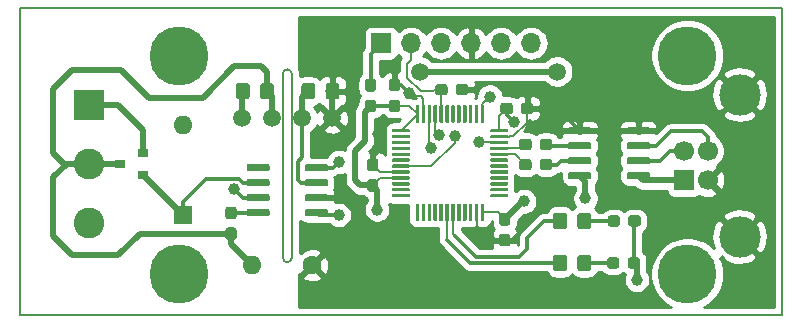
<source format=gbr>
G04 #@! TF.GenerationSoftware,KiCad,Pcbnew,5.1.4*
G04 #@! TF.CreationDate,2020-05-23T13:02:16+03:00*
G04 #@! TF.ProjectId,stm32,73746d33-322e-46b6-9963-61645f706362,rev?*
G04 #@! TF.SameCoordinates,Original*
G04 #@! TF.FileFunction,Copper,L1,Top*
G04 #@! TF.FilePolarity,Positive*
%FSLAX46Y46*%
G04 Gerber Fmt 4.6, Leading zero omitted, Abs format (unit mm)*
G04 Created by KiCad (PCBNEW 5.1.4) date 2020-05-23 13:02:16*
%MOMM*%
%LPD*%
G04 APERTURE LIST*
%ADD10C,0.150000*%
%ADD11O,1.600000X1.600000*%
%ADD12C,1.600000*%
%ADD13C,0.100000*%
%ADD14C,1.150000*%
%ADD15C,0.950000*%
%ADD16R,0.900000X0.800000*%
%ADD17C,0.600000*%
%ADD18C,2.600000*%
%ADD19R,2.600000X2.600000*%
%ADD20R,1.700000X1.700000*%
%ADD21O,1.700000X1.700000*%
%ADD22C,1.700000*%
%ADD23C,3.500000*%
%ADD24C,5.000000*%
%ADD25C,1.500000*%
%ADD26R,1.600000X1.600000*%
%ADD27C,0.300000*%
%ADD28C,1.000000*%
%ADD29C,0.500000*%
%ADD30C,0.300000*%
%ADD31C,0.200000*%
%ADD32C,0.254000*%
G04 APERTURE END LIST*
D10*
X61000000Y-75500000D02*
X125500000Y-75500000D01*
X61000000Y-49500000D02*
X61000000Y-75500000D01*
X125500000Y-50000000D02*
X125500000Y-49500000D01*
X61000000Y-49500000D02*
X125500000Y-49500000D01*
X83248500Y-55054500D02*
G75*
G02X84010500Y-55054500I381000J0D01*
G01*
X84010500Y-70612000D02*
G75*
G02X83248500Y-70612000I-381000J0D01*
G01*
X84010500Y-55054500D02*
X84010500Y-70612000D01*
X83248500Y-55054500D02*
X83248500Y-70612000D01*
X125500000Y-75500000D02*
X125500000Y-50000000D01*
D11*
X80645000Y-71247000D03*
D12*
X85725000Y-71247000D03*
D13*
G36*
X82264505Y-55816204D02*
G01*
X82288773Y-55819804D01*
X82312572Y-55825765D01*
X82335671Y-55834030D01*
X82357850Y-55844520D01*
X82378893Y-55857132D01*
X82398599Y-55871747D01*
X82416777Y-55888223D01*
X82433253Y-55906401D01*
X82447868Y-55926107D01*
X82460480Y-55947150D01*
X82470970Y-55969329D01*
X82479235Y-55992428D01*
X82485196Y-56016227D01*
X82488796Y-56040495D01*
X82490000Y-56064999D01*
X82490000Y-56965001D01*
X82488796Y-56989505D01*
X82485196Y-57013773D01*
X82479235Y-57037572D01*
X82470970Y-57060671D01*
X82460480Y-57082850D01*
X82447868Y-57103893D01*
X82433253Y-57123599D01*
X82416777Y-57141777D01*
X82398599Y-57158253D01*
X82378893Y-57172868D01*
X82357850Y-57185480D01*
X82335671Y-57195970D01*
X82312572Y-57204235D01*
X82288773Y-57210196D01*
X82264505Y-57213796D01*
X82240001Y-57215000D01*
X81589999Y-57215000D01*
X81565495Y-57213796D01*
X81541227Y-57210196D01*
X81517428Y-57204235D01*
X81494329Y-57195970D01*
X81472150Y-57185480D01*
X81451107Y-57172868D01*
X81431401Y-57158253D01*
X81413223Y-57141777D01*
X81396747Y-57123599D01*
X81382132Y-57103893D01*
X81369520Y-57082850D01*
X81359030Y-57060671D01*
X81350765Y-57037572D01*
X81344804Y-57013773D01*
X81341204Y-56989505D01*
X81340000Y-56965001D01*
X81340000Y-56064999D01*
X81341204Y-56040495D01*
X81344804Y-56016227D01*
X81350765Y-55992428D01*
X81359030Y-55969329D01*
X81369520Y-55947150D01*
X81382132Y-55926107D01*
X81396747Y-55906401D01*
X81413223Y-55888223D01*
X81431401Y-55871747D01*
X81451107Y-55857132D01*
X81472150Y-55844520D01*
X81494329Y-55834030D01*
X81517428Y-55825765D01*
X81541227Y-55819804D01*
X81565495Y-55816204D01*
X81589999Y-55815000D01*
X82240001Y-55815000D01*
X82264505Y-55816204D01*
X82264505Y-55816204D01*
G37*
D14*
X81915000Y-56515000D03*
D13*
G36*
X80214505Y-55816204D02*
G01*
X80238773Y-55819804D01*
X80262572Y-55825765D01*
X80285671Y-55834030D01*
X80307850Y-55844520D01*
X80328893Y-55857132D01*
X80348599Y-55871747D01*
X80366777Y-55888223D01*
X80383253Y-55906401D01*
X80397868Y-55926107D01*
X80410480Y-55947150D01*
X80420970Y-55969329D01*
X80429235Y-55992428D01*
X80435196Y-56016227D01*
X80438796Y-56040495D01*
X80440000Y-56064999D01*
X80440000Y-56965001D01*
X80438796Y-56989505D01*
X80435196Y-57013773D01*
X80429235Y-57037572D01*
X80420970Y-57060671D01*
X80410480Y-57082850D01*
X80397868Y-57103893D01*
X80383253Y-57123599D01*
X80366777Y-57141777D01*
X80348599Y-57158253D01*
X80328893Y-57172868D01*
X80307850Y-57185480D01*
X80285671Y-57195970D01*
X80262572Y-57204235D01*
X80238773Y-57210196D01*
X80214505Y-57213796D01*
X80190001Y-57215000D01*
X79539999Y-57215000D01*
X79515495Y-57213796D01*
X79491227Y-57210196D01*
X79467428Y-57204235D01*
X79444329Y-57195970D01*
X79422150Y-57185480D01*
X79401107Y-57172868D01*
X79381401Y-57158253D01*
X79363223Y-57141777D01*
X79346747Y-57123599D01*
X79332132Y-57103893D01*
X79319520Y-57082850D01*
X79309030Y-57060671D01*
X79300765Y-57037572D01*
X79294804Y-57013773D01*
X79291204Y-56989505D01*
X79290000Y-56965001D01*
X79290000Y-56064999D01*
X79291204Y-56040495D01*
X79294804Y-56016227D01*
X79300765Y-55992428D01*
X79309030Y-55969329D01*
X79319520Y-55947150D01*
X79332132Y-55926107D01*
X79346747Y-55906401D01*
X79363223Y-55888223D01*
X79381401Y-55871747D01*
X79401107Y-55857132D01*
X79422150Y-55844520D01*
X79444329Y-55834030D01*
X79467428Y-55825765D01*
X79491227Y-55819804D01*
X79515495Y-55816204D01*
X79539999Y-55815000D01*
X80190001Y-55815000D01*
X80214505Y-55816204D01*
X80214505Y-55816204D01*
G37*
D14*
X79865000Y-56515000D03*
D13*
G36*
X87807005Y-55816204D02*
G01*
X87831273Y-55819804D01*
X87855072Y-55825765D01*
X87878171Y-55834030D01*
X87900350Y-55844520D01*
X87921393Y-55857132D01*
X87941099Y-55871747D01*
X87959277Y-55888223D01*
X87975753Y-55906401D01*
X87990368Y-55926107D01*
X88002980Y-55947150D01*
X88013470Y-55969329D01*
X88021735Y-55992428D01*
X88027696Y-56016227D01*
X88031296Y-56040495D01*
X88032500Y-56064999D01*
X88032500Y-56965001D01*
X88031296Y-56989505D01*
X88027696Y-57013773D01*
X88021735Y-57037572D01*
X88013470Y-57060671D01*
X88002980Y-57082850D01*
X87990368Y-57103893D01*
X87975753Y-57123599D01*
X87959277Y-57141777D01*
X87941099Y-57158253D01*
X87921393Y-57172868D01*
X87900350Y-57185480D01*
X87878171Y-57195970D01*
X87855072Y-57204235D01*
X87831273Y-57210196D01*
X87807005Y-57213796D01*
X87782501Y-57215000D01*
X87132499Y-57215000D01*
X87107995Y-57213796D01*
X87083727Y-57210196D01*
X87059928Y-57204235D01*
X87036829Y-57195970D01*
X87014650Y-57185480D01*
X86993607Y-57172868D01*
X86973901Y-57158253D01*
X86955723Y-57141777D01*
X86939247Y-57123599D01*
X86924632Y-57103893D01*
X86912020Y-57082850D01*
X86901530Y-57060671D01*
X86893265Y-57037572D01*
X86887304Y-57013773D01*
X86883704Y-56989505D01*
X86882500Y-56965001D01*
X86882500Y-56064999D01*
X86883704Y-56040495D01*
X86887304Y-56016227D01*
X86893265Y-55992428D01*
X86901530Y-55969329D01*
X86912020Y-55947150D01*
X86924632Y-55926107D01*
X86939247Y-55906401D01*
X86955723Y-55888223D01*
X86973901Y-55871747D01*
X86993607Y-55857132D01*
X87014650Y-55844520D01*
X87036829Y-55834030D01*
X87059928Y-55825765D01*
X87083727Y-55819804D01*
X87107995Y-55816204D01*
X87132499Y-55815000D01*
X87782501Y-55815000D01*
X87807005Y-55816204D01*
X87807005Y-55816204D01*
G37*
D14*
X87457500Y-56515000D03*
D13*
G36*
X85757005Y-55816204D02*
G01*
X85781273Y-55819804D01*
X85805072Y-55825765D01*
X85828171Y-55834030D01*
X85850350Y-55844520D01*
X85871393Y-55857132D01*
X85891099Y-55871747D01*
X85909277Y-55888223D01*
X85925753Y-55906401D01*
X85940368Y-55926107D01*
X85952980Y-55947150D01*
X85963470Y-55969329D01*
X85971735Y-55992428D01*
X85977696Y-56016227D01*
X85981296Y-56040495D01*
X85982500Y-56064999D01*
X85982500Y-56965001D01*
X85981296Y-56989505D01*
X85977696Y-57013773D01*
X85971735Y-57037572D01*
X85963470Y-57060671D01*
X85952980Y-57082850D01*
X85940368Y-57103893D01*
X85925753Y-57123599D01*
X85909277Y-57141777D01*
X85891099Y-57158253D01*
X85871393Y-57172868D01*
X85850350Y-57185480D01*
X85828171Y-57195970D01*
X85805072Y-57204235D01*
X85781273Y-57210196D01*
X85757005Y-57213796D01*
X85732501Y-57215000D01*
X85082499Y-57215000D01*
X85057995Y-57213796D01*
X85033727Y-57210196D01*
X85009928Y-57204235D01*
X84986829Y-57195970D01*
X84964650Y-57185480D01*
X84943607Y-57172868D01*
X84923901Y-57158253D01*
X84905723Y-57141777D01*
X84889247Y-57123599D01*
X84874632Y-57103893D01*
X84862020Y-57082850D01*
X84851530Y-57060671D01*
X84843265Y-57037572D01*
X84837304Y-57013773D01*
X84833704Y-56989505D01*
X84832500Y-56965001D01*
X84832500Y-56064999D01*
X84833704Y-56040495D01*
X84837304Y-56016227D01*
X84843265Y-55992428D01*
X84851530Y-55969329D01*
X84862020Y-55947150D01*
X84874632Y-55926107D01*
X84889247Y-55906401D01*
X84905723Y-55888223D01*
X84923901Y-55871747D01*
X84943607Y-55857132D01*
X84964650Y-55844520D01*
X84986829Y-55834030D01*
X85009928Y-55825765D01*
X85033727Y-55819804D01*
X85057995Y-55816204D01*
X85082499Y-55815000D01*
X85732501Y-55815000D01*
X85757005Y-55816204D01*
X85757005Y-55816204D01*
G37*
D14*
X85407500Y-56515000D03*
D13*
G36*
X92970779Y-55483144D02*
G01*
X92993834Y-55486563D01*
X93016443Y-55492227D01*
X93038387Y-55500079D01*
X93059457Y-55510044D01*
X93079448Y-55522026D01*
X93098168Y-55535910D01*
X93115438Y-55551562D01*
X93131090Y-55568832D01*
X93144974Y-55587552D01*
X93156956Y-55607543D01*
X93166921Y-55628613D01*
X93174773Y-55650557D01*
X93180437Y-55673166D01*
X93183856Y-55696221D01*
X93185000Y-55719500D01*
X93185000Y-56294500D01*
X93183856Y-56317779D01*
X93180437Y-56340834D01*
X93174773Y-56363443D01*
X93166921Y-56385387D01*
X93156956Y-56406457D01*
X93144974Y-56426448D01*
X93131090Y-56445168D01*
X93115438Y-56462438D01*
X93098168Y-56478090D01*
X93079448Y-56491974D01*
X93059457Y-56503956D01*
X93038387Y-56513921D01*
X93016443Y-56521773D01*
X92993834Y-56527437D01*
X92970779Y-56530856D01*
X92947500Y-56532000D01*
X92472500Y-56532000D01*
X92449221Y-56530856D01*
X92426166Y-56527437D01*
X92403557Y-56521773D01*
X92381613Y-56513921D01*
X92360543Y-56503956D01*
X92340552Y-56491974D01*
X92321832Y-56478090D01*
X92304562Y-56462438D01*
X92288910Y-56445168D01*
X92275026Y-56426448D01*
X92263044Y-56406457D01*
X92253079Y-56385387D01*
X92245227Y-56363443D01*
X92239563Y-56340834D01*
X92236144Y-56317779D01*
X92235000Y-56294500D01*
X92235000Y-55719500D01*
X92236144Y-55696221D01*
X92239563Y-55673166D01*
X92245227Y-55650557D01*
X92253079Y-55628613D01*
X92263044Y-55607543D01*
X92275026Y-55587552D01*
X92288910Y-55568832D01*
X92304562Y-55551562D01*
X92321832Y-55535910D01*
X92340552Y-55522026D01*
X92360543Y-55510044D01*
X92381613Y-55500079D01*
X92403557Y-55492227D01*
X92426166Y-55486563D01*
X92449221Y-55483144D01*
X92472500Y-55482000D01*
X92947500Y-55482000D01*
X92970779Y-55483144D01*
X92970779Y-55483144D01*
G37*
D15*
X92710000Y-56007000D03*
D13*
G36*
X92970779Y-57233144D02*
G01*
X92993834Y-57236563D01*
X93016443Y-57242227D01*
X93038387Y-57250079D01*
X93059457Y-57260044D01*
X93079448Y-57272026D01*
X93098168Y-57285910D01*
X93115438Y-57301562D01*
X93131090Y-57318832D01*
X93144974Y-57337552D01*
X93156956Y-57357543D01*
X93166921Y-57378613D01*
X93174773Y-57400557D01*
X93180437Y-57423166D01*
X93183856Y-57446221D01*
X93185000Y-57469500D01*
X93185000Y-58044500D01*
X93183856Y-58067779D01*
X93180437Y-58090834D01*
X93174773Y-58113443D01*
X93166921Y-58135387D01*
X93156956Y-58156457D01*
X93144974Y-58176448D01*
X93131090Y-58195168D01*
X93115438Y-58212438D01*
X93098168Y-58228090D01*
X93079448Y-58241974D01*
X93059457Y-58253956D01*
X93038387Y-58263921D01*
X93016443Y-58271773D01*
X92993834Y-58277437D01*
X92970779Y-58280856D01*
X92947500Y-58282000D01*
X92472500Y-58282000D01*
X92449221Y-58280856D01*
X92426166Y-58277437D01*
X92403557Y-58271773D01*
X92381613Y-58263921D01*
X92360543Y-58253956D01*
X92340552Y-58241974D01*
X92321832Y-58228090D01*
X92304562Y-58212438D01*
X92288910Y-58195168D01*
X92275026Y-58176448D01*
X92263044Y-58156457D01*
X92253079Y-58135387D01*
X92245227Y-58113443D01*
X92239563Y-58090834D01*
X92236144Y-58067779D01*
X92235000Y-58044500D01*
X92235000Y-57469500D01*
X92236144Y-57446221D01*
X92239563Y-57423166D01*
X92245227Y-57400557D01*
X92253079Y-57378613D01*
X92263044Y-57357543D01*
X92275026Y-57337552D01*
X92288910Y-57318832D01*
X92304562Y-57301562D01*
X92321832Y-57285910D01*
X92340552Y-57272026D01*
X92360543Y-57260044D01*
X92381613Y-57250079D01*
X92403557Y-57242227D01*
X92426166Y-57236563D01*
X92449221Y-57233144D01*
X92472500Y-57232000D01*
X92947500Y-57232000D01*
X92970779Y-57233144D01*
X92970779Y-57233144D01*
G37*
D15*
X92710000Y-57757000D03*
D13*
G36*
X104260279Y-57501644D02*
G01*
X104283334Y-57505063D01*
X104305943Y-57510727D01*
X104327887Y-57518579D01*
X104348957Y-57528544D01*
X104368948Y-57540526D01*
X104387668Y-57554410D01*
X104404938Y-57570062D01*
X104420590Y-57587332D01*
X104434474Y-57606052D01*
X104446456Y-57626043D01*
X104456421Y-57647113D01*
X104464273Y-57669057D01*
X104469937Y-57691666D01*
X104473356Y-57714721D01*
X104474500Y-57738000D01*
X104474500Y-58213000D01*
X104473356Y-58236279D01*
X104469937Y-58259334D01*
X104464273Y-58281943D01*
X104456421Y-58303887D01*
X104446456Y-58324957D01*
X104434474Y-58344948D01*
X104420590Y-58363668D01*
X104404938Y-58380938D01*
X104387668Y-58396590D01*
X104368948Y-58410474D01*
X104348957Y-58422456D01*
X104327887Y-58432421D01*
X104305943Y-58440273D01*
X104283334Y-58445937D01*
X104260279Y-58449356D01*
X104237000Y-58450500D01*
X103662000Y-58450500D01*
X103638721Y-58449356D01*
X103615666Y-58445937D01*
X103593057Y-58440273D01*
X103571113Y-58432421D01*
X103550043Y-58422456D01*
X103530052Y-58410474D01*
X103511332Y-58396590D01*
X103494062Y-58380938D01*
X103478410Y-58363668D01*
X103464526Y-58344948D01*
X103452544Y-58324957D01*
X103442579Y-58303887D01*
X103434727Y-58281943D01*
X103429063Y-58259334D01*
X103425644Y-58236279D01*
X103424500Y-58213000D01*
X103424500Y-57738000D01*
X103425644Y-57714721D01*
X103429063Y-57691666D01*
X103434727Y-57669057D01*
X103442579Y-57647113D01*
X103452544Y-57626043D01*
X103464526Y-57606052D01*
X103478410Y-57587332D01*
X103494062Y-57570062D01*
X103511332Y-57554410D01*
X103530052Y-57540526D01*
X103550043Y-57528544D01*
X103571113Y-57518579D01*
X103593057Y-57510727D01*
X103615666Y-57505063D01*
X103638721Y-57501644D01*
X103662000Y-57500500D01*
X104237000Y-57500500D01*
X104260279Y-57501644D01*
X104260279Y-57501644D01*
G37*
D15*
X103949500Y-57975500D03*
D13*
G36*
X102510279Y-57501644D02*
G01*
X102533334Y-57505063D01*
X102555943Y-57510727D01*
X102577887Y-57518579D01*
X102598957Y-57528544D01*
X102618948Y-57540526D01*
X102637668Y-57554410D01*
X102654938Y-57570062D01*
X102670590Y-57587332D01*
X102684474Y-57606052D01*
X102696456Y-57626043D01*
X102706421Y-57647113D01*
X102714273Y-57669057D01*
X102719937Y-57691666D01*
X102723356Y-57714721D01*
X102724500Y-57738000D01*
X102724500Y-58213000D01*
X102723356Y-58236279D01*
X102719937Y-58259334D01*
X102714273Y-58281943D01*
X102706421Y-58303887D01*
X102696456Y-58324957D01*
X102684474Y-58344948D01*
X102670590Y-58363668D01*
X102654938Y-58380938D01*
X102637668Y-58396590D01*
X102618948Y-58410474D01*
X102598957Y-58422456D01*
X102577887Y-58432421D01*
X102555943Y-58440273D01*
X102533334Y-58445937D01*
X102510279Y-58449356D01*
X102487000Y-58450500D01*
X101912000Y-58450500D01*
X101888721Y-58449356D01*
X101865666Y-58445937D01*
X101843057Y-58440273D01*
X101821113Y-58432421D01*
X101800043Y-58422456D01*
X101780052Y-58410474D01*
X101761332Y-58396590D01*
X101744062Y-58380938D01*
X101728410Y-58363668D01*
X101714526Y-58344948D01*
X101702544Y-58324957D01*
X101692579Y-58303887D01*
X101684727Y-58281943D01*
X101679063Y-58259334D01*
X101675644Y-58236279D01*
X101674500Y-58213000D01*
X101674500Y-57738000D01*
X101675644Y-57714721D01*
X101679063Y-57691666D01*
X101684727Y-57669057D01*
X101692579Y-57647113D01*
X101702544Y-57626043D01*
X101714526Y-57606052D01*
X101728410Y-57587332D01*
X101744062Y-57570062D01*
X101761332Y-57554410D01*
X101780052Y-57540526D01*
X101800043Y-57528544D01*
X101821113Y-57518579D01*
X101843057Y-57510727D01*
X101865666Y-57505063D01*
X101888721Y-57501644D01*
X101912000Y-57500500D01*
X102487000Y-57500500D01*
X102510279Y-57501644D01*
X102510279Y-57501644D01*
G37*
D15*
X102199500Y-57975500D03*
D13*
G36*
X102305279Y-66849644D02*
G01*
X102328334Y-66853063D01*
X102350943Y-66858727D01*
X102372887Y-66866579D01*
X102393957Y-66876544D01*
X102413948Y-66888526D01*
X102432668Y-66902410D01*
X102449938Y-66918062D01*
X102465590Y-66935332D01*
X102479474Y-66954052D01*
X102491456Y-66974043D01*
X102501421Y-66995113D01*
X102509273Y-67017057D01*
X102514937Y-67039666D01*
X102518356Y-67062721D01*
X102519500Y-67086000D01*
X102519500Y-67661000D01*
X102518356Y-67684279D01*
X102514937Y-67707334D01*
X102509273Y-67729943D01*
X102501421Y-67751887D01*
X102491456Y-67772957D01*
X102479474Y-67792948D01*
X102465590Y-67811668D01*
X102449938Y-67828938D01*
X102432668Y-67844590D01*
X102413948Y-67858474D01*
X102393957Y-67870456D01*
X102372887Y-67880421D01*
X102350943Y-67888273D01*
X102328334Y-67893937D01*
X102305279Y-67897356D01*
X102282000Y-67898500D01*
X101807000Y-67898500D01*
X101783721Y-67897356D01*
X101760666Y-67893937D01*
X101738057Y-67888273D01*
X101716113Y-67880421D01*
X101695043Y-67870456D01*
X101675052Y-67858474D01*
X101656332Y-67844590D01*
X101639062Y-67828938D01*
X101623410Y-67811668D01*
X101609526Y-67792948D01*
X101597544Y-67772957D01*
X101587579Y-67751887D01*
X101579727Y-67729943D01*
X101574063Y-67707334D01*
X101570644Y-67684279D01*
X101569500Y-67661000D01*
X101569500Y-67086000D01*
X101570644Y-67062721D01*
X101574063Y-67039666D01*
X101579727Y-67017057D01*
X101587579Y-66995113D01*
X101597544Y-66974043D01*
X101609526Y-66954052D01*
X101623410Y-66935332D01*
X101639062Y-66918062D01*
X101656332Y-66902410D01*
X101675052Y-66888526D01*
X101695043Y-66876544D01*
X101716113Y-66866579D01*
X101738057Y-66858727D01*
X101760666Y-66853063D01*
X101783721Y-66849644D01*
X101807000Y-66848500D01*
X102282000Y-66848500D01*
X102305279Y-66849644D01*
X102305279Y-66849644D01*
G37*
D15*
X102044500Y-67373500D03*
D13*
G36*
X102305279Y-68599644D02*
G01*
X102328334Y-68603063D01*
X102350943Y-68608727D01*
X102372887Y-68616579D01*
X102393957Y-68626544D01*
X102413948Y-68638526D01*
X102432668Y-68652410D01*
X102449938Y-68668062D01*
X102465590Y-68685332D01*
X102479474Y-68704052D01*
X102491456Y-68724043D01*
X102501421Y-68745113D01*
X102509273Y-68767057D01*
X102514937Y-68789666D01*
X102518356Y-68812721D01*
X102519500Y-68836000D01*
X102519500Y-69411000D01*
X102518356Y-69434279D01*
X102514937Y-69457334D01*
X102509273Y-69479943D01*
X102501421Y-69501887D01*
X102491456Y-69522957D01*
X102479474Y-69542948D01*
X102465590Y-69561668D01*
X102449938Y-69578938D01*
X102432668Y-69594590D01*
X102413948Y-69608474D01*
X102393957Y-69620456D01*
X102372887Y-69630421D01*
X102350943Y-69638273D01*
X102328334Y-69643937D01*
X102305279Y-69647356D01*
X102282000Y-69648500D01*
X101807000Y-69648500D01*
X101783721Y-69647356D01*
X101760666Y-69643937D01*
X101738057Y-69638273D01*
X101716113Y-69630421D01*
X101695043Y-69620456D01*
X101675052Y-69608474D01*
X101656332Y-69594590D01*
X101639062Y-69578938D01*
X101623410Y-69561668D01*
X101609526Y-69542948D01*
X101597544Y-69522957D01*
X101587579Y-69501887D01*
X101579727Y-69479943D01*
X101574063Y-69457334D01*
X101570644Y-69434279D01*
X101569500Y-69411000D01*
X101569500Y-68836000D01*
X101570644Y-68812721D01*
X101574063Y-68789666D01*
X101579727Y-68767057D01*
X101587579Y-68745113D01*
X101597544Y-68724043D01*
X101609526Y-68704052D01*
X101623410Y-68685332D01*
X101639062Y-68668062D01*
X101656332Y-68652410D01*
X101675052Y-68638526D01*
X101695043Y-68626544D01*
X101716113Y-68616579D01*
X101738057Y-68608727D01*
X101760666Y-68603063D01*
X101783721Y-68599644D01*
X101807000Y-68598500D01*
X102282000Y-68598500D01*
X102305279Y-68599644D01*
X102305279Y-68599644D01*
G37*
D15*
X102044500Y-69123500D03*
D13*
G36*
X91129279Y-62228144D02*
G01*
X91152334Y-62231563D01*
X91174943Y-62237227D01*
X91196887Y-62245079D01*
X91217957Y-62255044D01*
X91237948Y-62267026D01*
X91256668Y-62280910D01*
X91273938Y-62296562D01*
X91289590Y-62313832D01*
X91303474Y-62332552D01*
X91315456Y-62352543D01*
X91325421Y-62373613D01*
X91333273Y-62395557D01*
X91338937Y-62418166D01*
X91342356Y-62441221D01*
X91343500Y-62464500D01*
X91343500Y-63039500D01*
X91342356Y-63062779D01*
X91338937Y-63085834D01*
X91333273Y-63108443D01*
X91325421Y-63130387D01*
X91315456Y-63151457D01*
X91303474Y-63171448D01*
X91289590Y-63190168D01*
X91273938Y-63207438D01*
X91256668Y-63223090D01*
X91237948Y-63236974D01*
X91217957Y-63248956D01*
X91196887Y-63258921D01*
X91174943Y-63266773D01*
X91152334Y-63272437D01*
X91129279Y-63275856D01*
X91106000Y-63277000D01*
X90631000Y-63277000D01*
X90607721Y-63275856D01*
X90584666Y-63272437D01*
X90562057Y-63266773D01*
X90540113Y-63258921D01*
X90519043Y-63248956D01*
X90499052Y-63236974D01*
X90480332Y-63223090D01*
X90463062Y-63207438D01*
X90447410Y-63190168D01*
X90433526Y-63171448D01*
X90421544Y-63151457D01*
X90411579Y-63130387D01*
X90403727Y-63108443D01*
X90398063Y-63085834D01*
X90394644Y-63062779D01*
X90393500Y-63039500D01*
X90393500Y-62464500D01*
X90394644Y-62441221D01*
X90398063Y-62418166D01*
X90403727Y-62395557D01*
X90411579Y-62373613D01*
X90421544Y-62352543D01*
X90433526Y-62332552D01*
X90447410Y-62313832D01*
X90463062Y-62296562D01*
X90480332Y-62280910D01*
X90499052Y-62267026D01*
X90519043Y-62255044D01*
X90540113Y-62245079D01*
X90562057Y-62237227D01*
X90584666Y-62231563D01*
X90607721Y-62228144D01*
X90631000Y-62227000D01*
X91106000Y-62227000D01*
X91129279Y-62228144D01*
X91129279Y-62228144D01*
G37*
D15*
X90868500Y-62752000D03*
D13*
G36*
X91129279Y-63978144D02*
G01*
X91152334Y-63981563D01*
X91174943Y-63987227D01*
X91196887Y-63995079D01*
X91217957Y-64005044D01*
X91237948Y-64017026D01*
X91256668Y-64030910D01*
X91273938Y-64046562D01*
X91289590Y-64063832D01*
X91303474Y-64082552D01*
X91315456Y-64102543D01*
X91325421Y-64123613D01*
X91333273Y-64145557D01*
X91338937Y-64168166D01*
X91342356Y-64191221D01*
X91343500Y-64214500D01*
X91343500Y-64789500D01*
X91342356Y-64812779D01*
X91338937Y-64835834D01*
X91333273Y-64858443D01*
X91325421Y-64880387D01*
X91315456Y-64901457D01*
X91303474Y-64921448D01*
X91289590Y-64940168D01*
X91273938Y-64957438D01*
X91256668Y-64973090D01*
X91237948Y-64986974D01*
X91217957Y-64998956D01*
X91196887Y-65008921D01*
X91174943Y-65016773D01*
X91152334Y-65022437D01*
X91129279Y-65025856D01*
X91106000Y-65027000D01*
X90631000Y-65027000D01*
X90607721Y-65025856D01*
X90584666Y-65022437D01*
X90562057Y-65016773D01*
X90540113Y-65008921D01*
X90519043Y-64998956D01*
X90499052Y-64986974D01*
X90480332Y-64973090D01*
X90463062Y-64957438D01*
X90447410Y-64940168D01*
X90433526Y-64921448D01*
X90421544Y-64901457D01*
X90411579Y-64880387D01*
X90403727Y-64858443D01*
X90398063Y-64835834D01*
X90394644Y-64812779D01*
X90393500Y-64789500D01*
X90393500Y-64214500D01*
X90394644Y-64191221D01*
X90398063Y-64168166D01*
X90403727Y-64145557D01*
X90411579Y-64123613D01*
X90421544Y-64102543D01*
X90433526Y-64082552D01*
X90447410Y-64063832D01*
X90463062Y-64046562D01*
X90480332Y-64030910D01*
X90499052Y-64017026D01*
X90519043Y-64005044D01*
X90540113Y-63995079D01*
X90562057Y-63987227D01*
X90584666Y-63981563D01*
X90607721Y-63978144D01*
X90631000Y-63977000D01*
X91106000Y-63977000D01*
X91129279Y-63978144D01*
X91129279Y-63978144D01*
G37*
D15*
X90868500Y-64502000D03*
D16*
X71437500Y-63622000D03*
X71437500Y-61722000D03*
X69437500Y-62672000D03*
D13*
G36*
X114184203Y-63391222D02*
G01*
X114198764Y-63393382D01*
X114213043Y-63396959D01*
X114226903Y-63401918D01*
X114240210Y-63408212D01*
X114252836Y-63415780D01*
X114264659Y-63424548D01*
X114275566Y-63434434D01*
X114285452Y-63445341D01*
X114294220Y-63457164D01*
X114301788Y-63469790D01*
X114308082Y-63483097D01*
X114313041Y-63496957D01*
X114316618Y-63511236D01*
X114318778Y-63525797D01*
X114319500Y-63540500D01*
X114319500Y-63840500D01*
X114318778Y-63855203D01*
X114316618Y-63869764D01*
X114313041Y-63884043D01*
X114308082Y-63897903D01*
X114301788Y-63911210D01*
X114294220Y-63923836D01*
X114285452Y-63935659D01*
X114275566Y-63946566D01*
X114264659Y-63956452D01*
X114252836Y-63965220D01*
X114240210Y-63972788D01*
X114226903Y-63979082D01*
X114213043Y-63984041D01*
X114198764Y-63987618D01*
X114184203Y-63989778D01*
X114169500Y-63990500D01*
X112519500Y-63990500D01*
X112504797Y-63989778D01*
X112490236Y-63987618D01*
X112475957Y-63984041D01*
X112462097Y-63979082D01*
X112448790Y-63972788D01*
X112436164Y-63965220D01*
X112424341Y-63956452D01*
X112413434Y-63946566D01*
X112403548Y-63935659D01*
X112394780Y-63923836D01*
X112387212Y-63911210D01*
X112380918Y-63897903D01*
X112375959Y-63884043D01*
X112372382Y-63869764D01*
X112370222Y-63855203D01*
X112369500Y-63840500D01*
X112369500Y-63540500D01*
X112370222Y-63525797D01*
X112372382Y-63511236D01*
X112375959Y-63496957D01*
X112380918Y-63483097D01*
X112387212Y-63469790D01*
X112394780Y-63457164D01*
X112403548Y-63445341D01*
X112413434Y-63434434D01*
X112424341Y-63424548D01*
X112436164Y-63415780D01*
X112448790Y-63408212D01*
X112462097Y-63401918D01*
X112475957Y-63396959D01*
X112490236Y-63393382D01*
X112504797Y-63391222D01*
X112519500Y-63390500D01*
X114169500Y-63390500D01*
X114184203Y-63391222D01*
X114184203Y-63391222D01*
G37*
D17*
X113344500Y-63690500D03*
D13*
G36*
X114184203Y-62121222D02*
G01*
X114198764Y-62123382D01*
X114213043Y-62126959D01*
X114226903Y-62131918D01*
X114240210Y-62138212D01*
X114252836Y-62145780D01*
X114264659Y-62154548D01*
X114275566Y-62164434D01*
X114285452Y-62175341D01*
X114294220Y-62187164D01*
X114301788Y-62199790D01*
X114308082Y-62213097D01*
X114313041Y-62226957D01*
X114316618Y-62241236D01*
X114318778Y-62255797D01*
X114319500Y-62270500D01*
X114319500Y-62570500D01*
X114318778Y-62585203D01*
X114316618Y-62599764D01*
X114313041Y-62614043D01*
X114308082Y-62627903D01*
X114301788Y-62641210D01*
X114294220Y-62653836D01*
X114285452Y-62665659D01*
X114275566Y-62676566D01*
X114264659Y-62686452D01*
X114252836Y-62695220D01*
X114240210Y-62702788D01*
X114226903Y-62709082D01*
X114213043Y-62714041D01*
X114198764Y-62717618D01*
X114184203Y-62719778D01*
X114169500Y-62720500D01*
X112519500Y-62720500D01*
X112504797Y-62719778D01*
X112490236Y-62717618D01*
X112475957Y-62714041D01*
X112462097Y-62709082D01*
X112448790Y-62702788D01*
X112436164Y-62695220D01*
X112424341Y-62686452D01*
X112413434Y-62676566D01*
X112403548Y-62665659D01*
X112394780Y-62653836D01*
X112387212Y-62641210D01*
X112380918Y-62627903D01*
X112375959Y-62614043D01*
X112372382Y-62599764D01*
X112370222Y-62585203D01*
X112369500Y-62570500D01*
X112369500Y-62270500D01*
X112370222Y-62255797D01*
X112372382Y-62241236D01*
X112375959Y-62226957D01*
X112380918Y-62213097D01*
X112387212Y-62199790D01*
X112394780Y-62187164D01*
X112403548Y-62175341D01*
X112413434Y-62164434D01*
X112424341Y-62154548D01*
X112436164Y-62145780D01*
X112448790Y-62138212D01*
X112462097Y-62131918D01*
X112475957Y-62126959D01*
X112490236Y-62123382D01*
X112504797Y-62121222D01*
X112519500Y-62120500D01*
X114169500Y-62120500D01*
X114184203Y-62121222D01*
X114184203Y-62121222D01*
G37*
D17*
X113344500Y-62420500D03*
D13*
G36*
X114184203Y-60851222D02*
G01*
X114198764Y-60853382D01*
X114213043Y-60856959D01*
X114226903Y-60861918D01*
X114240210Y-60868212D01*
X114252836Y-60875780D01*
X114264659Y-60884548D01*
X114275566Y-60894434D01*
X114285452Y-60905341D01*
X114294220Y-60917164D01*
X114301788Y-60929790D01*
X114308082Y-60943097D01*
X114313041Y-60956957D01*
X114316618Y-60971236D01*
X114318778Y-60985797D01*
X114319500Y-61000500D01*
X114319500Y-61300500D01*
X114318778Y-61315203D01*
X114316618Y-61329764D01*
X114313041Y-61344043D01*
X114308082Y-61357903D01*
X114301788Y-61371210D01*
X114294220Y-61383836D01*
X114285452Y-61395659D01*
X114275566Y-61406566D01*
X114264659Y-61416452D01*
X114252836Y-61425220D01*
X114240210Y-61432788D01*
X114226903Y-61439082D01*
X114213043Y-61444041D01*
X114198764Y-61447618D01*
X114184203Y-61449778D01*
X114169500Y-61450500D01*
X112519500Y-61450500D01*
X112504797Y-61449778D01*
X112490236Y-61447618D01*
X112475957Y-61444041D01*
X112462097Y-61439082D01*
X112448790Y-61432788D01*
X112436164Y-61425220D01*
X112424341Y-61416452D01*
X112413434Y-61406566D01*
X112403548Y-61395659D01*
X112394780Y-61383836D01*
X112387212Y-61371210D01*
X112380918Y-61357903D01*
X112375959Y-61344043D01*
X112372382Y-61329764D01*
X112370222Y-61315203D01*
X112369500Y-61300500D01*
X112369500Y-61000500D01*
X112370222Y-60985797D01*
X112372382Y-60971236D01*
X112375959Y-60956957D01*
X112380918Y-60943097D01*
X112387212Y-60929790D01*
X112394780Y-60917164D01*
X112403548Y-60905341D01*
X112413434Y-60894434D01*
X112424341Y-60884548D01*
X112436164Y-60875780D01*
X112448790Y-60868212D01*
X112462097Y-60861918D01*
X112475957Y-60856959D01*
X112490236Y-60853382D01*
X112504797Y-60851222D01*
X112519500Y-60850500D01*
X114169500Y-60850500D01*
X114184203Y-60851222D01*
X114184203Y-60851222D01*
G37*
D17*
X113344500Y-61150500D03*
D13*
G36*
X114184203Y-59581222D02*
G01*
X114198764Y-59583382D01*
X114213043Y-59586959D01*
X114226903Y-59591918D01*
X114240210Y-59598212D01*
X114252836Y-59605780D01*
X114264659Y-59614548D01*
X114275566Y-59624434D01*
X114285452Y-59635341D01*
X114294220Y-59647164D01*
X114301788Y-59659790D01*
X114308082Y-59673097D01*
X114313041Y-59686957D01*
X114316618Y-59701236D01*
X114318778Y-59715797D01*
X114319500Y-59730500D01*
X114319500Y-60030500D01*
X114318778Y-60045203D01*
X114316618Y-60059764D01*
X114313041Y-60074043D01*
X114308082Y-60087903D01*
X114301788Y-60101210D01*
X114294220Y-60113836D01*
X114285452Y-60125659D01*
X114275566Y-60136566D01*
X114264659Y-60146452D01*
X114252836Y-60155220D01*
X114240210Y-60162788D01*
X114226903Y-60169082D01*
X114213043Y-60174041D01*
X114198764Y-60177618D01*
X114184203Y-60179778D01*
X114169500Y-60180500D01*
X112519500Y-60180500D01*
X112504797Y-60179778D01*
X112490236Y-60177618D01*
X112475957Y-60174041D01*
X112462097Y-60169082D01*
X112448790Y-60162788D01*
X112436164Y-60155220D01*
X112424341Y-60146452D01*
X112413434Y-60136566D01*
X112403548Y-60125659D01*
X112394780Y-60113836D01*
X112387212Y-60101210D01*
X112380918Y-60087903D01*
X112375959Y-60074043D01*
X112372382Y-60059764D01*
X112370222Y-60045203D01*
X112369500Y-60030500D01*
X112369500Y-59730500D01*
X112370222Y-59715797D01*
X112372382Y-59701236D01*
X112375959Y-59686957D01*
X112380918Y-59673097D01*
X112387212Y-59659790D01*
X112394780Y-59647164D01*
X112403548Y-59635341D01*
X112413434Y-59624434D01*
X112424341Y-59614548D01*
X112436164Y-59605780D01*
X112448790Y-59598212D01*
X112462097Y-59591918D01*
X112475957Y-59586959D01*
X112490236Y-59583382D01*
X112504797Y-59581222D01*
X112519500Y-59580500D01*
X114169500Y-59580500D01*
X114184203Y-59581222D01*
X114184203Y-59581222D01*
G37*
D17*
X113344500Y-59880500D03*
D13*
G36*
X109234203Y-59581222D02*
G01*
X109248764Y-59583382D01*
X109263043Y-59586959D01*
X109276903Y-59591918D01*
X109290210Y-59598212D01*
X109302836Y-59605780D01*
X109314659Y-59614548D01*
X109325566Y-59624434D01*
X109335452Y-59635341D01*
X109344220Y-59647164D01*
X109351788Y-59659790D01*
X109358082Y-59673097D01*
X109363041Y-59686957D01*
X109366618Y-59701236D01*
X109368778Y-59715797D01*
X109369500Y-59730500D01*
X109369500Y-60030500D01*
X109368778Y-60045203D01*
X109366618Y-60059764D01*
X109363041Y-60074043D01*
X109358082Y-60087903D01*
X109351788Y-60101210D01*
X109344220Y-60113836D01*
X109335452Y-60125659D01*
X109325566Y-60136566D01*
X109314659Y-60146452D01*
X109302836Y-60155220D01*
X109290210Y-60162788D01*
X109276903Y-60169082D01*
X109263043Y-60174041D01*
X109248764Y-60177618D01*
X109234203Y-60179778D01*
X109219500Y-60180500D01*
X107569500Y-60180500D01*
X107554797Y-60179778D01*
X107540236Y-60177618D01*
X107525957Y-60174041D01*
X107512097Y-60169082D01*
X107498790Y-60162788D01*
X107486164Y-60155220D01*
X107474341Y-60146452D01*
X107463434Y-60136566D01*
X107453548Y-60125659D01*
X107444780Y-60113836D01*
X107437212Y-60101210D01*
X107430918Y-60087903D01*
X107425959Y-60074043D01*
X107422382Y-60059764D01*
X107420222Y-60045203D01*
X107419500Y-60030500D01*
X107419500Y-59730500D01*
X107420222Y-59715797D01*
X107422382Y-59701236D01*
X107425959Y-59686957D01*
X107430918Y-59673097D01*
X107437212Y-59659790D01*
X107444780Y-59647164D01*
X107453548Y-59635341D01*
X107463434Y-59624434D01*
X107474341Y-59614548D01*
X107486164Y-59605780D01*
X107498790Y-59598212D01*
X107512097Y-59591918D01*
X107525957Y-59586959D01*
X107540236Y-59583382D01*
X107554797Y-59581222D01*
X107569500Y-59580500D01*
X109219500Y-59580500D01*
X109234203Y-59581222D01*
X109234203Y-59581222D01*
G37*
D17*
X108394500Y-59880500D03*
D13*
G36*
X109234203Y-60851222D02*
G01*
X109248764Y-60853382D01*
X109263043Y-60856959D01*
X109276903Y-60861918D01*
X109290210Y-60868212D01*
X109302836Y-60875780D01*
X109314659Y-60884548D01*
X109325566Y-60894434D01*
X109335452Y-60905341D01*
X109344220Y-60917164D01*
X109351788Y-60929790D01*
X109358082Y-60943097D01*
X109363041Y-60956957D01*
X109366618Y-60971236D01*
X109368778Y-60985797D01*
X109369500Y-61000500D01*
X109369500Y-61300500D01*
X109368778Y-61315203D01*
X109366618Y-61329764D01*
X109363041Y-61344043D01*
X109358082Y-61357903D01*
X109351788Y-61371210D01*
X109344220Y-61383836D01*
X109335452Y-61395659D01*
X109325566Y-61406566D01*
X109314659Y-61416452D01*
X109302836Y-61425220D01*
X109290210Y-61432788D01*
X109276903Y-61439082D01*
X109263043Y-61444041D01*
X109248764Y-61447618D01*
X109234203Y-61449778D01*
X109219500Y-61450500D01*
X107569500Y-61450500D01*
X107554797Y-61449778D01*
X107540236Y-61447618D01*
X107525957Y-61444041D01*
X107512097Y-61439082D01*
X107498790Y-61432788D01*
X107486164Y-61425220D01*
X107474341Y-61416452D01*
X107463434Y-61406566D01*
X107453548Y-61395659D01*
X107444780Y-61383836D01*
X107437212Y-61371210D01*
X107430918Y-61357903D01*
X107425959Y-61344043D01*
X107422382Y-61329764D01*
X107420222Y-61315203D01*
X107419500Y-61300500D01*
X107419500Y-61000500D01*
X107420222Y-60985797D01*
X107422382Y-60971236D01*
X107425959Y-60956957D01*
X107430918Y-60943097D01*
X107437212Y-60929790D01*
X107444780Y-60917164D01*
X107453548Y-60905341D01*
X107463434Y-60894434D01*
X107474341Y-60884548D01*
X107486164Y-60875780D01*
X107498790Y-60868212D01*
X107512097Y-60861918D01*
X107525957Y-60856959D01*
X107540236Y-60853382D01*
X107554797Y-60851222D01*
X107569500Y-60850500D01*
X109219500Y-60850500D01*
X109234203Y-60851222D01*
X109234203Y-60851222D01*
G37*
D17*
X108394500Y-61150500D03*
D13*
G36*
X109234203Y-62121222D02*
G01*
X109248764Y-62123382D01*
X109263043Y-62126959D01*
X109276903Y-62131918D01*
X109290210Y-62138212D01*
X109302836Y-62145780D01*
X109314659Y-62154548D01*
X109325566Y-62164434D01*
X109335452Y-62175341D01*
X109344220Y-62187164D01*
X109351788Y-62199790D01*
X109358082Y-62213097D01*
X109363041Y-62226957D01*
X109366618Y-62241236D01*
X109368778Y-62255797D01*
X109369500Y-62270500D01*
X109369500Y-62570500D01*
X109368778Y-62585203D01*
X109366618Y-62599764D01*
X109363041Y-62614043D01*
X109358082Y-62627903D01*
X109351788Y-62641210D01*
X109344220Y-62653836D01*
X109335452Y-62665659D01*
X109325566Y-62676566D01*
X109314659Y-62686452D01*
X109302836Y-62695220D01*
X109290210Y-62702788D01*
X109276903Y-62709082D01*
X109263043Y-62714041D01*
X109248764Y-62717618D01*
X109234203Y-62719778D01*
X109219500Y-62720500D01*
X107569500Y-62720500D01*
X107554797Y-62719778D01*
X107540236Y-62717618D01*
X107525957Y-62714041D01*
X107512097Y-62709082D01*
X107498790Y-62702788D01*
X107486164Y-62695220D01*
X107474341Y-62686452D01*
X107463434Y-62676566D01*
X107453548Y-62665659D01*
X107444780Y-62653836D01*
X107437212Y-62641210D01*
X107430918Y-62627903D01*
X107425959Y-62614043D01*
X107422382Y-62599764D01*
X107420222Y-62585203D01*
X107419500Y-62570500D01*
X107419500Y-62270500D01*
X107420222Y-62255797D01*
X107422382Y-62241236D01*
X107425959Y-62226957D01*
X107430918Y-62213097D01*
X107437212Y-62199790D01*
X107444780Y-62187164D01*
X107453548Y-62175341D01*
X107463434Y-62164434D01*
X107474341Y-62154548D01*
X107486164Y-62145780D01*
X107498790Y-62138212D01*
X107512097Y-62131918D01*
X107525957Y-62126959D01*
X107540236Y-62123382D01*
X107554797Y-62121222D01*
X107569500Y-62120500D01*
X109219500Y-62120500D01*
X109234203Y-62121222D01*
X109234203Y-62121222D01*
G37*
D17*
X108394500Y-62420500D03*
D13*
G36*
X109234203Y-63391222D02*
G01*
X109248764Y-63393382D01*
X109263043Y-63396959D01*
X109276903Y-63401918D01*
X109290210Y-63408212D01*
X109302836Y-63415780D01*
X109314659Y-63424548D01*
X109325566Y-63434434D01*
X109335452Y-63445341D01*
X109344220Y-63457164D01*
X109351788Y-63469790D01*
X109358082Y-63483097D01*
X109363041Y-63496957D01*
X109366618Y-63511236D01*
X109368778Y-63525797D01*
X109369500Y-63540500D01*
X109369500Y-63840500D01*
X109368778Y-63855203D01*
X109366618Y-63869764D01*
X109363041Y-63884043D01*
X109358082Y-63897903D01*
X109351788Y-63911210D01*
X109344220Y-63923836D01*
X109335452Y-63935659D01*
X109325566Y-63946566D01*
X109314659Y-63956452D01*
X109302836Y-63965220D01*
X109290210Y-63972788D01*
X109276903Y-63979082D01*
X109263043Y-63984041D01*
X109248764Y-63987618D01*
X109234203Y-63989778D01*
X109219500Y-63990500D01*
X107569500Y-63990500D01*
X107554797Y-63989778D01*
X107540236Y-63987618D01*
X107525957Y-63984041D01*
X107512097Y-63979082D01*
X107498790Y-63972788D01*
X107486164Y-63965220D01*
X107474341Y-63956452D01*
X107463434Y-63946566D01*
X107453548Y-63935659D01*
X107444780Y-63923836D01*
X107437212Y-63911210D01*
X107430918Y-63897903D01*
X107425959Y-63884043D01*
X107422382Y-63869764D01*
X107420222Y-63855203D01*
X107419500Y-63840500D01*
X107419500Y-63540500D01*
X107420222Y-63525797D01*
X107422382Y-63511236D01*
X107425959Y-63496957D01*
X107430918Y-63483097D01*
X107437212Y-63469790D01*
X107444780Y-63457164D01*
X107453548Y-63445341D01*
X107463434Y-63434434D01*
X107474341Y-63424548D01*
X107486164Y-63415780D01*
X107498790Y-63408212D01*
X107512097Y-63401918D01*
X107525957Y-63396959D01*
X107540236Y-63393382D01*
X107554797Y-63391222D01*
X107569500Y-63390500D01*
X109219500Y-63390500D01*
X109234203Y-63391222D01*
X109234203Y-63391222D01*
G37*
D17*
X108394500Y-63690500D03*
D13*
G36*
X109125005Y-70357704D02*
G01*
X109149273Y-70361304D01*
X109173072Y-70367265D01*
X109196171Y-70375530D01*
X109218350Y-70386020D01*
X109239393Y-70398632D01*
X109259099Y-70413247D01*
X109277277Y-70429723D01*
X109293753Y-70447901D01*
X109308368Y-70467607D01*
X109320980Y-70488650D01*
X109331470Y-70510829D01*
X109339735Y-70533928D01*
X109345696Y-70557727D01*
X109349296Y-70581995D01*
X109350500Y-70606499D01*
X109350500Y-71506501D01*
X109349296Y-71531005D01*
X109345696Y-71555273D01*
X109339735Y-71579072D01*
X109331470Y-71602171D01*
X109320980Y-71624350D01*
X109308368Y-71645393D01*
X109293753Y-71665099D01*
X109277277Y-71683277D01*
X109259099Y-71699753D01*
X109239393Y-71714368D01*
X109218350Y-71726980D01*
X109196171Y-71737470D01*
X109173072Y-71745735D01*
X109149273Y-71751696D01*
X109125005Y-71755296D01*
X109100501Y-71756500D01*
X108450499Y-71756500D01*
X108425995Y-71755296D01*
X108401727Y-71751696D01*
X108377928Y-71745735D01*
X108354829Y-71737470D01*
X108332650Y-71726980D01*
X108311607Y-71714368D01*
X108291901Y-71699753D01*
X108273723Y-71683277D01*
X108257247Y-71665099D01*
X108242632Y-71645393D01*
X108230020Y-71624350D01*
X108219530Y-71602171D01*
X108211265Y-71579072D01*
X108205304Y-71555273D01*
X108201704Y-71531005D01*
X108200500Y-71506501D01*
X108200500Y-70606499D01*
X108201704Y-70581995D01*
X108205304Y-70557727D01*
X108211265Y-70533928D01*
X108219530Y-70510829D01*
X108230020Y-70488650D01*
X108242632Y-70467607D01*
X108257247Y-70447901D01*
X108273723Y-70429723D01*
X108291901Y-70413247D01*
X108311607Y-70398632D01*
X108332650Y-70386020D01*
X108354829Y-70375530D01*
X108377928Y-70367265D01*
X108401727Y-70361304D01*
X108425995Y-70357704D01*
X108450499Y-70356500D01*
X109100501Y-70356500D01*
X109125005Y-70357704D01*
X109125005Y-70357704D01*
G37*
D14*
X108775500Y-71056500D03*
D13*
G36*
X107075005Y-70357704D02*
G01*
X107099273Y-70361304D01*
X107123072Y-70367265D01*
X107146171Y-70375530D01*
X107168350Y-70386020D01*
X107189393Y-70398632D01*
X107209099Y-70413247D01*
X107227277Y-70429723D01*
X107243753Y-70447901D01*
X107258368Y-70467607D01*
X107270980Y-70488650D01*
X107281470Y-70510829D01*
X107289735Y-70533928D01*
X107295696Y-70557727D01*
X107299296Y-70581995D01*
X107300500Y-70606499D01*
X107300500Y-71506501D01*
X107299296Y-71531005D01*
X107295696Y-71555273D01*
X107289735Y-71579072D01*
X107281470Y-71602171D01*
X107270980Y-71624350D01*
X107258368Y-71645393D01*
X107243753Y-71665099D01*
X107227277Y-71683277D01*
X107209099Y-71699753D01*
X107189393Y-71714368D01*
X107168350Y-71726980D01*
X107146171Y-71737470D01*
X107123072Y-71745735D01*
X107099273Y-71751696D01*
X107075005Y-71755296D01*
X107050501Y-71756500D01*
X106400499Y-71756500D01*
X106375995Y-71755296D01*
X106351727Y-71751696D01*
X106327928Y-71745735D01*
X106304829Y-71737470D01*
X106282650Y-71726980D01*
X106261607Y-71714368D01*
X106241901Y-71699753D01*
X106223723Y-71683277D01*
X106207247Y-71665099D01*
X106192632Y-71645393D01*
X106180020Y-71624350D01*
X106169530Y-71602171D01*
X106161265Y-71579072D01*
X106155304Y-71555273D01*
X106151704Y-71531005D01*
X106150500Y-71506501D01*
X106150500Y-70606499D01*
X106151704Y-70581995D01*
X106155304Y-70557727D01*
X106161265Y-70533928D01*
X106169530Y-70510829D01*
X106180020Y-70488650D01*
X106192632Y-70467607D01*
X106207247Y-70447901D01*
X106223723Y-70429723D01*
X106241901Y-70413247D01*
X106261607Y-70398632D01*
X106282650Y-70386020D01*
X106304829Y-70375530D01*
X106327928Y-70367265D01*
X106351727Y-70361304D01*
X106375995Y-70357704D01*
X106400499Y-70356500D01*
X107050501Y-70356500D01*
X107075005Y-70357704D01*
X107075005Y-70357704D01*
G37*
D14*
X106725500Y-71056500D03*
D13*
G36*
X107075005Y-66801704D02*
G01*
X107099273Y-66805304D01*
X107123072Y-66811265D01*
X107146171Y-66819530D01*
X107168350Y-66830020D01*
X107189393Y-66842632D01*
X107209099Y-66857247D01*
X107227277Y-66873723D01*
X107243753Y-66891901D01*
X107258368Y-66911607D01*
X107270980Y-66932650D01*
X107281470Y-66954829D01*
X107289735Y-66977928D01*
X107295696Y-67001727D01*
X107299296Y-67025995D01*
X107300500Y-67050499D01*
X107300500Y-67950501D01*
X107299296Y-67975005D01*
X107295696Y-67999273D01*
X107289735Y-68023072D01*
X107281470Y-68046171D01*
X107270980Y-68068350D01*
X107258368Y-68089393D01*
X107243753Y-68109099D01*
X107227277Y-68127277D01*
X107209099Y-68143753D01*
X107189393Y-68158368D01*
X107168350Y-68170980D01*
X107146171Y-68181470D01*
X107123072Y-68189735D01*
X107099273Y-68195696D01*
X107075005Y-68199296D01*
X107050501Y-68200500D01*
X106400499Y-68200500D01*
X106375995Y-68199296D01*
X106351727Y-68195696D01*
X106327928Y-68189735D01*
X106304829Y-68181470D01*
X106282650Y-68170980D01*
X106261607Y-68158368D01*
X106241901Y-68143753D01*
X106223723Y-68127277D01*
X106207247Y-68109099D01*
X106192632Y-68089393D01*
X106180020Y-68068350D01*
X106169530Y-68046171D01*
X106161265Y-68023072D01*
X106155304Y-67999273D01*
X106151704Y-67975005D01*
X106150500Y-67950501D01*
X106150500Y-67050499D01*
X106151704Y-67025995D01*
X106155304Y-67001727D01*
X106161265Y-66977928D01*
X106169530Y-66954829D01*
X106180020Y-66932650D01*
X106192632Y-66911607D01*
X106207247Y-66891901D01*
X106223723Y-66873723D01*
X106241901Y-66857247D01*
X106261607Y-66842632D01*
X106282650Y-66830020D01*
X106304829Y-66819530D01*
X106327928Y-66811265D01*
X106351727Y-66805304D01*
X106375995Y-66801704D01*
X106400499Y-66800500D01*
X107050501Y-66800500D01*
X107075005Y-66801704D01*
X107075005Y-66801704D01*
G37*
D14*
X106725500Y-67500500D03*
D13*
G36*
X109125005Y-66801704D02*
G01*
X109149273Y-66805304D01*
X109173072Y-66811265D01*
X109196171Y-66819530D01*
X109218350Y-66830020D01*
X109239393Y-66842632D01*
X109259099Y-66857247D01*
X109277277Y-66873723D01*
X109293753Y-66891901D01*
X109308368Y-66911607D01*
X109320980Y-66932650D01*
X109331470Y-66954829D01*
X109339735Y-66977928D01*
X109345696Y-67001727D01*
X109349296Y-67025995D01*
X109350500Y-67050499D01*
X109350500Y-67950501D01*
X109349296Y-67975005D01*
X109345696Y-67999273D01*
X109339735Y-68023072D01*
X109331470Y-68046171D01*
X109320980Y-68068350D01*
X109308368Y-68089393D01*
X109293753Y-68109099D01*
X109277277Y-68127277D01*
X109259099Y-68143753D01*
X109239393Y-68158368D01*
X109218350Y-68170980D01*
X109196171Y-68181470D01*
X109173072Y-68189735D01*
X109149273Y-68195696D01*
X109125005Y-68199296D01*
X109100501Y-68200500D01*
X108450499Y-68200500D01*
X108425995Y-68199296D01*
X108401727Y-68195696D01*
X108377928Y-68189735D01*
X108354829Y-68181470D01*
X108332650Y-68170980D01*
X108311607Y-68158368D01*
X108291901Y-68143753D01*
X108273723Y-68127277D01*
X108257247Y-68109099D01*
X108242632Y-68089393D01*
X108230020Y-68068350D01*
X108219530Y-68046171D01*
X108211265Y-68023072D01*
X108205304Y-67999273D01*
X108201704Y-67975005D01*
X108200500Y-67950501D01*
X108200500Y-67050499D01*
X108201704Y-67025995D01*
X108205304Y-67001727D01*
X108211265Y-66977928D01*
X108219530Y-66954829D01*
X108230020Y-66932650D01*
X108242632Y-66911607D01*
X108257247Y-66891901D01*
X108273723Y-66873723D01*
X108291901Y-66857247D01*
X108311607Y-66842632D01*
X108332650Y-66830020D01*
X108354829Y-66819530D01*
X108377928Y-66811265D01*
X108401727Y-66805304D01*
X108425995Y-66801704D01*
X108450499Y-66800500D01*
X109100501Y-66800500D01*
X109125005Y-66801704D01*
X109125005Y-66801704D01*
G37*
D14*
X108775500Y-67500500D03*
D18*
X66802000Y-67658000D03*
X66802000Y-62658000D03*
D19*
X66802000Y-57658000D03*
D20*
X91567000Y-52451000D03*
D21*
X94107000Y-52451000D03*
X96647000Y-52451000D03*
X99187000Y-52451000D03*
X101727000Y-52451000D03*
X104267000Y-52451000D03*
D20*
X117221000Y-64071500D03*
D22*
X117221000Y-61571500D03*
X119221000Y-61571500D03*
X119221000Y-64071500D03*
D23*
X121931000Y-68841500D03*
X121931000Y-56801500D03*
D24*
X74500000Y-53500000D03*
X117500000Y-53500000D03*
X117500000Y-72000000D03*
X74500000Y-72000000D03*
D25*
X87439500Y-58801000D03*
X84899500Y-58801000D03*
X82359500Y-58801000D03*
X79819500Y-58801000D03*
D13*
G36*
X79127779Y-66306144D02*
G01*
X79150834Y-66309563D01*
X79173443Y-66315227D01*
X79195387Y-66323079D01*
X79216457Y-66333044D01*
X79236448Y-66345026D01*
X79255168Y-66358910D01*
X79272438Y-66374562D01*
X79288090Y-66391832D01*
X79301974Y-66410552D01*
X79313956Y-66430543D01*
X79323921Y-66451613D01*
X79331773Y-66473557D01*
X79337437Y-66496166D01*
X79340856Y-66519221D01*
X79342000Y-66542500D01*
X79342000Y-67117500D01*
X79340856Y-67140779D01*
X79337437Y-67163834D01*
X79331773Y-67186443D01*
X79323921Y-67208387D01*
X79313956Y-67229457D01*
X79301974Y-67249448D01*
X79288090Y-67268168D01*
X79272438Y-67285438D01*
X79255168Y-67301090D01*
X79236448Y-67314974D01*
X79216457Y-67326956D01*
X79195387Y-67336921D01*
X79173443Y-67344773D01*
X79150834Y-67350437D01*
X79127779Y-67353856D01*
X79104500Y-67355000D01*
X78629500Y-67355000D01*
X78606221Y-67353856D01*
X78583166Y-67350437D01*
X78560557Y-67344773D01*
X78538613Y-67336921D01*
X78517543Y-67326956D01*
X78497552Y-67314974D01*
X78478832Y-67301090D01*
X78461562Y-67285438D01*
X78445910Y-67268168D01*
X78432026Y-67249448D01*
X78420044Y-67229457D01*
X78410079Y-67208387D01*
X78402227Y-67186443D01*
X78396563Y-67163834D01*
X78393144Y-67140779D01*
X78392000Y-67117500D01*
X78392000Y-66542500D01*
X78393144Y-66519221D01*
X78396563Y-66496166D01*
X78402227Y-66473557D01*
X78410079Y-66451613D01*
X78420044Y-66430543D01*
X78432026Y-66410552D01*
X78445910Y-66391832D01*
X78461562Y-66374562D01*
X78478832Y-66358910D01*
X78497552Y-66345026D01*
X78517543Y-66333044D01*
X78538613Y-66323079D01*
X78560557Y-66315227D01*
X78583166Y-66309563D01*
X78606221Y-66306144D01*
X78629500Y-66305000D01*
X79104500Y-66305000D01*
X79127779Y-66306144D01*
X79127779Y-66306144D01*
G37*
D15*
X78867000Y-66830000D03*
D13*
G36*
X79127779Y-68056144D02*
G01*
X79150834Y-68059563D01*
X79173443Y-68065227D01*
X79195387Y-68073079D01*
X79216457Y-68083044D01*
X79236448Y-68095026D01*
X79255168Y-68108910D01*
X79272438Y-68124562D01*
X79288090Y-68141832D01*
X79301974Y-68160552D01*
X79313956Y-68180543D01*
X79323921Y-68201613D01*
X79331773Y-68223557D01*
X79337437Y-68246166D01*
X79340856Y-68269221D01*
X79342000Y-68292500D01*
X79342000Y-68867500D01*
X79340856Y-68890779D01*
X79337437Y-68913834D01*
X79331773Y-68936443D01*
X79323921Y-68958387D01*
X79313956Y-68979457D01*
X79301974Y-68999448D01*
X79288090Y-69018168D01*
X79272438Y-69035438D01*
X79255168Y-69051090D01*
X79236448Y-69064974D01*
X79216457Y-69076956D01*
X79195387Y-69086921D01*
X79173443Y-69094773D01*
X79150834Y-69100437D01*
X79127779Y-69103856D01*
X79104500Y-69105000D01*
X78629500Y-69105000D01*
X78606221Y-69103856D01*
X78583166Y-69100437D01*
X78560557Y-69094773D01*
X78538613Y-69086921D01*
X78517543Y-69076956D01*
X78497552Y-69064974D01*
X78478832Y-69051090D01*
X78461562Y-69035438D01*
X78445910Y-69018168D01*
X78432026Y-68999448D01*
X78420044Y-68979457D01*
X78410079Y-68958387D01*
X78402227Y-68936443D01*
X78396563Y-68913834D01*
X78393144Y-68890779D01*
X78392000Y-68867500D01*
X78392000Y-68292500D01*
X78393144Y-68269221D01*
X78396563Y-68246166D01*
X78402227Y-68223557D01*
X78410079Y-68201613D01*
X78420044Y-68180543D01*
X78432026Y-68160552D01*
X78445910Y-68141832D01*
X78461562Y-68124562D01*
X78478832Y-68108910D01*
X78497552Y-68095026D01*
X78517543Y-68083044D01*
X78538613Y-68073079D01*
X78560557Y-68065227D01*
X78583166Y-68059563D01*
X78606221Y-68056144D01*
X78629500Y-68055000D01*
X79104500Y-68055000D01*
X79127779Y-68056144D01*
X79127779Y-68056144D01*
G37*
D15*
X78867000Y-68580000D03*
D13*
G36*
X105847779Y-62264144D02*
G01*
X105870834Y-62267563D01*
X105893443Y-62273227D01*
X105915387Y-62281079D01*
X105936457Y-62291044D01*
X105956448Y-62303026D01*
X105975168Y-62316910D01*
X105992438Y-62332562D01*
X106008090Y-62349832D01*
X106021974Y-62368552D01*
X106033956Y-62388543D01*
X106043921Y-62409613D01*
X106051773Y-62431557D01*
X106057437Y-62454166D01*
X106060856Y-62477221D01*
X106062000Y-62500500D01*
X106062000Y-62975500D01*
X106060856Y-62998779D01*
X106057437Y-63021834D01*
X106051773Y-63044443D01*
X106043921Y-63066387D01*
X106033956Y-63087457D01*
X106021974Y-63107448D01*
X106008090Y-63126168D01*
X105992438Y-63143438D01*
X105975168Y-63159090D01*
X105956448Y-63172974D01*
X105936457Y-63184956D01*
X105915387Y-63194921D01*
X105893443Y-63202773D01*
X105870834Y-63208437D01*
X105847779Y-63211856D01*
X105824500Y-63213000D01*
X105249500Y-63213000D01*
X105226221Y-63211856D01*
X105203166Y-63208437D01*
X105180557Y-63202773D01*
X105158613Y-63194921D01*
X105137543Y-63184956D01*
X105117552Y-63172974D01*
X105098832Y-63159090D01*
X105081562Y-63143438D01*
X105065910Y-63126168D01*
X105052026Y-63107448D01*
X105040044Y-63087457D01*
X105030079Y-63066387D01*
X105022227Y-63044443D01*
X105016563Y-63021834D01*
X105013144Y-62998779D01*
X105012000Y-62975500D01*
X105012000Y-62500500D01*
X105013144Y-62477221D01*
X105016563Y-62454166D01*
X105022227Y-62431557D01*
X105030079Y-62409613D01*
X105040044Y-62388543D01*
X105052026Y-62368552D01*
X105065910Y-62349832D01*
X105081562Y-62332562D01*
X105098832Y-62316910D01*
X105117552Y-62303026D01*
X105137543Y-62291044D01*
X105158613Y-62281079D01*
X105180557Y-62273227D01*
X105203166Y-62267563D01*
X105226221Y-62264144D01*
X105249500Y-62263000D01*
X105824500Y-62263000D01*
X105847779Y-62264144D01*
X105847779Y-62264144D01*
G37*
D15*
X105537000Y-62738000D03*
D13*
G36*
X104097779Y-62264144D02*
G01*
X104120834Y-62267563D01*
X104143443Y-62273227D01*
X104165387Y-62281079D01*
X104186457Y-62291044D01*
X104206448Y-62303026D01*
X104225168Y-62316910D01*
X104242438Y-62332562D01*
X104258090Y-62349832D01*
X104271974Y-62368552D01*
X104283956Y-62388543D01*
X104293921Y-62409613D01*
X104301773Y-62431557D01*
X104307437Y-62454166D01*
X104310856Y-62477221D01*
X104312000Y-62500500D01*
X104312000Y-62975500D01*
X104310856Y-62998779D01*
X104307437Y-63021834D01*
X104301773Y-63044443D01*
X104293921Y-63066387D01*
X104283956Y-63087457D01*
X104271974Y-63107448D01*
X104258090Y-63126168D01*
X104242438Y-63143438D01*
X104225168Y-63159090D01*
X104206448Y-63172974D01*
X104186457Y-63184956D01*
X104165387Y-63194921D01*
X104143443Y-63202773D01*
X104120834Y-63208437D01*
X104097779Y-63211856D01*
X104074500Y-63213000D01*
X103499500Y-63213000D01*
X103476221Y-63211856D01*
X103453166Y-63208437D01*
X103430557Y-63202773D01*
X103408613Y-63194921D01*
X103387543Y-63184956D01*
X103367552Y-63172974D01*
X103348832Y-63159090D01*
X103331562Y-63143438D01*
X103315910Y-63126168D01*
X103302026Y-63107448D01*
X103290044Y-63087457D01*
X103280079Y-63066387D01*
X103272227Y-63044443D01*
X103266563Y-63021834D01*
X103263144Y-62998779D01*
X103262000Y-62975500D01*
X103262000Y-62500500D01*
X103263144Y-62477221D01*
X103266563Y-62454166D01*
X103272227Y-62431557D01*
X103280079Y-62409613D01*
X103290044Y-62388543D01*
X103302026Y-62368552D01*
X103315910Y-62349832D01*
X103331562Y-62332562D01*
X103348832Y-62316910D01*
X103367552Y-62303026D01*
X103387543Y-62291044D01*
X103408613Y-62281079D01*
X103430557Y-62273227D01*
X103453166Y-62267563D01*
X103476221Y-62264144D01*
X103499500Y-62263000D01*
X104074500Y-62263000D01*
X104097779Y-62264144D01*
X104097779Y-62264144D01*
G37*
D15*
X103787000Y-62738000D03*
D13*
G36*
X104097779Y-60549644D02*
G01*
X104120834Y-60553063D01*
X104143443Y-60558727D01*
X104165387Y-60566579D01*
X104186457Y-60576544D01*
X104206448Y-60588526D01*
X104225168Y-60602410D01*
X104242438Y-60618062D01*
X104258090Y-60635332D01*
X104271974Y-60654052D01*
X104283956Y-60674043D01*
X104293921Y-60695113D01*
X104301773Y-60717057D01*
X104307437Y-60739666D01*
X104310856Y-60762721D01*
X104312000Y-60786000D01*
X104312000Y-61261000D01*
X104310856Y-61284279D01*
X104307437Y-61307334D01*
X104301773Y-61329943D01*
X104293921Y-61351887D01*
X104283956Y-61372957D01*
X104271974Y-61392948D01*
X104258090Y-61411668D01*
X104242438Y-61428938D01*
X104225168Y-61444590D01*
X104206448Y-61458474D01*
X104186457Y-61470456D01*
X104165387Y-61480421D01*
X104143443Y-61488273D01*
X104120834Y-61493937D01*
X104097779Y-61497356D01*
X104074500Y-61498500D01*
X103499500Y-61498500D01*
X103476221Y-61497356D01*
X103453166Y-61493937D01*
X103430557Y-61488273D01*
X103408613Y-61480421D01*
X103387543Y-61470456D01*
X103367552Y-61458474D01*
X103348832Y-61444590D01*
X103331562Y-61428938D01*
X103315910Y-61411668D01*
X103302026Y-61392948D01*
X103290044Y-61372957D01*
X103280079Y-61351887D01*
X103272227Y-61329943D01*
X103266563Y-61307334D01*
X103263144Y-61284279D01*
X103262000Y-61261000D01*
X103262000Y-60786000D01*
X103263144Y-60762721D01*
X103266563Y-60739666D01*
X103272227Y-60717057D01*
X103280079Y-60695113D01*
X103290044Y-60674043D01*
X103302026Y-60654052D01*
X103315910Y-60635332D01*
X103331562Y-60618062D01*
X103348832Y-60602410D01*
X103367552Y-60588526D01*
X103387543Y-60576544D01*
X103408613Y-60566579D01*
X103430557Y-60558727D01*
X103453166Y-60553063D01*
X103476221Y-60549644D01*
X103499500Y-60548500D01*
X104074500Y-60548500D01*
X104097779Y-60549644D01*
X104097779Y-60549644D01*
G37*
D15*
X103787000Y-61023500D03*
D13*
G36*
X105847779Y-60549644D02*
G01*
X105870834Y-60553063D01*
X105893443Y-60558727D01*
X105915387Y-60566579D01*
X105936457Y-60576544D01*
X105956448Y-60588526D01*
X105975168Y-60602410D01*
X105992438Y-60618062D01*
X106008090Y-60635332D01*
X106021974Y-60654052D01*
X106033956Y-60674043D01*
X106043921Y-60695113D01*
X106051773Y-60717057D01*
X106057437Y-60739666D01*
X106060856Y-60762721D01*
X106062000Y-60786000D01*
X106062000Y-61261000D01*
X106060856Y-61284279D01*
X106057437Y-61307334D01*
X106051773Y-61329943D01*
X106043921Y-61351887D01*
X106033956Y-61372957D01*
X106021974Y-61392948D01*
X106008090Y-61411668D01*
X105992438Y-61428938D01*
X105975168Y-61444590D01*
X105956448Y-61458474D01*
X105936457Y-61470456D01*
X105915387Y-61480421D01*
X105893443Y-61488273D01*
X105870834Y-61493937D01*
X105847779Y-61497356D01*
X105824500Y-61498500D01*
X105249500Y-61498500D01*
X105226221Y-61497356D01*
X105203166Y-61493937D01*
X105180557Y-61488273D01*
X105158613Y-61480421D01*
X105137543Y-61470456D01*
X105117552Y-61458474D01*
X105098832Y-61444590D01*
X105081562Y-61428938D01*
X105065910Y-61411668D01*
X105052026Y-61392948D01*
X105040044Y-61372957D01*
X105030079Y-61351887D01*
X105022227Y-61329943D01*
X105016563Y-61307334D01*
X105013144Y-61284279D01*
X105012000Y-61261000D01*
X105012000Y-60786000D01*
X105013144Y-60762721D01*
X105016563Y-60739666D01*
X105022227Y-60717057D01*
X105030079Y-60695113D01*
X105040044Y-60674043D01*
X105052026Y-60654052D01*
X105065910Y-60635332D01*
X105081562Y-60618062D01*
X105098832Y-60602410D01*
X105117552Y-60588526D01*
X105137543Y-60576544D01*
X105158613Y-60566579D01*
X105180557Y-60558727D01*
X105203166Y-60553063D01*
X105226221Y-60549644D01*
X105249500Y-60548500D01*
X105824500Y-60548500D01*
X105847779Y-60549644D01*
X105847779Y-60549644D01*
G37*
D15*
X105537000Y-61023500D03*
D13*
G36*
X98735779Y-55914144D02*
G01*
X98758834Y-55917563D01*
X98781443Y-55923227D01*
X98803387Y-55931079D01*
X98824457Y-55941044D01*
X98844448Y-55953026D01*
X98863168Y-55966910D01*
X98880438Y-55982562D01*
X98896090Y-55999832D01*
X98909974Y-56018552D01*
X98921956Y-56038543D01*
X98931921Y-56059613D01*
X98939773Y-56081557D01*
X98945437Y-56104166D01*
X98948856Y-56127221D01*
X98950000Y-56150500D01*
X98950000Y-56625500D01*
X98948856Y-56648779D01*
X98945437Y-56671834D01*
X98939773Y-56694443D01*
X98931921Y-56716387D01*
X98921956Y-56737457D01*
X98909974Y-56757448D01*
X98896090Y-56776168D01*
X98880438Y-56793438D01*
X98863168Y-56809090D01*
X98844448Y-56822974D01*
X98824457Y-56834956D01*
X98803387Y-56844921D01*
X98781443Y-56852773D01*
X98758834Y-56858437D01*
X98735779Y-56861856D01*
X98712500Y-56863000D01*
X98137500Y-56863000D01*
X98114221Y-56861856D01*
X98091166Y-56858437D01*
X98068557Y-56852773D01*
X98046613Y-56844921D01*
X98025543Y-56834956D01*
X98005552Y-56822974D01*
X97986832Y-56809090D01*
X97969562Y-56793438D01*
X97953910Y-56776168D01*
X97940026Y-56757448D01*
X97928044Y-56737457D01*
X97918079Y-56716387D01*
X97910227Y-56694443D01*
X97904563Y-56671834D01*
X97901144Y-56648779D01*
X97900000Y-56625500D01*
X97900000Y-56150500D01*
X97901144Y-56127221D01*
X97904563Y-56104166D01*
X97910227Y-56081557D01*
X97918079Y-56059613D01*
X97928044Y-56038543D01*
X97940026Y-56018552D01*
X97953910Y-55999832D01*
X97969562Y-55982562D01*
X97986832Y-55966910D01*
X98005552Y-55953026D01*
X98025543Y-55941044D01*
X98046613Y-55931079D01*
X98068557Y-55923227D01*
X98091166Y-55917563D01*
X98114221Y-55914144D01*
X98137500Y-55913000D01*
X98712500Y-55913000D01*
X98735779Y-55914144D01*
X98735779Y-55914144D01*
G37*
D15*
X98425000Y-56388000D03*
D13*
G36*
X96985779Y-55914144D02*
G01*
X97008834Y-55917563D01*
X97031443Y-55923227D01*
X97053387Y-55931079D01*
X97074457Y-55941044D01*
X97094448Y-55953026D01*
X97113168Y-55966910D01*
X97130438Y-55982562D01*
X97146090Y-55999832D01*
X97159974Y-56018552D01*
X97171956Y-56038543D01*
X97181921Y-56059613D01*
X97189773Y-56081557D01*
X97195437Y-56104166D01*
X97198856Y-56127221D01*
X97200000Y-56150500D01*
X97200000Y-56625500D01*
X97198856Y-56648779D01*
X97195437Y-56671834D01*
X97189773Y-56694443D01*
X97181921Y-56716387D01*
X97171956Y-56737457D01*
X97159974Y-56757448D01*
X97146090Y-56776168D01*
X97130438Y-56793438D01*
X97113168Y-56809090D01*
X97094448Y-56822974D01*
X97074457Y-56834956D01*
X97053387Y-56844921D01*
X97031443Y-56852773D01*
X97008834Y-56858437D01*
X96985779Y-56861856D01*
X96962500Y-56863000D01*
X96387500Y-56863000D01*
X96364221Y-56861856D01*
X96341166Y-56858437D01*
X96318557Y-56852773D01*
X96296613Y-56844921D01*
X96275543Y-56834956D01*
X96255552Y-56822974D01*
X96236832Y-56809090D01*
X96219562Y-56793438D01*
X96203910Y-56776168D01*
X96190026Y-56757448D01*
X96178044Y-56737457D01*
X96168079Y-56716387D01*
X96160227Y-56694443D01*
X96154563Y-56671834D01*
X96151144Y-56648779D01*
X96150000Y-56625500D01*
X96150000Y-56150500D01*
X96151144Y-56127221D01*
X96154563Y-56104166D01*
X96160227Y-56081557D01*
X96168079Y-56059613D01*
X96178044Y-56038543D01*
X96190026Y-56018552D01*
X96203910Y-55999832D01*
X96219562Y-55982562D01*
X96236832Y-55966910D01*
X96255552Y-55953026D01*
X96275543Y-55941044D01*
X96296613Y-55931079D01*
X96318557Y-55923227D01*
X96341166Y-55917563D01*
X96364221Y-55914144D01*
X96387500Y-55913000D01*
X96962500Y-55913000D01*
X96985779Y-55914144D01*
X96985779Y-55914144D01*
G37*
D15*
X96675000Y-56388000D03*
D13*
G36*
X90938779Y-55497144D02*
G01*
X90961834Y-55500563D01*
X90984443Y-55506227D01*
X91006387Y-55514079D01*
X91027457Y-55524044D01*
X91047448Y-55536026D01*
X91066168Y-55549910D01*
X91083438Y-55565562D01*
X91099090Y-55582832D01*
X91112974Y-55601552D01*
X91124956Y-55621543D01*
X91134921Y-55642613D01*
X91142773Y-55664557D01*
X91148437Y-55687166D01*
X91151856Y-55710221D01*
X91153000Y-55733500D01*
X91153000Y-56308500D01*
X91151856Y-56331779D01*
X91148437Y-56354834D01*
X91142773Y-56377443D01*
X91134921Y-56399387D01*
X91124956Y-56420457D01*
X91112974Y-56440448D01*
X91099090Y-56459168D01*
X91083438Y-56476438D01*
X91066168Y-56492090D01*
X91047448Y-56505974D01*
X91027457Y-56517956D01*
X91006387Y-56527921D01*
X90984443Y-56535773D01*
X90961834Y-56541437D01*
X90938779Y-56544856D01*
X90915500Y-56546000D01*
X90440500Y-56546000D01*
X90417221Y-56544856D01*
X90394166Y-56541437D01*
X90371557Y-56535773D01*
X90349613Y-56527921D01*
X90328543Y-56517956D01*
X90308552Y-56505974D01*
X90289832Y-56492090D01*
X90272562Y-56476438D01*
X90256910Y-56459168D01*
X90243026Y-56440448D01*
X90231044Y-56420457D01*
X90221079Y-56399387D01*
X90213227Y-56377443D01*
X90207563Y-56354834D01*
X90204144Y-56331779D01*
X90203000Y-56308500D01*
X90203000Y-55733500D01*
X90204144Y-55710221D01*
X90207563Y-55687166D01*
X90213227Y-55664557D01*
X90221079Y-55642613D01*
X90231044Y-55621543D01*
X90243026Y-55601552D01*
X90256910Y-55582832D01*
X90272562Y-55565562D01*
X90289832Y-55549910D01*
X90308552Y-55536026D01*
X90328543Y-55524044D01*
X90349613Y-55514079D01*
X90371557Y-55506227D01*
X90394166Y-55500563D01*
X90417221Y-55497144D01*
X90440500Y-55496000D01*
X90915500Y-55496000D01*
X90938779Y-55497144D01*
X90938779Y-55497144D01*
G37*
D15*
X90678000Y-56021000D03*
D13*
G36*
X90938779Y-57247144D02*
G01*
X90961834Y-57250563D01*
X90984443Y-57256227D01*
X91006387Y-57264079D01*
X91027457Y-57274044D01*
X91047448Y-57286026D01*
X91066168Y-57299910D01*
X91083438Y-57315562D01*
X91099090Y-57332832D01*
X91112974Y-57351552D01*
X91124956Y-57371543D01*
X91134921Y-57392613D01*
X91142773Y-57414557D01*
X91148437Y-57437166D01*
X91151856Y-57460221D01*
X91153000Y-57483500D01*
X91153000Y-58058500D01*
X91151856Y-58081779D01*
X91148437Y-58104834D01*
X91142773Y-58127443D01*
X91134921Y-58149387D01*
X91124956Y-58170457D01*
X91112974Y-58190448D01*
X91099090Y-58209168D01*
X91083438Y-58226438D01*
X91066168Y-58242090D01*
X91047448Y-58255974D01*
X91027457Y-58267956D01*
X91006387Y-58277921D01*
X90984443Y-58285773D01*
X90961834Y-58291437D01*
X90938779Y-58294856D01*
X90915500Y-58296000D01*
X90440500Y-58296000D01*
X90417221Y-58294856D01*
X90394166Y-58291437D01*
X90371557Y-58285773D01*
X90349613Y-58277921D01*
X90328543Y-58267956D01*
X90308552Y-58255974D01*
X90289832Y-58242090D01*
X90272562Y-58226438D01*
X90256910Y-58209168D01*
X90243026Y-58190448D01*
X90231044Y-58170457D01*
X90221079Y-58149387D01*
X90213227Y-58127443D01*
X90207563Y-58104834D01*
X90204144Y-58081779D01*
X90203000Y-58058500D01*
X90203000Y-57483500D01*
X90204144Y-57460221D01*
X90207563Y-57437166D01*
X90213227Y-57414557D01*
X90221079Y-57392613D01*
X90231044Y-57371543D01*
X90243026Y-57351552D01*
X90256910Y-57332832D01*
X90272562Y-57315562D01*
X90289832Y-57299910D01*
X90308552Y-57286026D01*
X90328543Y-57274044D01*
X90349613Y-57264079D01*
X90371557Y-57256227D01*
X90394166Y-57250563D01*
X90417221Y-57247144D01*
X90440500Y-57246000D01*
X90915500Y-57246000D01*
X90938779Y-57247144D01*
X90938779Y-57247144D01*
G37*
D15*
X90678000Y-57771000D03*
D13*
G36*
X113277279Y-70582644D02*
G01*
X113300334Y-70586063D01*
X113322943Y-70591727D01*
X113344887Y-70599579D01*
X113365957Y-70609544D01*
X113385948Y-70621526D01*
X113404668Y-70635410D01*
X113421938Y-70651062D01*
X113437590Y-70668332D01*
X113451474Y-70687052D01*
X113463456Y-70707043D01*
X113473421Y-70728113D01*
X113481273Y-70750057D01*
X113486937Y-70772666D01*
X113490356Y-70795721D01*
X113491500Y-70819000D01*
X113491500Y-71294000D01*
X113490356Y-71317279D01*
X113486937Y-71340334D01*
X113481273Y-71362943D01*
X113473421Y-71384887D01*
X113463456Y-71405957D01*
X113451474Y-71425948D01*
X113437590Y-71444668D01*
X113421938Y-71461938D01*
X113404668Y-71477590D01*
X113385948Y-71491474D01*
X113365957Y-71503456D01*
X113344887Y-71513421D01*
X113322943Y-71521273D01*
X113300334Y-71526937D01*
X113277279Y-71530356D01*
X113254000Y-71531500D01*
X112679000Y-71531500D01*
X112655721Y-71530356D01*
X112632666Y-71526937D01*
X112610057Y-71521273D01*
X112588113Y-71513421D01*
X112567043Y-71503456D01*
X112547052Y-71491474D01*
X112528332Y-71477590D01*
X112511062Y-71461938D01*
X112495410Y-71444668D01*
X112481526Y-71425948D01*
X112469544Y-71405957D01*
X112459579Y-71384887D01*
X112451727Y-71362943D01*
X112446063Y-71340334D01*
X112442644Y-71317279D01*
X112441500Y-71294000D01*
X112441500Y-70819000D01*
X112442644Y-70795721D01*
X112446063Y-70772666D01*
X112451727Y-70750057D01*
X112459579Y-70728113D01*
X112469544Y-70707043D01*
X112481526Y-70687052D01*
X112495410Y-70668332D01*
X112511062Y-70651062D01*
X112528332Y-70635410D01*
X112547052Y-70621526D01*
X112567043Y-70609544D01*
X112588113Y-70599579D01*
X112610057Y-70591727D01*
X112632666Y-70586063D01*
X112655721Y-70582644D01*
X112679000Y-70581500D01*
X113254000Y-70581500D01*
X113277279Y-70582644D01*
X113277279Y-70582644D01*
G37*
D15*
X112966500Y-71056500D03*
D13*
G36*
X111527279Y-70582644D02*
G01*
X111550334Y-70586063D01*
X111572943Y-70591727D01*
X111594887Y-70599579D01*
X111615957Y-70609544D01*
X111635948Y-70621526D01*
X111654668Y-70635410D01*
X111671938Y-70651062D01*
X111687590Y-70668332D01*
X111701474Y-70687052D01*
X111713456Y-70707043D01*
X111723421Y-70728113D01*
X111731273Y-70750057D01*
X111736937Y-70772666D01*
X111740356Y-70795721D01*
X111741500Y-70819000D01*
X111741500Y-71294000D01*
X111740356Y-71317279D01*
X111736937Y-71340334D01*
X111731273Y-71362943D01*
X111723421Y-71384887D01*
X111713456Y-71405957D01*
X111701474Y-71425948D01*
X111687590Y-71444668D01*
X111671938Y-71461938D01*
X111654668Y-71477590D01*
X111635948Y-71491474D01*
X111615957Y-71503456D01*
X111594887Y-71513421D01*
X111572943Y-71521273D01*
X111550334Y-71526937D01*
X111527279Y-71530356D01*
X111504000Y-71531500D01*
X110929000Y-71531500D01*
X110905721Y-71530356D01*
X110882666Y-71526937D01*
X110860057Y-71521273D01*
X110838113Y-71513421D01*
X110817043Y-71503456D01*
X110797052Y-71491474D01*
X110778332Y-71477590D01*
X110761062Y-71461938D01*
X110745410Y-71444668D01*
X110731526Y-71425948D01*
X110719544Y-71405957D01*
X110709579Y-71384887D01*
X110701727Y-71362943D01*
X110696063Y-71340334D01*
X110692644Y-71317279D01*
X110691500Y-71294000D01*
X110691500Y-70819000D01*
X110692644Y-70795721D01*
X110696063Y-70772666D01*
X110701727Y-70750057D01*
X110709579Y-70728113D01*
X110719544Y-70707043D01*
X110731526Y-70687052D01*
X110745410Y-70668332D01*
X110761062Y-70651062D01*
X110778332Y-70635410D01*
X110797052Y-70621526D01*
X110817043Y-70609544D01*
X110838113Y-70599579D01*
X110860057Y-70591727D01*
X110882666Y-70586063D01*
X110905721Y-70582644D01*
X110929000Y-70581500D01*
X111504000Y-70581500D01*
X111527279Y-70582644D01*
X111527279Y-70582644D01*
G37*
D15*
X111216500Y-71056500D03*
D13*
G36*
X111590779Y-67026644D02*
G01*
X111613834Y-67030063D01*
X111636443Y-67035727D01*
X111658387Y-67043579D01*
X111679457Y-67053544D01*
X111699448Y-67065526D01*
X111718168Y-67079410D01*
X111735438Y-67095062D01*
X111751090Y-67112332D01*
X111764974Y-67131052D01*
X111776956Y-67151043D01*
X111786921Y-67172113D01*
X111794773Y-67194057D01*
X111800437Y-67216666D01*
X111803856Y-67239721D01*
X111805000Y-67263000D01*
X111805000Y-67738000D01*
X111803856Y-67761279D01*
X111800437Y-67784334D01*
X111794773Y-67806943D01*
X111786921Y-67828887D01*
X111776956Y-67849957D01*
X111764974Y-67869948D01*
X111751090Y-67888668D01*
X111735438Y-67905938D01*
X111718168Y-67921590D01*
X111699448Y-67935474D01*
X111679457Y-67947456D01*
X111658387Y-67957421D01*
X111636443Y-67965273D01*
X111613834Y-67970937D01*
X111590779Y-67974356D01*
X111567500Y-67975500D01*
X110992500Y-67975500D01*
X110969221Y-67974356D01*
X110946166Y-67970937D01*
X110923557Y-67965273D01*
X110901613Y-67957421D01*
X110880543Y-67947456D01*
X110860552Y-67935474D01*
X110841832Y-67921590D01*
X110824562Y-67905938D01*
X110808910Y-67888668D01*
X110795026Y-67869948D01*
X110783044Y-67849957D01*
X110773079Y-67828887D01*
X110765227Y-67806943D01*
X110759563Y-67784334D01*
X110756144Y-67761279D01*
X110755000Y-67738000D01*
X110755000Y-67263000D01*
X110756144Y-67239721D01*
X110759563Y-67216666D01*
X110765227Y-67194057D01*
X110773079Y-67172113D01*
X110783044Y-67151043D01*
X110795026Y-67131052D01*
X110808910Y-67112332D01*
X110824562Y-67095062D01*
X110841832Y-67079410D01*
X110860552Y-67065526D01*
X110880543Y-67053544D01*
X110901613Y-67043579D01*
X110923557Y-67035727D01*
X110946166Y-67030063D01*
X110969221Y-67026644D01*
X110992500Y-67025500D01*
X111567500Y-67025500D01*
X111590779Y-67026644D01*
X111590779Y-67026644D01*
G37*
D15*
X111280000Y-67500500D03*
D13*
G36*
X113340779Y-67026644D02*
G01*
X113363834Y-67030063D01*
X113386443Y-67035727D01*
X113408387Y-67043579D01*
X113429457Y-67053544D01*
X113449448Y-67065526D01*
X113468168Y-67079410D01*
X113485438Y-67095062D01*
X113501090Y-67112332D01*
X113514974Y-67131052D01*
X113526956Y-67151043D01*
X113536921Y-67172113D01*
X113544773Y-67194057D01*
X113550437Y-67216666D01*
X113553856Y-67239721D01*
X113555000Y-67263000D01*
X113555000Y-67738000D01*
X113553856Y-67761279D01*
X113550437Y-67784334D01*
X113544773Y-67806943D01*
X113536921Y-67828887D01*
X113526956Y-67849957D01*
X113514974Y-67869948D01*
X113501090Y-67888668D01*
X113485438Y-67905938D01*
X113468168Y-67921590D01*
X113449448Y-67935474D01*
X113429457Y-67947456D01*
X113408387Y-67957421D01*
X113386443Y-67965273D01*
X113363834Y-67970937D01*
X113340779Y-67974356D01*
X113317500Y-67975500D01*
X112742500Y-67975500D01*
X112719221Y-67974356D01*
X112696166Y-67970937D01*
X112673557Y-67965273D01*
X112651613Y-67957421D01*
X112630543Y-67947456D01*
X112610552Y-67935474D01*
X112591832Y-67921590D01*
X112574562Y-67905938D01*
X112558910Y-67888668D01*
X112545026Y-67869948D01*
X112533044Y-67849957D01*
X112523079Y-67828887D01*
X112515227Y-67806943D01*
X112509563Y-67784334D01*
X112506144Y-67761279D01*
X112505000Y-67738000D01*
X112505000Y-67263000D01*
X112506144Y-67239721D01*
X112509563Y-67216666D01*
X112515227Y-67194057D01*
X112523079Y-67172113D01*
X112533044Y-67151043D01*
X112545026Y-67131052D01*
X112558910Y-67112332D01*
X112574562Y-67095062D01*
X112591832Y-67079410D01*
X112610552Y-67065526D01*
X112630543Y-67053544D01*
X112651613Y-67043579D01*
X112673557Y-67035727D01*
X112696166Y-67030063D01*
X112719221Y-67026644D01*
X112742500Y-67025500D01*
X113317500Y-67025500D01*
X113340779Y-67026644D01*
X113340779Y-67026644D01*
G37*
D15*
X113030000Y-67500500D03*
D26*
X74803000Y-66992500D03*
D11*
X74803000Y-59372500D03*
D13*
G36*
X81994203Y-66502722D02*
G01*
X82008764Y-66504882D01*
X82023043Y-66508459D01*
X82036903Y-66513418D01*
X82050210Y-66519712D01*
X82062836Y-66527280D01*
X82074659Y-66536048D01*
X82085566Y-66545934D01*
X82095452Y-66556841D01*
X82104220Y-66568664D01*
X82111788Y-66581290D01*
X82118082Y-66594597D01*
X82123041Y-66608457D01*
X82126618Y-66622736D01*
X82128778Y-66637297D01*
X82129500Y-66652000D01*
X82129500Y-66952000D01*
X82128778Y-66966703D01*
X82126618Y-66981264D01*
X82123041Y-66995543D01*
X82118082Y-67009403D01*
X82111788Y-67022710D01*
X82104220Y-67035336D01*
X82095452Y-67047159D01*
X82085566Y-67058066D01*
X82074659Y-67067952D01*
X82062836Y-67076720D01*
X82050210Y-67084288D01*
X82036903Y-67090582D01*
X82023043Y-67095541D01*
X82008764Y-67099118D01*
X81994203Y-67101278D01*
X81979500Y-67102000D01*
X80329500Y-67102000D01*
X80314797Y-67101278D01*
X80300236Y-67099118D01*
X80285957Y-67095541D01*
X80272097Y-67090582D01*
X80258790Y-67084288D01*
X80246164Y-67076720D01*
X80234341Y-67067952D01*
X80223434Y-67058066D01*
X80213548Y-67047159D01*
X80204780Y-67035336D01*
X80197212Y-67022710D01*
X80190918Y-67009403D01*
X80185959Y-66995543D01*
X80182382Y-66981264D01*
X80180222Y-66966703D01*
X80179500Y-66952000D01*
X80179500Y-66652000D01*
X80180222Y-66637297D01*
X80182382Y-66622736D01*
X80185959Y-66608457D01*
X80190918Y-66594597D01*
X80197212Y-66581290D01*
X80204780Y-66568664D01*
X80213548Y-66556841D01*
X80223434Y-66545934D01*
X80234341Y-66536048D01*
X80246164Y-66527280D01*
X80258790Y-66519712D01*
X80272097Y-66513418D01*
X80285957Y-66508459D01*
X80300236Y-66504882D01*
X80314797Y-66502722D01*
X80329500Y-66502000D01*
X81979500Y-66502000D01*
X81994203Y-66502722D01*
X81994203Y-66502722D01*
G37*
D17*
X81154500Y-66802000D03*
D13*
G36*
X81994203Y-65232722D02*
G01*
X82008764Y-65234882D01*
X82023043Y-65238459D01*
X82036903Y-65243418D01*
X82050210Y-65249712D01*
X82062836Y-65257280D01*
X82074659Y-65266048D01*
X82085566Y-65275934D01*
X82095452Y-65286841D01*
X82104220Y-65298664D01*
X82111788Y-65311290D01*
X82118082Y-65324597D01*
X82123041Y-65338457D01*
X82126618Y-65352736D01*
X82128778Y-65367297D01*
X82129500Y-65382000D01*
X82129500Y-65682000D01*
X82128778Y-65696703D01*
X82126618Y-65711264D01*
X82123041Y-65725543D01*
X82118082Y-65739403D01*
X82111788Y-65752710D01*
X82104220Y-65765336D01*
X82095452Y-65777159D01*
X82085566Y-65788066D01*
X82074659Y-65797952D01*
X82062836Y-65806720D01*
X82050210Y-65814288D01*
X82036903Y-65820582D01*
X82023043Y-65825541D01*
X82008764Y-65829118D01*
X81994203Y-65831278D01*
X81979500Y-65832000D01*
X80329500Y-65832000D01*
X80314797Y-65831278D01*
X80300236Y-65829118D01*
X80285957Y-65825541D01*
X80272097Y-65820582D01*
X80258790Y-65814288D01*
X80246164Y-65806720D01*
X80234341Y-65797952D01*
X80223434Y-65788066D01*
X80213548Y-65777159D01*
X80204780Y-65765336D01*
X80197212Y-65752710D01*
X80190918Y-65739403D01*
X80185959Y-65725543D01*
X80182382Y-65711264D01*
X80180222Y-65696703D01*
X80179500Y-65682000D01*
X80179500Y-65382000D01*
X80180222Y-65367297D01*
X80182382Y-65352736D01*
X80185959Y-65338457D01*
X80190918Y-65324597D01*
X80197212Y-65311290D01*
X80204780Y-65298664D01*
X80213548Y-65286841D01*
X80223434Y-65275934D01*
X80234341Y-65266048D01*
X80246164Y-65257280D01*
X80258790Y-65249712D01*
X80272097Y-65243418D01*
X80285957Y-65238459D01*
X80300236Y-65234882D01*
X80314797Y-65232722D01*
X80329500Y-65232000D01*
X81979500Y-65232000D01*
X81994203Y-65232722D01*
X81994203Y-65232722D01*
G37*
D17*
X81154500Y-65532000D03*
D13*
G36*
X81994203Y-63962722D02*
G01*
X82008764Y-63964882D01*
X82023043Y-63968459D01*
X82036903Y-63973418D01*
X82050210Y-63979712D01*
X82062836Y-63987280D01*
X82074659Y-63996048D01*
X82085566Y-64005934D01*
X82095452Y-64016841D01*
X82104220Y-64028664D01*
X82111788Y-64041290D01*
X82118082Y-64054597D01*
X82123041Y-64068457D01*
X82126618Y-64082736D01*
X82128778Y-64097297D01*
X82129500Y-64112000D01*
X82129500Y-64412000D01*
X82128778Y-64426703D01*
X82126618Y-64441264D01*
X82123041Y-64455543D01*
X82118082Y-64469403D01*
X82111788Y-64482710D01*
X82104220Y-64495336D01*
X82095452Y-64507159D01*
X82085566Y-64518066D01*
X82074659Y-64527952D01*
X82062836Y-64536720D01*
X82050210Y-64544288D01*
X82036903Y-64550582D01*
X82023043Y-64555541D01*
X82008764Y-64559118D01*
X81994203Y-64561278D01*
X81979500Y-64562000D01*
X80329500Y-64562000D01*
X80314797Y-64561278D01*
X80300236Y-64559118D01*
X80285957Y-64555541D01*
X80272097Y-64550582D01*
X80258790Y-64544288D01*
X80246164Y-64536720D01*
X80234341Y-64527952D01*
X80223434Y-64518066D01*
X80213548Y-64507159D01*
X80204780Y-64495336D01*
X80197212Y-64482710D01*
X80190918Y-64469403D01*
X80185959Y-64455543D01*
X80182382Y-64441264D01*
X80180222Y-64426703D01*
X80179500Y-64412000D01*
X80179500Y-64112000D01*
X80180222Y-64097297D01*
X80182382Y-64082736D01*
X80185959Y-64068457D01*
X80190918Y-64054597D01*
X80197212Y-64041290D01*
X80204780Y-64028664D01*
X80213548Y-64016841D01*
X80223434Y-64005934D01*
X80234341Y-63996048D01*
X80246164Y-63987280D01*
X80258790Y-63979712D01*
X80272097Y-63973418D01*
X80285957Y-63968459D01*
X80300236Y-63964882D01*
X80314797Y-63962722D01*
X80329500Y-63962000D01*
X81979500Y-63962000D01*
X81994203Y-63962722D01*
X81994203Y-63962722D01*
G37*
D17*
X81154500Y-64262000D03*
D13*
G36*
X81994203Y-62692722D02*
G01*
X82008764Y-62694882D01*
X82023043Y-62698459D01*
X82036903Y-62703418D01*
X82050210Y-62709712D01*
X82062836Y-62717280D01*
X82074659Y-62726048D01*
X82085566Y-62735934D01*
X82095452Y-62746841D01*
X82104220Y-62758664D01*
X82111788Y-62771290D01*
X82118082Y-62784597D01*
X82123041Y-62798457D01*
X82126618Y-62812736D01*
X82128778Y-62827297D01*
X82129500Y-62842000D01*
X82129500Y-63142000D01*
X82128778Y-63156703D01*
X82126618Y-63171264D01*
X82123041Y-63185543D01*
X82118082Y-63199403D01*
X82111788Y-63212710D01*
X82104220Y-63225336D01*
X82095452Y-63237159D01*
X82085566Y-63248066D01*
X82074659Y-63257952D01*
X82062836Y-63266720D01*
X82050210Y-63274288D01*
X82036903Y-63280582D01*
X82023043Y-63285541D01*
X82008764Y-63289118D01*
X81994203Y-63291278D01*
X81979500Y-63292000D01*
X80329500Y-63292000D01*
X80314797Y-63291278D01*
X80300236Y-63289118D01*
X80285957Y-63285541D01*
X80272097Y-63280582D01*
X80258790Y-63274288D01*
X80246164Y-63266720D01*
X80234341Y-63257952D01*
X80223434Y-63248066D01*
X80213548Y-63237159D01*
X80204780Y-63225336D01*
X80197212Y-63212710D01*
X80190918Y-63199403D01*
X80185959Y-63185543D01*
X80182382Y-63171264D01*
X80180222Y-63156703D01*
X80179500Y-63142000D01*
X80179500Y-62842000D01*
X80180222Y-62827297D01*
X80182382Y-62812736D01*
X80185959Y-62798457D01*
X80190918Y-62784597D01*
X80197212Y-62771290D01*
X80204780Y-62758664D01*
X80213548Y-62746841D01*
X80223434Y-62735934D01*
X80234341Y-62726048D01*
X80246164Y-62717280D01*
X80258790Y-62709712D01*
X80272097Y-62703418D01*
X80285957Y-62698459D01*
X80300236Y-62694882D01*
X80314797Y-62692722D01*
X80329500Y-62692000D01*
X81979500Y-62692000D01*
X81994203Y-62692722D01*
X81994203Y-62692722D01*
G37*
D17*
X81154500Y-62992000D03*
D13*
G36*
X86944203Y-62692722D02*
G01*
X86958764Y-62694882D01*
X86973043Y-62698459D01*
X86986903Y-62703418D01*
X87000210Y-62709712D01*
X87012836Y-62717280D01*
X87024659Y-62726048D01*
X87035566Y-62735934D01*
X87045452Y-62746841D01*
X87054220Y-62758664D01*
X87061788Y-62771290D01*
X87068082Y-62784597D01*
X87073041Y-62798457D01*
X87076618Y-62812736D01*
X87078778Y-62827297D01*
X87079500Y-62842000D01*
X87079500Y-63142000D01*
X87078778Y-63156703D01*
X87076618Y-63171264D01*
X87073041Y-63185543D01*
X87068082Y-63199403D01*
X87061788Y-63212710D01*
X87054220Y-63225336D01*
X87045452Y-63237159D01*
X87035566Y-63248066D01*
X87024659Y-63257952D01*
X87012836Y-63266720D01*
X87000210Y-63274288D01*
X86986903Y-63280582D01*
X86973043Y-63285541D01*
X86958764Y-63289118D01*
X86944203Y-63291278D01*
X86929500Y-63292000D01*
X85279500Y-63292000D01*
X85264797Y-63291278D01*
X85250236Y-63289118D01*
X85235957Y-63285541D01*
X85222097Y-63280582D01*
X85208790Y-63274288D01*
X85196164Y-63266720D01*
X85184341Y-63257952D01*
X85173434Y-63248066D01*
X85163548Y-63237159D01*
X85154780Y-63225336D01*
X85147212Y-63212710D01*
X85140918Y-63199403D01*
X85135959Y-63185543D01*
X85132382Y-63171264D01*
X85130222Y-63156703D01*
X85129500Y-63142000D01*
X85129500Y-62842000D01*
X85130222Y-62827297D01*
X85132382Y-62812736D01*
X85135959Y-62798457D01*
X85140918Y-62784597D01*
X85147212Y-62771290D01*
X85154780Y-62758664D01*
X85163548Y-62746841D01*
X85173434Y-62735934D01*
X85184341Y-62726048D01*
X85196164Y-62717280D01*
X85208790Y-62709712D01*
X85222097Y-62703418D01*
X85235957Y-62698459D01*
X85250236Y-62694882D01*
X85264797Y-62692722D01*
X85279500Y-62692000D01*
X86929500Y-62692000D01*
X86944203Y-62692722D01*
X86944203Y-62692722D01*
G37*
D17*
X86104500Y-62992000D03*
D13*
G36*
X86944203Y-63962722D02*
G01*
X86958764Y-63964882D01*
X86973043Y-63968459D01*
X86986903Y-63973418D01*
X87000210Y-63979712D01*
X87012836Y-63987280D01*
X87024659Y-63996048D01*
X87035566Y-64005934D01*
X87045452Y-64016841D01*
X87054220Y-64028664D01*
X87061788Y-64041290D01*
X87068082Y-64054597D01*
X87073041Y-64068457D01*
X87076618Y-64082736D01*
X87078778Y-64097297D01*
X87079500Y-64112000D01*
X87079500Y-64412000D01*
X87078778Y-64426703D01*
X87076618Y-64441264D01*
X87073041Y-64455543D01*
X87068082Y-64469403D01*
X87061788Y-64482710D01*
X87054220Y-64495336D01*
X87045452Y-64507159D01*
X87035566Y-64518066D01*
X87024659Y-64527952D01*
X87012836Y-64536720D01*
X87000210Y-64544288D01*
X86986903Y-64550582D01*
X86973043Y-64555541D01*
X86958764Y-64559118D01*
X86944203Y-64561278D01*
X86929500Y-64562000D01*
X85279500Y-64562000D01*
X85264797Y-64561278D01*
X85250236Y-64559118D01*
X85235957Y-64555541D01*
X85222097Y-64550582D01*
X85208790Y-64544288D01*
X85196164Y-64536720D01*
X85184341Y-64527952D01*
X85173434Y-64518066D01*
X85163548Y-64507159D01*
X85154780Y-64495336D01*
X85147212Y-64482710D01*
X85140918Y-64469403D01*
X85135959Y-64455543D01*
X85132382Y-64441264D01*
X85130222Y-64426703D01*
X85129500Y-64412000D01*
X85129500Y-64112000D01*
X85130222Y-64097297D01*
X85132382Y-64082736D01*
X85135959Y-64068457D01*
X85140918Y-64054597D01*
X85147212Y-64041290D01*
X85154780Y-64028664D01*
X85163548Y-64016841D01*
X85173434Y-64005934D01*
X85184341Y-63996048D01*
X85196164Y-63987280D01*
X85208790Y-63979712D01*
X85222097Y-63973418D01*
X85235957Y-63968459D01*
X85250236Y-63964882D01*
X85264797Y-63962722D01*
X85279500Y-63962000D01*
X86929500Y-63962000D01*
X86944203Y-63962722D01*
X86944203Y-63962722D01*
G37*
D17*
X86104500Y-64262000D03*
D13*
G36*
X86944203Y-65232722D02*
G01*
X86958764Y-65234882D01*
X86973043Y-65238459D01*
X86986903Y-65243418D01*
X87000210Y-65249712D01*
X87012836Y-65257280D01*
X87024659Y-65266048D01*
X87035566Y-65275934D01*
X87045452Y-65286841D01*
X87054220Y-65298664D01*
X87061788Y-65311290D01*
X87068082Y-65324597D01*
X87073041Y-65338457D01*
X87076618Y-65352736D01*
X87078778Y-65367297D01*
X87079500Y-65382000D01*
X87079500Y-65682000D01*
X87078778Y-65696703D01*
X87076618Y-65711264D01*
X87073041Y-65725543D01*
X87068082Y-65739403D01*
X87061788Y-65752710D01*
X87054220Y-65765336D01*
X87045452Y-65777159D01*
X87035566Y-65788066D01*
X87024659Y-65797952D01*
X87012836Y-65806720D01*
X87000210Y-65814288D01*
X86986903Y-65820582D01*
X86973043Y-65825541D01*
X86958764Y-65829118D01*
X86944203Y-65831278D01*
X86929500Y-65832000D01*
X85279500Y-65832000D01*
X85264797Y-65831278D01*
X85250236Y-65829118D01*
X85235957Y-65825541D01*
X85222097Y-65820582D01*
X85208790Y-65814288D01*
X85196164Y-65806720D01*
X85184341Y-65797952D01*
X85173434Y-65788066D01*
X85163548Y-65777159D01*
X85154780Y-65765336D01*
X85147212Y-65752710D01*
X85140918Y-65739403D01*
X85135959Y-65725543D01*
X85132382Y-65711264D01*
X85130222Y-65696703D01*
X85129500Y-65682000D01*
X85129500Y-65382000D01*
X85130222Y-65367297D01*
X85132382Y-65352736D01*
X85135959Y-65338457D01*
X85140918Y-65324597D01*
X85147212Y-65311290D01*
X85154780Y-65298664D01*
X85163548Y-65286841D01*
X85173434Y-65275934D01*
X85184341Y-65266048D01*
X85196164Y-65257280D01*
X85208790Y-65249712D01*
X85222097Y-65243418D01*
X85235957Y-65238459D01*
X85250236Y-65234882D01*
X85264797Y-65232722D01*
X85279500Y-65232000D01*
X86929500Y-65232000D01*
X86944203Y-65232722D01*
X86944203Y-65232722D01*
G37*
D17*
X86104500Y-65532000D03*
D13*
G36*
X86944203Y-66502722D02*
G01*
X86958764Y-66504882D01*
X86973043Y-66508459D01*
X86986903Y-66513418D01*
X87000210Y-66519712D01*
X87012836Y-66527280D01*
X87024659Y-66536048D01*
X87035566Y-66545934D01*
X87045452Y-66556841D01*
X87054220Y-66568664D01*
X87061788Y-66581290D01*
X87068082Y-66594597D01*
X87073041Y-66608457D01*
X87076618Y-66622736D01*
X87078778Y-66637297D01*
X87079500Y-66652000D01*
X87079500Y-66952000D01*
X87078778Y-66966703D01*
X87076618Y-66981264D01*
X87073041Y-66995543D01*
X87068082Y-67009403D01*
X87061788Y-67022710D01*
X87054220Y-67035336D01*
X87045452Y-67047159D01*
X87035566Y-67058066D01*
X87024659Y-67067952D01*
X87012836Y-67076720D01*
X87000210Y-67084288D01*
X86986903Y-67090582D01*
X86973043Y-67095541D01*
X86958764Y-67099118D01*
X86944203Y-67101278D01*
X86929500Y-67102000D01*
X85279500Y-67102000D01*
X85264797Y-67101278D01*
X85250236Y-67099118D01*
X85235957Y-67095541D01*
X85222097Y-67090582D01*
X85208790Y-67084288D01*
X85196164Y-67076720D01*
X85184341Y-67067952D01*
X85173434Y-67058066D01*
X85163548Y-67047159D01*
X85154780Y-67035336D01*
X85147212Y-67022710D01*
X85140918Y-67009403D01*
X85135959Y-66995543D01*
X85132382Y-66981264D01*
X85130222Y-66966703D01*
X85129500Y-66952000D01*
X85129500Y-66652000D01*
X85130222Y-66637297D01*
X85132382Y-66622736D01*
X85135959Y-66608457D01*
X85140918Y-66594597D01*
X85147212Y-66581290D01*
X85154780Y-66568664D01*
X85163548Y-66556841D01*
X85173434Y-66545934D01*
X85184341Y-66536048D01*
X85196164Y-66527280D01*
X85208790Y-66519712D01*
X85222097Y-66513418D01*
X85235957Y-66508459D01*
X85250236Y-66504882D01*
X85264797Y-66502722D01*
X85279500Y-66502000D01*
X86929500Y-66502000D01*
X86944203Y-66502722D01*
X86944203Y-66502722D01*
G37*
D17*
X86104500Y-66802000D03*
D13*
G36*
X93916351Y-59711361D02*
G01*
X93923632Y-59712441D01*
X93930771Y-59714229D01*
X93937701Y-59716709D01*
X93944355Y-59719856D01*
X93950668Y-59723640D01*
X93956579Y-59728024D01*
X93962033Y-59732967D01*
X93966976Y-59738421D01*
X93971360Y-59744332D01*
X93975144Y-59750645D01*
X93978291Y-59757299D01*
X93980771Y-59764229D01*
X93982559Y-59771368D01*
X93983639Y-59778649D01*
X93984000Y-59786000D01*
X93984000Y-59936000D01*
X93983639Y-59943351D01*
X93982559Y-59950632D01*
X93980771Y-59957771D01*
X93978291Y-59964701D01*
X93975144Y-59971355D01*
X93971360Y-59977668D01*
X93966976Y-59983579D01*
X93962033Y-59989033D01*
X93956579Y-59993976D01*
X93950668Y-59998360D01*
X93944355Y-60002144D01*
X93937701Y-60005291D01*
X93930771Y-60007771D01*
X93923632Y-60009559D01*
X93916351Y-60010639D01*
X93909000Y-60011000D01*
X92584000Y-60011000D01*
X92576649Y-60010639D01*
X92569368Y-60009559D01*
X92562229Y-60007771D01*
X92555299Y-60005291D01*
X92548645Y-60002144D01*
X92542332Y-59998360D01*
X92536421Y-59993976D01*
X92530967Y-59989033D01*
X92526024Y-59983579D01*
X92521640Y-59977668D01*
X92517856Y-59971355D01*
X92514709Y-59964701D01*
X92512229Y-59957771D01*
X92510441Y-59950632D01*
X92509361Y-59943351D01*
X92509000Y-59936000D01*
X92509000Y-59786000D01*
X92509361Y-59778649D01*
X92510441Y-59771368D01*
X92512229Y-59764229D01*
X92514709Y-59757299D01*
X92517856Y-59750645D01*
X92521640Y-59744332D01*
X92526024Y-59738421D01*
X92530967Y-59732967D01*
X92536421Y-59728024D01*
X92542332Y-59723640D01*
X92548645Y-59719856D01*
X92555299Y-59716709D01*
X92562229Y-59714229D01*
X92569368Y-59712441D01*
X92576649Y-59711361D01*
X92584000Y-59711000D01*
X93909000Y-59711000D01*
X93916351Y-59711361D01*
X93916351Y-59711361D01*
G37*
D27*
X93246500Y-59861000D03*
D13*
G36*
X93916351Y-60211361D02*
G01*
X93923632Y-60212441D01*
X93930771Y-60214229D01*
X93937701Y-60216709D01*
X93944355Y-60219856D01*
X93950668Y-60223640D01*
X93956579Y-60228024D01*
X93962033Y-60232967D01*
X93966976Y-60238421D01*
X93971360Y-60244332D01*
X93975144Y-60250645D01*
X93978291Y-60257299D01*
X93980771Y-60264229D01*
X93982559Y-60271368D01*
X93983639Y-60278649D01*
X93984000Y-60286000D01*
X93984000Y-60436000D01*
X93983639Y-60443351D01*
X93982559Y-60450632D01*
X93980771Y-60457771D01*
X93978291Y-60464701D01*
X93975144Y-60471355D01*
X93971360Y-60477668D01*
X93966976Y-60483579D01*
X93962033Y-60489033D01*
X93956579Y-60493976D01*
X93950668Y-60498360D01*
X93944355Y-60502144D01*
X93937701Y-60505291D01*
X93930771Y-60507771D01*
X93923632Y-60509559D01*
X93916351Y-60510639D01*
X93909000Y-60511000D01*
X92584000Y-60511000D01*
X92576649Y-60510639D01*
X92569368Y-60509559D01*
X92562229Y-60507771D01*
X92555299Y-60505291D01*
X92548645Y-60502144D01*
X92542332Y-60498360D01*
X92536421Y-60493976D01*
X92530967Y-60489033D01*
X92526024Y-60483579D01*
X92521640Y-60477668D01*
X92517856Y-60471355D01*
X92514709Y-60464701D01*
X92512229Y-60457771D01*
X92510441Y-60450632D01*
X92509361Y-60443351D01*
X92509000Y-60436000D01*
X92509000Y-60286000D01*
X92509361Y-60278649D01*
X92510441Y-60271368D01*
X92512229Y-60264229D01*
X92514709Y-60257299D01*
X92517856Y-60250645D01*
X92521640Y-60244332D01*
X92526024Y-60238421D01*
X92530967Y-60232967D01*
X92536421Y-60228024D01*
X92542332Y-60223640D01*
X92548645Y-60219856D01*
X92555299Y-60216709D01*
X92562229Y-60214229D01*
X92569368Y-60212441D01*
X92576649Y-60211361D01*
X92584000Y-60211000D01*
X93909000Y-60211000D01*
X93916351Y-60211361D01*
X93916351Y-60211361D01*
G37*
D27*
X93246500Y-60361000D03*
D13*
G36*
X93916351Y-60711361D02*
G01*
X93923632Y-60712441D01*
X93930771Y-60714229D01*
X93937701Y-60716709D01*
X93944355Y-60719856D01*
X93950668Y-60723640D01*
X93956579Y-60728024D01*
X93962033Y-60732967D01*
X93966976Y-60738421D01*
X93971360Y-60744332D01*
X93975144Y-60750645D01*
X93978291Y-60757299D01*
X93980771Y-60764229D01*
X93982559Y-60771368D01*
X93983639Y-60778649D01*
X93984000Y-60786000D01*
X93984000Y-60936000D01*
X93983639Y-60943351D01*
X93982559Y-60950632D01*
X93980771Y-60957771D01*
X93978291Y-60964701D01*
X93975144Y-60971355D01*
X93971360Y-60977668D01*
X93966976Y-60983579D01*
X93962033Y-60989033D01*
X93956579Y-60993976D01*
X93950668Y-60998360D01*
X93944355Y-61002144D01*
X93937701Y-61005291D01*
X93930771Y-61007771D01*
X93923632Y-61009559D01*
X93916351Y-61010639D01*
X93909000Y-61011000D01*
X92584000Y-61011000D01*
X92576649Y-61010639D01*
X92569368Y-61009559D01*
X92562229Y-61007771D01*
X92555299Y-61005291D01*
X92548645Y-61002144D01*
X92542332Y-60998360D01*
X92536421Y-60993976D01*
X92530967Y-60989033D01*
X92526024Y-60983579D01*
X92521640Y-60977668D01*
X92517856Y-60971355D01*
X92514709Y-60964701D01*
X92512229Y-60957771D01*
X92510441Y-60950632D01*
X92509361Y-60943351D01*
X92509000Y-60936000D01*
X92509000Y-60786000D01*
X92509361Y-60778649D01*
X92510441Y-60771368D01*
X92512229Y-60764229D01*
X92514709Y-60757299D01*
X92517856Y-60750645D01*
X92521640Y-60744332D01*
X92526024Y-60738421D01*
X92530967Y-60732967D01*
X92536421Y-60728024D01*
X92542332Y-60723640D01*
X92548645Y-60719856D01*
X92555299Y-60716709D01*
X92562229Y-60714229D01*
X92569368Y-60712441D01*
X92576649Y-60711361D01*
X92584000Y-60711000D01*
X93909000Y-60711000D01*
X93916351Y-60711361D01*
X93916351Y-60711361D01*
G37*
D27*
X93246500Y-60861000D03*
D13*
G36*
X93916351Y-61211361D02*
G01*
X93923632Y-61212441D01*
X93930771Y-61214229D01*
X93937701Y-61216709D01*
X93944355Y-61219856D01*
X93950668Y-61223640D01*
X93956579Y-61228024D01*
X93962033Y-61232967D01*
X93966976Y-61238421D01*
X93971360Y-61244332D01*
X93975144Y-61250645D01*
X93978291Y-61257299D01*
X93980771Y-61264229D01*
X93982559Y-61271368D01*
X93983639Y-61278649D01*
X93984000Y-61286000D01*
X93984000Y-61436000D01*
X93983639Y-61443351D01*
X93982559Y-61450632D01*
X93980771Y-61457771D01*
X93978291Y-61464701D01*
X93975144Y-61471355D01*
X93971360Y-61477668D01*
X93966976Y-61483579D01*
X93962033Y-61489033D01*
X93956579Y-61493976D01*
X93950668Y-61498360D01*
X93944355Y-61502144D01*
X93937701Y-61505291D01*
X93930771Y-61507771D01*
X93923632Y-61509559D01*
X93916351Y-61510639D01*
X93909000Y-61511000D01*
X92584000Y-61511000D01*
X92576649Y-61510639D01*
X92569368Y-61509559D01*
X92562229Y-61507771D01*
X92555299Y-61505291D01*
X92548645Y-61502144D01*
X92542332Y-61498360D01*
X92536421Y-61493976D01*
X92530967Y-61489033D01*
X92526024Y-61483579D01*
X92521640Y-61477668D01*
X92517856Y-61471355D01*
X92514709Y-61464701D01*
X92512229Y-61457771D01*
X92510441Y-61450632D01*
X92509361Y-61443351D01*
X92509000Y-61436000D01*
X92509000Y-61286000D01*
X92509361Y-61278649D01*
X92510441Y-61271368D01*
X92512229Y-61264229D01*
X92514709Y-61257299D01*
X92517856Y-61250645D01*
X92521640Y-61244332D01*
X92526024Y-61238421D01*
X92530967Y-61232967D01*
X92536421Y-61228024D01*
X92542332Y-61223640D01*
X92548645Y-61219856D01*
X92555299Y-61216709D01*
X92562229Y-61214229D01*
X92569368Y-61212441D01*
X92576649Y-61211361D01*
X92584000Y-61211000D01*
X93909000Y-61211000D01*
X93916351Y-61211361D01*
X93916351Y-61211361D01*
G37*
D27*
X93246500Y-61361000D03*
D13*
G36*
X93916351Y-61711361D02*
G01*
X93923632Y-61712441D01*
X93930771Y-61714229D01*
X93937701Y-61716709D01*
X93944355Y-61719856D01*
X93950668Y-61723640D01*
X93956579Y-61728024D01*
X93962033Y-61732967D01*
X93966976Y-61738421D01*
X93971360Y-61744332D01*
X93975144Y-61750645D01*
X93978291Y-61757299D01*
X93980771Y-61764229D01*
X93982559Y-61771368D01*
X93983639Y-61778649D01*
X93984000Y-61786000D01*
X93984000Y-61936000D01*
X93983639Y-61943351D01*
X93982559Y-61950632D01*
X93980771Y-61957771D01*
X93978291Y-61964701D01*
X93975144Y-61971355D01*
X93971360Y-61977668D01*
X93966976Y-61983579D01*
X93962033Y-61989033D01*
X93956579Y-61993976D01*
X93950668Y-61998360D01*
X93944355Y-62002144D01*
X93937701Y-62005291D01*
X93930771Y-62007771D01*
X93923632Y-62009559D01*
X93916351Y-62010639D01*
X93909000Y-62011000D01*
X92584000Y-62011000D01*
X92576649Y-62010639D01*
X92569368Y-62009559D01*
X92562229Y-62007771D01*
X92555299Y-62005291D01*
X92548645Y-62002144D01*
X92542332Y-61998360D01*
X92536421Y-61993976D01*
X92530967Y-61989033D01*
X92526024Y-61983579D01*
X92521640Y-61977668D01*
X92517856Y-61971355D01*
X92514709Y-61964701D01*
X92512229Y-61957771D01*
X92510441Y-61950632D01*
X92509361Y-61943351D01*
X92509000Y-61936000D01*
X92509000Y-61786000D01*
X92509361Y-61778649D01*
X92510441Y-61771368D01*
X92512229Y-61764229D01*
X92514709Y-61757299D01*
X92517856Y-61750645D01*
X92521640Y-61744332D01*
X92526024Y-61738421D01*
X92530967Y-61732967D01*
X92536421Y-61728024D01*
X92542332Y-61723640D01*
X92548645Y-61719856D01*
X92555299Y-61716709D01*
X92562229Y-61714229D01*
X92569368Y-61712441D01*
X92576649Y-61711361D01*
X92584000Y-61711000D01*
X93909000Y-61711000D01*
X93916351Y-61711361D01*
X93916351Y-61711361D01*
G37*
D27*
X93246500Y-61861000D03*
D13*
G36*
X93916351Y-62211361D02*
G01*
X93923632Y-62212441D01*
X93930771Y-62214229D01*
X93937701Y-62216709D01*
X93944355Y-62219856D01*
X93950668Y-62223640D01*
X93956579Y-62228024D01*
X93962033Y-62232967D01*
X93966976Y-62238421D01*
X93971360Y-62244332D01*
X93975144Y-62250645D01*
X93978291Y-62257299D01*
X93980771Y-62264229D01*
X93982559Y-62271368D01*
X93983639Y-62278649D01*
X93984000Y-62286000D01*
X93984000Y-62436000D01*
X93983639Y-62443351D01*
X93982559Y-62450632D01*
X93980771Y-62457771D01*
X93978291Y-62464701D01*
X93975144Y-62471355D01*
X93971360Y-62477668D01*
X93966976Y-62483579D01*
X93962033Y-62489033D01*
X93956579Y-62493976D01*
X93950668Y-62498360D01*
X93944355Y-62502144D01*
X93937701Y-62505291D01*
X93930771Y-62507771D01*
X93923632Y-62509559D01*
X93916351Y-62510639D01*
X93909000Y-62511000D01*
X92584000Y-62511000D01*
X92576649Y-62510639D01*
X92569368Y-62509559D01*
X92562229Y-62507771D01*
X92555299Y-62505291D01*
X92548645Y-62502144D01*
X92542332Y-62498360D01*
X92536421Y-62493976D01*
X92530967Y-62489033D01*
X92526024Y-62483579D01*
X92521640Y-62477668D01*
X92517856Y-62471355D01*
X92514709Y-62464701D01*
X92512229Y-62457771D01*
X92510441Y-62450632D01*
X92509361Y-62443351D01*
X92509000Y-62436000D01*
X92509000Y-62286000D01*
X92509361Y-62278649D01*
X92510441Y-62271368D01*
X92512229Y-62264229D01*
X92514709Y-62257299D01*
X92517856Y-62250645D01*
X92521640Y-62244332D01*
X92526024Y-62238421D01*
X92530967Y-62232967D01*
X92536421Y-62228024D01*
X92542332Y-62223640D01*
X92548645Y-62219856D01*
X92555299Y-62216709D01*
X92562229Y-62214229D01*
X92569368Y-62212441D01*
X92576649Y-62211361D01*
X92584000Y-62211000D01*
X93909000Y-62211000D01*
X93916351Y-62211361D01*
X93916351Y-62211361D01*
G37*
D27*
X93246500Y-62361000D03*
D13*
G36*
X93916351Y-62711361D02*
G01*
X93923632Y-62712441D01*
X93930771Y-62714229D01*
X93937701Y-62716709D01*
X93944355Y-62719856D01*
X93950668Y-62723640D01*
X93956579Y-62728024D01*
X93962033Y-62732967D01*
X93966976Y-62738421D01*
X93971360Y-62744332D01*
X93975144Y-62750645D01*
X93978291Y-62757299D01*
X93980771Y-62764229D01*
X93982559Y-62771368D01*
X93983639Y-62778649D01*
X93984000Y-62786000D01*
X93984000Y-62936000D01*
X93983639Y-62943351D01*
X93982559Y-62950632D01*
X93980771Y-62957771D01*
X93978291Y-62964701D01*
X93975144Y-62971355D01*
X93971360Y-62977668D01*
X93966976Y-62983579D01*
X93962033Y-62989033D01*
X93956579Y-62993976D01*
X93950668Y-62998360D01*
X93944355Y-63002144D01*
X93937701Y-63005291D01*
X93930771Y-63007771D01*
X93923632Y-63009559D01*
X93916351Y-63010639D01*
X93909000Y-63011000D01*
X92584000Y-63011000D01*
X92576649Y-63010639D01*
X92569368Y-63009559D01*
X92562229Y-63007771D01*
X92555299Y-63005291D01*
X92548645Y-63002144D01*
X92542332Y-62998360D01*
X92536421Y-62993976D01*
X92530967Y-62989033D01*
X92526024Y-62983579D01*
X92521640Y-62977668D01*
X92517856Y-62971355D01*
X92514709Y-62964701D01*
X92512229Y-62957771D01*
X92510441Y-62950632D01*
X92509361Y-62943351D01*
X92509000Y-62936000D01*
X92509000Y-62786000D01*
X92509361Y-62778649D01*
X92510441Y-62771368D01*
X92512229Y-62764229D01*
X92514709Y-62757299D01*
X92517856Y-62750645D01*
X92521640Y-62744332D01*
X92526024Y-62738421D01*
X92530967Y-62732967D01*
X92536421Y-62728024D01*
X92542332Y-62723640D01*
X92548645Y-62719856D01*
X92555299Y-62716709D01*
X92562229Y-62714229D01*
X92569368Y-62712441D01*
X92576649Y-62711361D01*
X92584000Y-62711000D01*
X93909000Y-62711000D01*
X93916351Y-62711361D01*
X93916351Y-62711361D01*
G37*
D27*
X93246500Y-62861000D03*
D13*
G36*
X93916351Y-63211361D02*
G01*
X93923632Y-63212441D01*
X93930771Y-63214229D01*
X93937701Y-63216709D01*
X93944355Y-63219856D01*
X93950668Y-63223640D01*
X93956579Y-63228024D01*
X93962033Y-63232967D01*
X93966976Y-63238421D01*
X93971360Y-63244332D01*
X93975144Y-63250645D01*
X93978291Y-63257299D01*
X93980771Y-63264229D01*
X93982559Y-63271368D01*
X93983639Y-63278649D01*
X93984000Y-63286000D01*
X93984000Y-63436000D01*
X93983639Y-63443351D01*
X93982559Y-63450632D01*
X93980771Y-63457771D01*
X93978291Y-63464701D01*
X93975144Y-63471355D01*
X93971360Y-63477668D01*
X93966976Y-63483579D01*
X93962033Y-63489033D01*
X93956579Y-63493976D01*
X93950668Y-63498360D01*
X93944355Y-63502144D01*
X93937701Y-63505291D01*
X93930771Y-63507771D01*
X93923632Y-63509559D01*
X93916351Y-63510639D01*
X93909000Y-63511000D01*
X92584000Y-63511000D01*
X92576649Y-63510639D01*
X92569368Y-63509559D01*
X92562229Y-63507771D01*
X92555299Y-63505291D01*
X92548645Y-63502144D01*
X92542332Y-63498360D01*
X92536421Y-63493976D01*
X92530967Y-63489033D01*
X92526024Y-63483579D01*
X92521640Y-63477668D01*
X92517856Y-63471355D01*
X92514709Y-63464701D01*
X92512229Y-63457771D01*
X92510441Y-63450632D01*
X92509361Y-63443351D01*
X92509000Y-63436000D01*
X92509000Y-63286000D01*
X92509361Y-63278649D01*
X92510441Y-63271368D01*
X92512229Y-63264229D01*
X92514709Y-63257299D01*
X92517856Y-63250645D01*
X92521640Y-63244332D01*
X92526024Y-63238421D01*
X92530967Y-63232967D01*
X92536421Y-63228024D01*
X92542332Y-63223640D01*
X92548645Y-63219856D01*
X92555299Y-63216709D01*
X92562229Y-63214229D01*
X92569368Y-63212441D01*
X92576649Y-63211361D01*
X92584000Y-63211000D01*
X93909000Y-63211000D01*
X93916351Y-63211361D01*
X93916351Y-63211361D01*
G37*
D27*
X93246500Y-63361000D03*
D13*
G36*
X93916351Y-63711361D02*
G01*
X93923632Y-63712441D01*
X93930771Y-63714229D01*
X93937701Y-63716709D01*
X93944355Y-63719856D01*
X93950668Y-63723640D01*
X93956579Y-63728024D01*
X93962033Y-63732967D01*
X93966976Y-63738421D01*
X93971360Y-63744332D01*
X93975144Y-63750645D01*
X93978291Y-63757299D01*
X93980771Y-63764229D01*
X93982559Y-63771368D01*
X93983639Y-63778649D01*
X93984000Y-63786000D01*
X93984000Y-63936000D01*
X93983639Y-63943351D01*
X93982559Y-63950632D01*
X93980771Y-63957771D01*
X93978291Y-63964701D01*
X93975144Y-63971355D01*
X93971360Y-63977668D01*
X93966976Y-63983579D01*
X93962033Y-63989033D01*
X93956579Y-63993976D01*
X93950668Y-63998360D01*
X93944355Y-64002144D01*
X93937701Y-64005291D01*
X93930771Y-64007771D01*
X93923632Y-64009559D01*
X93916351Y-64010639D01*
X93909000Y-64011000D01*
X92584000Y-64011000D01*
X92576649Y-64010639D01*
X92569368Y-64009559D01*
X92562229Y-64007771D01*
X92555299Y-64005291D01*
X92548645Y-64002144D01*
X92542332Y-63998360D01*
X92536421Y-63993976D01*
X92530967Y-63989033D01*
X92526024Y-63983579D01*
X92521640Y-63977668D01*
X92517856Y-63971355D01*
X92514709Y-63964701D01*
X92512229Y-63957771D01*
X92510441Y-63950632D01*
X92509361Y-63943351D01*
X92509000Y-63936000D01*
X92509000Y-63786000D01*
X92509361Y-63778649D01*
X92510441Y-63771368D01*
X92512229Y-63764229D01*
X92514709Y-63757299D01*
X92517856Y-63750645D01*
X92521640Y-63744332D01*
X92526024Y-63738421D01*
X92530967Y-63732967D01*
X92536421Y-63728024D01*
X92542332Y-63723640D01*
X92548645Y-63719856D01*
X92555299Y-63716709D01*
X92562229Y-63714229D01*
X92569368Y-63712441D01*
X92576649Y-63711361D01*
X92584000Y-63711000D01*
X93909000Y-63711000D01*
X93916351Y-63711361D01*
X93916351Y-63711361D01*
G37*
D27*
X93246500Y-63861000D03*
D13*
G36*
X93916351Y-64211361D02*
G01*
X93923632Y-64212441D01*
X93930771Y-64214229D01*
X93937701Y-64216709D01*
X93944355Y-64219856D01*
X93950668Y-64223640D01*
X93956579Y-64228024D01*
X93962033Y-64232967D01*
X93966976Y-64238421D01*
X93971360Y-64244332D01*
X93975144Y-64250645D01*
X93978291Y-64257299D01*
X93980771Y-64264229D01*
X93982559Y-64271368D01*
X93983639Y-64278649D01*
X93984000Y-64286000D01*
X93984000Y-64436000D01*
X93983639Y-64443351D01*
X93982559Y-64450632D01*
X93980771Y-64457771D01*
X93978291Y-64464701D01*
X93975144Y-64471355D01*
X93971360Y-64477668D01*
X93966976Y-64483579D01*
X93962033Y-64489033D01*
X93956579Y-64493976D01*
X93950668Y-64498360D01*
X93944355Y-64502144D01*
X93937701Y-64505291D01*
X93930771Y-64507771D01*
X93923632Y-64509559D01*
X93916351Y-64510639D01*
X93909000Y-64511000D01*
X92584000Y-64511000D01*
X92576649Y-64510639D01*
X92569368Y-64509559D01*
X92562229Y-64507771D01*
X92555299Y-64505291D01*
X92548645Y-64502144D01*
X92542332Y-64498360D01*
X92536421Y-64493976D01*
X92530967Y-64489033D01*
X92526024Y-64483579D01*
X92521640Y-64477668D01*
X92517856Y-64471355D01*
X92514709Y-64464701D01*
X92512229Y-64457771D01*
X92510441Y-64450632D01*
X92509361Y-64443351D01*
X92509000Y-64436000D01*
X92509000Y-64286000D01*
X92509361Y-64278649D01*
X92510441Y-64271368D01*
X92512229Y-64264229D01*
X92514709Y-64257299D01*
X92517856Y-64250645D01*
X92521640Y-64244332D01*
X92526024Y-64238421D01*
X92530967Y-64232967D01*
X92536421Y-64228024D01*
X92542332Y-64223640D01*
X92548645Y-64219856D01*
X92555299Y-64216709D01*
X92562229Y-64214229D01*
X92569368Y-64212441D01*
X92576649Y-64211361D01*
X92584000Y-64211000D01*
X93909000Y-64211000D01*
X93916351Y-64211361D01*
X93916351Y-64211361D01*
G37*
D27*
X93246500Y-64361000D03*
D13*
G36*
X93916351Y-64711361D02*
G01*
X93923632Y-64712441D01*
X93930771Y-64714229D01*
X93937701Y-64716709D01*
X93944355Y-64719856D01*
X93950668Y-64723640D01*
X93956579Y-64728024D01*
X93962033Y-64732967D01*
X93966976Y-64738421D01*
X93971360Y-64744332D01*
X93975144Y-64750645D01*
X93978291Y-64757299D01*
X93980771Y-64764229D01*
X93982559Y-64771368D01*
X93983639Y-64778649D01*
X93984000Y-64786000D01*
X93984000Y-64936000D01*
X93983639Y-64943351D01*
X93982559Y-64950632D01*
X93980771Y-64957771D01*
X93978291Y-64964701D01*
X93975144Y-64971355D01*
X93971360Y-64977668D01*
X93966976Y-64983579D01*
X93962033Y-64989033D01*
X93956579Y-64993976D01*
X93950668Y-64998360D01*
X93944355Y-65002144D01*
X93937701Y-65005291D01*
X93930771Y-65007771D01*
X93923632Y-65009559D01*
X93916351Y-65010639D01*
X93909000Y-65011000D01*
X92584000Y-65011000D01*
X92576649Y-65010639D01*
X92569368Y-65009559D01*
X92562229Y-65007771D01*
X92555299Y-65005291D01*
X92548645Y-65002144D01*
X92542332Y-64998360D01*
X92536421Y-64993976D01*
X92530967Y-64989033D01*
X92526024Y-64983579D01*
X92521640Y-64977668D01*
X92517856Y-64971355D01*
X92514709Y-64964701D01*
X92512229Y-64957771D01*
X92510441Y-64950632D01*
X92509361Y-64943351D01*
X92509000Y-64936000D01*
X92509000Y-64786000D01*
X92509361Y-64778649D01*
X92510441Y-64771368D01*
X92512229Y-64764229D01*
X92514709Y-64757299D01*
X92517856Y-64750645D01*
X92521640Y-64744332D01*
X92526024Y-64738421D01*
X92530967Y-64732967D01*
X92536421Y-64728024D01*
X92542332Y-64723640D01*
X92548645Y-64719856D01*
X92555299Y-64716709D01*
X92562229Y-64714229D01*
X92569368Y-64712441D01*
X92576649Y-64711361D01*
X92584000Y-64711000D01*
X93909000Y-64711000D01*
X93916351Y-64711361D01*
X93916351Y-64711361D01*
G37*
D27*
X93246500Y-64861000D03*
D13*
G36*
X93916351Y-65211361D02*
G01*
X93923632Y-65212441D01*
X93930771Y-65214229D01*
X93937701Y-65216709D01*
X93944355Y-65219856D01*
X93950668Y-65223640D01*
X93956579Y-65228024D01*
X93962033Y-65232967D01*
X93966976Y-65238421D01*
X93971360Y-65244332D01*
X93975144Y-65250645D01*
X93978291Y-65257299D01*
X93980771Y-65264229D01*
X93982559Y-65271368D01*
X93983639Y-65278649D01*
X93984000Y-65286000D01*
X93984000Y-65436000D01*
X93983639Y-65443351D01*
X93982559Y-65450632D01*
X93980771Y-65457771D01*
X93978291Y-65464701D01*
X93975144Y-65471355D01*
X93971360Y-65477668D01*
X93966976Y-65483579D01*
X93962033Y-65489033D01*
X93956579Y-65493976D01*
X93950668Y-65498360D01*
X93944355Y-65502144D01*
X93937701Y-65505291D01*
X93930771Y-65507771D01*
X93923632Y-65509559D01*
X93916351Y-65510639D01*
X93909000Y-65511000D01*
X92584000Y-65511000D01*
X92576649Y-65510639D01*
X92569368Y-65509559D01*
X92562229Y-65507771D01*
X92555299Y-65505291D01*
X92548645Y-65502144D01*
X92542332Y-65498360D01*
X92536421Y-65493976D01*
X92530967Y-65489033D01*
X92526024Y-65483579D01*
X92521640Y-65477668D01*
X92517856Y-65471355D01*
X92514709Y-65464701D01*
X92512229Y-65457771D01*
X92510441Y-65450632D01*
X92509361Y-65443351D01*
X92509000Y-65436000D01*
X92509000Y-65286000D01*
X92509361Y-65278649D01*
X92510441Y-65271368D01*
X92512229Y-65264229D01*
X92514709Y-65257299D01*
X92517856Y-65250645D01*
X92521640Y-65244332D01*
X92526024Y-65238421D01*
X92530967Y-65232967D01*
X92536421Y-65228024D01*
X92542332Y-65223640D01*
X92548645Y-65219856D01*
X92555299Y-65216709D01*
X92562229Y-65214229D01*
X92569368Y-65212441D01*
X92576649Y-65211361D01*
X92584000Y-65211000D01*
X93909000Y-65211000D01*
X93916351Y-65211361D01*
X93916351Y-65211361D01*
G37*
D27*
X93246500Y-65361000D03*
D13*
G36*
X94741351Y-66036361D02*
G01*
X94748632Y-66037441D01*
X94755771Y-66039229D01*
X94762701Y-66041709D01*
X94769355Y-66044856D01*
X94775668Y-66048640D01*
X94781579Y-66053024D01*
X94787033Y-66057967D01*
X94791976Y-66063421D01*
X94796360Y-66069332D01*
X94800144Y-66075645D01*
X94803291Y-66082299D01*
X94805771Y-66089229D01*
X94807559Y-66096368D01*
X94808639Y-66103649D01*
X94809000Y-66111000D01*
X94809000Y-67436000D01*
X94808639Y-67443351D01*
X94807559Y-67450632D01*
X94805771Y-67457771D01*
X94803291Y-67464701D01*
X94800144Y-67471355D01*
X94796360Y-67477668D01*
X94791976Y-67483579D01*
X94787033Y-67489033D01*
X94781579Y-67493976D01*
X94775668Y-67498360D01*
X94769355Y-67502144D01*
X94762701Y-67505291D01*
X94755771Y-67507771D01*
X94748632Y-67509559D01*
X94741351Y-67510639D01*
X94734000Y-67511000D01*
X94584000Y-67511000D01*
X94576649Y-67510639D01*
X94569368Y-67509559D01*
X94562229Y-67507771D01*
X94555299Y-67505291D01*
X94548645Y-67502144D01*
X94542332Y-67498360D01*
X94536421Y-67493976D01*
X94530967Y-67489033D01*
X94526024Y-67483579D01*
X94521640Y-67477668D01*
X94517856Y-67471355D01*
X94514709Y-67464701D01*
X94512229Y-67457771D01*
X94510441Y-67450632D01*
X94509361Y-67443351D01*
X94509000Y-67436000D01*
X94509000Y-66111000D01*
X94509361Y-66103649D01*
X94510441Y-66096368D01*
X94512229Y-66089229D01*
X94514709Y-66082299D01*
X94517856Y-66075645D01*
X94521640Y-66069332D01*
X94526024Y-66063421D01*
X94530967Y-66057967D01*
X94536421Y-66053024D01*
X94542332Y-66048640D01*
X94548645Y-66044856D01*
X94555299Y-66041709D01*
X94562229Y-66039229D01*
X94569368Y-66037441D01*
X94576649Y-66036361D01*
X94584000Y-66036000D01*
X94734000Y-66036000D01*
X94741351Y-66036361D01*
X94741351Y-66036361D01*
G37*
D27*
X94659000Y-66773500D03*
D13*
G36*
X95241351Y-66036361D02*
G01*
X95248632Y-66037441D01*
X95255771Y-66039229D01*
X95262701Y-66041709D01*
X95269355Y-66044856D01*
X95275668Y-66048640D01*
X95281579Y-66053024D01*
X95287033Y-66057967D01*
X95291976Y-66063421D01*
X95296360Y-66069332D01*
X95300144Y-66075645D01*
X95303291Y-66082299D01*
X95305771Y-66089229D01*
X95307559Y-66096368D01*
X95308639Y-66103649D01*
X95309000Y-66111000D01*
X95309000Y-67436000D01*
X95308639Y-67443351D01*
X95307559Y-67450632D01*
X95305771Y-67457771D01*
X95303291Y-67464701D01*
X95300144Y-67471355D01*
X95296360Y-67477668D01*
X95291976Y-67483579D01*
X95287033Y-67489033D01*
X95281579Y-67493976D01*
X95275668Y-67498360D01*
X95269355Y-67502144D01*
X95262701Y-67505291D01*
X95255771Y-67507771D01*
X95248632Y-67509559D01*
X95241351Y-67510639D01*
X95234000Y-67511000D01*
X95084000Y-67511000D01*
X95076649Y-67510639D01*
X95069368Y-67509559D01*
X95062229Y-67507771D01*
X95055299Y-67505291D01*
X95048645Y-67502144D01*
X95042332Y-67498360D01*
X95036421Y-67493976D01*
X95030967Y-67489033D01*
X95026024Y-67483579D01*
X95021640Y-67477668D01*
X95017856Y-67471355D01*
X95014709Y-67464701D01*
X95012229Y-67457771D01*
X95010441Y-67450632D01*
X95009361Y-67443351D01*
X95009000Y-67436000D01*
X95009000Y-66111000D01*
X95009361Y-66103649D01*
X95010441Y-66096368D01*
X95012229Y-66089229D01*
X95014709Y-66082299D01*
X95017856Y-66075645D01*
X95021640Y-66069332D01*
X95026024Y-66063421D01*
X95030967Y-66057967D01*
X95036421Y-66053024D01*
X95042332Y-66048640D01*
X95048645Y-66044856D01*
X95055299Y-66041709D01*
X95062229Y-66039229D01*
X95069368Y-66037441D01*
X95076649Y-66036361D01*
X95084000Y-66036000D01*
X95234000Y-66036000D01*
X95241351Y-66036361D01*
X95241351Y-66036361D01*
G37*
D27*
X95159000Y-66773500D03*
D13*
G36*
X95741351Y-66036361D02*
G01*
X95748632Y-66037441D01*
X95755771Y-66039229D01*
X95762701Y-66041709D01*
X95769355Y-66044856D01*
X95775668Y-66048640D01*
X95781579Y-66053024D01*
X95787033Y-66057967D01*
X95791976Y-66063421D01*
X95796360Y-66069332D01*
X95800144Y-66075645D01*
X95803291Y-66082299D01*
X95805771Y-66089229D01*
X95807559Y-66096368D01*
X95808639Y-66103649D01*
X95809000Y-66111000D01*
X95809000Y-67436000D01*
X95808639Y-67443351D01*
X95807559Y-67450632D01*
X95805771Y-67457771D01*
X95803291Y-67464701D01*
X95800144Y-67471355D01*
X95796360Y-67477668D01*
X95791976Y-67483579D01*
X95787033Y-67489033D01*
X95781579Y-67493976D01*
X95775668Y-67498360D01*
X95769355Y-67502144D01*
X95762701Y-67505291D01*
X95755771Y-67507771D01*
X95748632Y-67509559D01*
X95741351Y-67510639D01*
X95734000Y-67511000D01*
X95584000Y-67511000D01*
X95576649Y-67510639D01*
X95569368Y-67509559D01*
X95562229Y-67507771D01*
X95555299Y-67505291D01*
X95548645Y-67502144D01*
X95542332Y-67498360D01*
X95536421Y-67493976D01*
X95530967Y-67489033D01*
X95526024Y-67483579D01*
X95521640Y-67477668D01*
X95517856Y-67471355D01*
X95514709Y-67464701D01*
X95512229Y-67457771D01*
X95510441Y-67450632D01*
X95509361Y-67443351D01*
X95509000Y-67436000D01*
X95509000Y-66111000D01*
X95509361Y-66103649D01*
X95510441Y-66096368D01*
X95512229Y-66089229D01*
X95514709Y-66082299D01*
X95517856Y-66075645D01*
X95521640Y-66069332D01*
X95526024Y-66063421D01*
X95530967Y-66057967D01*
X95536421Y-66053024D01*
X95542332Y-66048640D01*
X95548645Y-66044856D01*
X95555299Y-66041709D01*
X95562229Y-66039229D01*
X95569368Y-66037441D01*
X95576649Y-66036361D01*
X95584000Y-66036000D01*
X95734000Y-66036000D01*
X95741351Y-66036361D01*
X95741351Y-66036361D01*
G37*
D27*
X95659000Y-66773500D03*
D13*
G36*
X96241351Y-66036361D02*
G01*
X96248632Y-66037441D01*
X96255771Y-66039229D01*
X96262701Y-66041709D01*
X96269355Y-66044856D01*
X96275668Y-66048640D01*
X96281579Y-66053024D01*
X96287033Y-66057967D01*
X96291976Y-66063421D01*
X96296360Y-66069332D01*
X96300144Y-66075645D01*
X96303291Y-66082299D01*
X96305771Y-66089229D01*
X96307559Y-66096368D01*
X96308639Y-66103649D01*
X96309000Y-66111000D01*
X96309000Y-67436000D01*
X96308639Y-67443351D01*
X96307559Y-67450632D01*
X96305771Y-67457771D01*
X96303291Y-67464701D01*
X96300144Y-67471355D01*
X96296360Y-67477668D01*
X96291976Y-67483579D01*
X96287033Y-67489033D01*
X96281579Y-67493976D01*
X96275668Y-67498360D01*
X96269355Y-67502144D01*
X96262701Y-67505291D01*
X96255771Y-67507771D01*
X96248632Y-67509559D01*
X96241351Y-67510639D01*
X96234000Y-67511000D01*
X96084000Y-67511000D01*
X96076649Y-67510639D01*
X96069368Y-67509559D01*
X96062229Y-67507771D01*
X96055299Y-67505291D01*
X96048645Y-67502144D01*
X96042332Y-67498360D01*
X96036421Y-67493976D01*
X96030967Y-67489033D01*
X96026024Y-67483579D01*
X96021640Y-67477668D01*
X96017856Y-67471355D01*
X96014709Y-67464701D01*
X96012229Y-67457771D01*
X96010441Y-67450632D01*
X96009361Y-67443351D01*
X96009000Y-67436000D01*
X96009000Y-66111000D01*
X96009361Y-66103649D01*
X96010441Y-66096368D01*
X96012229Y-66089229D01*
X96014709Y-66082299D01*
X96017856Y-66075645D01*
X96021640Y-66069332D01*
X96026024Y-66063421D01*
X96030967Y-66057967D01*
X96036421Y-66053024D01*
X96042332Y-66048640D01*
X96048645Y-66044856D01*
X96055299Y-66041709D01*
X96062229Y-66039229D01*
X96069368Y-66037441D01*
X96076649Y-66036361D01*
X96084000Y-66036000D01*
X96234000Y-66036000D01*
X96241351Y-66036361D01*
X96241351Y-66036361D01*
G37*
D27*
X96159000Y-66773500D03*
D13*
G36*
X96741351Y-66036361D02*
G01*
X96748632Y-66037441D01*
X96755771Y-66039229D01*
X96762701Y-66041709D01*
X96769355Y-66044856D01*
X96775668Y-66048640D01*
X96781579Y-66053024D01*
X96787033Y-66057967D01*
X96791976Y-66063421D01*
X96796360Y-66069332D01*
X96800144Y-66075645D01*
X96803291Y-66082299D01*
X96805771Y-66089229D01*
X96807559Y-66096368D01*
X96808639Y-66103649D01*
X96809000Y-66111000D01*
X96809000Y-67436000D01*
X96808639Y-67443351D01*
X96807559Y-67450632D01*
X96805771Y-67457771D01*
X96803291Y-67464701D01*
X96800144Y-67471355D01*
X96796360Y-67477668D01*
X96791976Y-67483579D01*
X96787033Y-67489033D01*
X96781579Y-67493976D01*
X96775668Y-67498360D01*
X96769355Y-67502144D01*
X96762701Y-67505291D01*
X96755771Y-67507771D01*
X96748632Y-67509559D01*
X96741351Y-67510639D01*
X96734000Y-67511000D01*
X96584000Y-67511000D01*
X96576649Y-67510639D01*
X96569368Y-67509559D01*
X96562229Y-67507771D01*
X96555299Y-67505291D01*
X96548645Y-67502144D01*
X96542332Y-67498360D01*
X96536421Y-67493976D01*
X96530967Y-67489033D01*
X96526024Y-67483579D01*
X96521640Y-67477668D01*
X96517856Y-67471355D01*
X96514709Y-67464701D01*
X96512229Y-67457771D01*
X96510441Y-67450632D01*
X96509361Y-67443351D01*
X96509000Y-67436000D01*
X96509000Y-66111000D01*
X96509361Y-66103649D01*
X96510441Y-66096368D01*
X96512229Y-66089229D01*
X96514709Y-66082299D01*
X96517856Y-66075645D01*
X96521640Y-66069332D01*
X96526024Y-66063421D01*
X96530967Y-66057967D01*
X96536421Y-66053024D01*
X96542332Y-66048640D01*
X96548645Y-66044856D01*
X96555299Y-66041709D01*
X96562229Y-66039229D01*
X96569368Y-66037441D01*
X96576649Y-66036361D01*
X96584000Y-66036000D01*
X96734000Y-66036000D01*
X96741351Y-66036361D01*
X96741351Y-66036361D01*
G37*
D27*
X96659000Y-66773500D03*
D13*
G36*
X97241351Y-66036361D02*
G01*
X97248632Y-66037441D01*
X97255771Y-66039229D01*
X97262701Y-66041709D01*
X97269355Y-66044856D01*
X97275668Y-66048640D01*
X97281579Y-66053024D01*
X97287033Y-66057967D01*
X97291976Y-66063421D01*
X97296360Y-66069332D01*
X97300144Y-66075645D01*
X97303291Y-66082299D01*
X97305771Y-66089229D01*
X97307559Y-66096368D01*
X97308639Y-66103649D01*
X97309000Y-66111000D01*
X97309000Y-67436000D01*
X97308639Y-67443351D01*
X97307559Y-67450632D01*
X97305771Y-67457771D01*
X97303291Y-67464701D01*
X97300144Y-67471355D01*
X97296360Y-67477668D01*
X97291976Y-67483579D01*
X97287033Y-67489033D01*
X97281579Y-67493976D01*
X97275668Y-67498360D01*
X97269355Y-67502144D01*
X97262701Y-67505291D01*
X97255771Y-67507771D01*
X97248632Y-67509559D01*
X97241351Y-67510639D01*
X97234000Y-67511000D01*
X97084000Y-67511000D01*
X97076649Y-67510639D01*
X97069368Y-67509559D01*
X97062229Y-67507771D01*
X97055299Y-67505291D01*
X97048645Y-67502144D01*
X97042332Y-67498360D01*
X97036421Y-67493976D01*
X97030967Y-67489033D01*
X97026024Y-67483579D01*
X97021640Y-67477668D01*
X97017856Y-67471355D01*
X97014709Y-67464701D01*
X97012229Y-67457771D01*
X97010441Y-67450632D01*
X97009361Y-67443351D01*
X97009000Y-67436000D01*
X97009000Y-66111000D01*
X97009361Y-66103649D01*
X97010441Y-66096368D01*
X97012229Y-66089229D01*
X97014709Y-66082299D01*
X97017856Y-66075645D01*
X97021640Y-66069332D01*
X97026024Y-66063421D01*
X97030967Y-66057967D01*
X97036421Y-66053024D01*
X97042332Y-66048640D01*
X97048645Y-66044856D01*
X97055299Y-66041709D01*
X97062229Y-66039229D01*
X97069368Y-66037441D01*
X97076649Y-66036361D01*
X97084000Y-66036000D01*
X97234000Y-66036000D01*
X97241351Y-66036361D01*
X97241351Y-66036361D01*
G37*
D27*
X97159000Y-66773500D03*
D13*
G36*
X97741351Y-66036361D02*
G01*
X97748632Y-66037441D01*
X97755771Y-66039229D01*
X97762701Y-66041709D01*
X97769355Y-66044856D01*
X97775668Y-66048640D01*
X97781579Y-66053024D01*
X97787033Y-66057967D01*
X97791976Y-66063421D01*
X97796360Y-66069332D01*
X97800144Y-66075645D01*
X97803291Y-66082299D01*
X97805771Y-66089229D01*
X97807559Y-66096368D01*
X97808639Y-66103649D01*
X97809000Y-66111000D01*
X97809000Y-67436000D01*
X97808639Y-67443351D01*
X97807559Y-67450632D01*
X97805771Y-67457771D01*
X97803291Y-67464701D01*
X97800144Y-67471355D01*
X97796360Y-67477668D01*
X97791976Y-67483579D01*
X97787033Y-67489033D01*
X97781579Y-67493976D01*
X97775668Y-67498360D01*
X97769355Y-67502144D01*
X97762701Y-67505291D01*
X97755771Y-67507771D01*
X97748632Y-67509559D01*
X97741351Y-67510639D01*
X97734000Y-67511000D01*
X97584000Y-67511000D01*
X97576649Y-67510639D01*
X97569368Y-67509559D01*
X97562229Y-67507771D01*
X97555299Y-67505291D01*
X97548645Y-67502144D01*
X97542332Y-67498360D01*
X97536421Y-67493976D01*
X97530967Y-67489033D01*
X97526024Y-67483579D01*
X97521640Y-67477668D01*
X97517856Y-67471355D01*
X97514709Y-67464701D01*
X97512229Y-67457771D01*
X97510441Y-67450632D01*
X97509361Y-67443351D01*
X97509000Y-67436000D01*
X97509000Y-66111000D01*
X97509361Y-66103649D01*
X97510441Y-66096368D01*
X97512229Y-66089229D01*
X97514709Y-66082299D01*
X97517856Y-66075645D01*
X97521640Y-66069332D01*
X97526024Y-66063421D01*
X97530967Y-66057967D01*
X97536421Y-66053024D01*
X97542332Y-66048640D01*
X97548645Y-66044856D01*
X97555299Y-66041709D01*
X97562229Y-66039229D01*
X97569368Y-66037441D01*
X97576649Y-66036361D01*
X97584000Y-66036000D01*
X97734000Y-66036000D01*
X97741351Y-66036361D01*
X97741351Y-66036361D01*
G37*
D27*
X97659000Y-66773500D03*
D13*
G36*
X98241351Y-66036361D02*
G01*
X98248632Y-66037441D01*
X98255771Y-66039229D01*
X98262701Y-66041709D01*
X98269355Y-66044856D01*
X98275668Y-66048640D01*
X98281579Y-66053024D01*
X98287033Y-66057967D01*
X98291976Y-66063421D01*
X98296360Y-66069332D01*
X98300144Y-66075645D01*
X98303291Y-66082299D01*
X98305771Y-66089229D01*
X98307559Y-66096368D01*
X98308639Y-66103649D01*
X98309000Y-66111000D01*
X98309000Y-67436000D01*
X98308639Y-67443351D01*
X98307559Y-67450632D01*
X98305771Y-67457771D01*
X98303291Y-67464701D01*
X98300144Y-67471355D01*
X98296360Y-67477668D01*
X98291976Y-67483579D01*
X98287033Y-67489033D01*
X98281579Y-67493976D01*
X98275668Y-67498360D01*
X98269355Y-67502144D01*
X98262701Y-67505291D01*
X98255771Y-67507771D01*
X98248632Y-67509559D01*
X98241351Y-67510639D01*
X98234000Y-67511000D01*
X98084000Y-67511000D01*
X98076649Y-67510639D01*
X98069368Y-67509559D01*
X98062229Y-67507771D01*
X98055299Y-67505291D01*
X98048645Y-67502144D01*
X98042332Y-67498360D01*
X98036421Y-67493976D01*
X98030967Y-67489033D01*
X98026024Y-67483579D01*
X98021640Y-67477668D01*
X98017856Y-67471355D01*
X98014709Y-67464701D01*
X98012229Y-67457771D01*
X98010441Y-67450632D01*
X98009361Y-67443351D01*
X98009000Y-67436000D01*
X98009000Y-66111000D01*
X98009361Y-66103649D01*
X98010441Y-66096368D01*
X98012229Y-66089229D01*
X98014709Y-66082299D01*
X98017856Y-66075645D01*
X98021640Y-66069332D01*
X98026024Y-66063421D01*
X98030967Y-66057967D01*
X98036421Y-66053024D01*
X98042332Y-66048640D01*
X98048645Y-66044856D01*
X98055299Y-66041709D01*
X98062229Y-66039229D01*
X98069368Y-66037441D01*
X98076649Y-66036361D01*
X98084000Y-66036000D01*
X98234000Y-66036000D01*
X98241351Y-66036361D01*
X98241351Y-66036361D01*
G37*
D27*
X98159000Y-66773500D03*
D13*
G36*
X98741351Y-66036361D02*
G01*
X98748632Y-66037441D01*
X98755771Y-66039229D01*
X98762701Y-66041709D01*
X98769355Y-66044856D01*
X98775668Y-66048640D01*
X98781579Y-66053024D01*
X98787033Y-66057967D01*
X98791976Y-66063421D01*
X98796360Y-66069332D01*
X98800144Y-66075645D01*
X98803291Y-66082299D01*
X98805771Y-66089229D01*
X98807559Y-66096368D01*
X98808639Y-66103649D01*
X98809000Y-66111000D01*
X98809000Y-67436000D01*
X98808639Y-67443351D01*
X98807559Y-67450632D01*
X98805771Y-67457771D01*
X98803291Y-67464701D01*
X98800144Y-67471355D01*
X98796360Y-67477668D01*
X98791976Y-67483579D01*
X98787033Y-67489033D01*
X98781579Y-67493976D01*
X98775668Y-67498360D01*
X98769355Y-67502144D01*
X98762701Y-67505291D01*
X98755771Y-67507771D01*
X98748632Y-67509559D01*
X98741351Y-67510639D01*
X98734000Y-67511000D01*
X98584000Y-67511000D01*
X98576649Y-67510639D01*
X98569368Y-67509559D01*
X98562229Y-67507771D01*
X98555299Y-67505291D01*
X98548645Y-67502144D01*
X98542332Y-67498360D01*
X98536421Y-67493976D01*
X98530967Y-67489033D01*
X98526024Y-67483579D01*
X98521640Y-67477668D01*
X98517856Y-67471355D01*
X98514709Y-67464701D01*
X98512229Y-67457771D01*
X98510441Y-67450632D01*
X98509361Y-67443351D01*
X98509000Y-67436000D01*
X98509000Y-66111000D01*
X98509361Y-66103649D01*
X98510441Y-66096368D01*
X98512229Y-66089229D01*
X98514709Y-66082299D01*
X98517856Y-66075645D01*
X98521640Y-66069332D01*
X98526024Y-66063421D01*
X98530967Y-66057967D01*
X98536421Y-66053024D01*
X98542332Y-66048640D01*
X98548645Y-66044856D01*
X98555299Y-66041709D01*
X98562229Y-66039229D01*
X98569368Y-66037441D01*
X98576649Y-66036361D01*
X98584000Y-66036000D01*
X98734000Y-66036000D01*
X98741351Y-66036361D01*
X98741351Y-66036361D01*
G37*
D27*
X98659000Y-66773500D03*
D13*
G36*
X99241351Y-66036361D02*
G01*
X99248632Y-66037441D01*
X99255771Y-66039229D01*
X99262701Y-66041709D01*
X99269355Y-66044856D01*
X99275668Y-66048640D01*
X99281579Y-66053024D01*
X99287033Y-66057967D01*
X99291976Y-66063421D01*
X99296360Y-66069332D01*
X99300144Y-66075645D01*
X99303291Y-66082299D01*
X99305771Y-66089229D01*
X99307559Y-66096368D01*
X99308639Y-66103649D01*
X99309000Y-66111000D01*
X99309000Y-67436000D01*
X99308639Y-67443351D01*
X99307559Y-67450632D01*
X99305771Y-67457771D01*
X99303291Y-67464701D01*
X99300144Y-67471355D01*
X99296360Y-67477668D01*
X99291976Y-67483579D01*
X99287033Y-67489033D01*
X99281579Y-67493976D01*
X99275668Y-67498360D01*
X99269355Y-67502144D01*
X99262701Y-67505291D01*
X99255771Y-67507771D01*
X99248632Y-67509559D01*
X99241351Y-67510639D01*
X99234000Y-67511000D01*
X99084000Y-67511000D01*
X99076649Y-67510639D01*
X99069368Y-67509559D01*
X99062229Y-67507771D01*
X99055299Y-67505291D01*
X99048645Y-67502144D01*
X99042332Y-67498360D01*
X99036421Y-67493976D01*
X99030967Y-67489033D01*
X99026024Y-67483579D01*
X99021640Y-67477668D01*
X99017856Y-67471355D01*
X99014709Y-67464701D01*
X99012229Y-67457771D01*
X99010441Y-67450632D01*
X99009361Y-67443351D01*
X99009000Y-67436000D01*
X99009000Y-66111000D01*
X99009361Y-66103649D01*
X99010441Y-66096368D01*
X99012229Y-66089229D01*
X99014709Y-66082299D01*
X99017856Y-66075645D01*
X99021640Y-66069332D01*
X99026024Y-66063421D01*
X99030967Y-66057967D01*
X99036421Y-66053024D01*
X99042332Y-66048640D01*
X99048645Y-66044856D01*
X99055299Y-66041709D01*
X99062229Y-66039229D01*
X99069368Y-66037441D01*
X99076649Y-66036361D01*
X99084000Y-66036000D01*
X99234000Y-66036000D01*
X99241351Y-66036361D01*
X99241351Y-66036361D01*
G37*
D27*
X99159000Y-66773500D03*
D13*
G36*
X99741351Y-66036361D02*
G01*
X99748632Y-66037441D01*
X99755771Y-66039229D01*
X99762701Y-66041709D01*
X99769355Y-66044856D01*
X99775668Y-66048640D01*
X99781579Y-66053024D01*
X99787033Y-66057967D01*
X99791976Y-66063421D01*
X99796360Y-66069332D01*
X99800144Y-66075645D01*
X99803291Y-66082299D01*
X99805771Y-66089229D01*
X99807559Y-66096368D01*
X99808639Y-66103649D01*
X99809000Y-66111000D01*
X99809000Y-67436000D01*
X99808639Y-67443351D01*
X99807559Y-67450632D01*
X99805771Y-67457771D01*
X99803291Y-67464701D01*
X99800144Y-67471355D01*
X99796360Y-67477668D01*
X99791976Y-67483579D01*
X99787033Y-67489033D01*
X99781579Y-67493976D01*
X99775668Y-67498360D01*
X99769355Y-67502144D01*
X99762701Y-67505291D01*
X99755771Y-67507771D01*
X99748632Y-67509559D01*
X99741351Y-67510639D01*
X99734000Y-67511000D01*
X99584000Y-67511000D01*
X99576649Y-67510639D01*
X99569368Y-67509559D01*
X99562229Y-67507771D01*
X99555299Y-67505291D01*
X99548645Y-67502144D01*
X99542332Y-67498360D01*
X99536421Y-67493976D01*
X99530967Y-67489033D01*
X99526024Y-67483579D01*
X99521640Y-67477668D01*
X99517856Y-67471355D01*
X99514709Y-67464701D01*
X99512229Y-67457771D01*
X99510441Y-67450632D01*
X99509361Y-67443351D01*
X99509000Y-67436000D01*
X99509000Y-66111000D01*
X99509361Y-66103649D01*
X99510441Y-66096368D01*
X99512229Y-66089229D01*
X99514709Y-66082299D01*
X99517856Y-66075645D01*
X99521640Y-66069332D01*
X99526024Y-66063421D01*
X99530967Y-66057967D01*
X99536421Y-66053024D01*
X99542332Y-66048640D01*
X99548645Y-66044856D01*
X99555299Y-66041709D01*
X99562229Y-66039229D01*
X99569368Y-66037441D01*
X99576649Y-66036361D01*
X99584000Y-66036000D01*
X99734000Y-66036000D01*
X99741351Y-66036361D01*
X99741351Y-66036361D01*
G37*
D27*
X99659000Y-66773500D03*
D13*
G36*
X100241351Y-66036361D02*
G01*
X100248632Y-66037441D01*
X100255771Y-66039229D01*
X100262701Y-66041709D01*
X100269355Y-66044856D01*
X100275668Y-66048640D01*
X100281579Y-66053024D01*
X100287033Y-66057967D01*
X100291976Y-66063421D01*
X100296360Y-66069332D01*
X100300144Y-66075645D01*
X100303291Y-66082299D01*
X100305771Y-66089229D01*
X100307559Y-66096368D01*
X100308639Y-66103649D01*
X100309000Y-66111000D01*
X100309000Y-67436000D01*
X100308639Y-67443351D01*
X100307559Y-67450632D01*
X100305771Y-67457771D01*
X100303291Y-67464701D01*
X100300144Y-67471355D01*
X100296360Y-67477668D01*
X100291976Y-67483579D01*
X100287033Y-67489033D01*
X100281579Y-67493976D01*
X100275668Y-67498360D01*
X100269355Y-67502144D01*
X100262701Y-67505291D01*
X100255771Y-67507771D01*
X100248632Y-67509559D01*
X100241351Y-67510639D01*
X100234000Y-67511000D01*
X100084000Y-67511000D01*
X100076649Y-67510639D01*
X100069368Y-67509559D01*
X100062229Y-67507771D01*
X100055299Y-67505291D01*
X100048645Y-67502144D01*
X100042332Y-67498360D01*
X100036421Y-67493976D01*
X100030967Y-67489033D01*
X100026024Y-67483579D01*
X100021640Y-67477668D01*
X100017856Y-67471355D01*
X100014709Y-67464701D01*
X100012229Y-67457771D01*
X100010441Y-67450632D01*
X100009361Y-67443351D01*
X100009000Y-67436000D01*
X100009000Y-66111000D01*
X100009361Y-66103649D01*
X100010441Y-66096368D01*
X100012229Y-66089229D01*
X100014709Y-66082299D01*
X100017856Y-66075645D01*
X100021640Y-66069332D01*
X100026024Y-66063421D01*
X100030967Y-66057967D01*
X100036421Y-66053024D01*
X100042332Y-66048640D01*
X100048645Y-66044856D01*
X100055299Y-66041709D01*
X100062229Y-66039229D01*
X100069368Y-66037441D01*
X100076649Y-66036361D01*
X100084000Y-66036000D01*
X100234000Y-66036000D01*
X100241351Y-66036361D01*
X100241351Y-66036361D01*
G37*
D27*
X100159000Y-66773500D03*
D13*
G36*
X102241351Y-65211361D02*
G01*
X102248632Y-65212441D01*
X102255771Y-65214229D01*
X102262701Y-65216709D01*
X102269355Y-65219856D01*
X102275668Y-65223640D01*
X102281579Y-65228024D01*
X102287033Y-65232967D01*
X102291976Y-65238421D01*
X102296360Y-65244332D01*
X102300144Y-65250645D01*
X102303291Y-65257299D01*
X102305771Y-65264229D01*
X102307559Y-65271368D01*
X102308639Y-65278649D01*
X102309000Y-65286000D01*
X102309000Y-65436000D01*
X102308639Y-65443351D01*
X102307559Y-65450632D01*
X102305771Y-65457771D01*
X102303291Y-65464701D01*
X102300144Y-65471355D01*
X102296360Y-65477668D01*
X102291976Y-65483579D01*
X102287033Y-65489033D01*
X102281579Y-65493976D01*
X102275668Y-65498360D01*
X102269355Y-65502144D01*
X102262701Y-65505291D01*
X102255771Y-65507771D01*
X102248632Y-65509559D01*
X102241351Y-65510639D01*
X102234000Y-65511000D01*
X100909000Y-65511000D01*
X100901649Y-65510639D01*
X100894368Y-65509559D01*
X100887229Y-65507771D01*
X100880299Y-65505291D01*
X100873645Y-65502144D01*
X100867332Y-65498360D01*
X100861421Y-65493976D01*
X100855967Y-65489033D01*
X100851024Y-65483579D01*
X100846640Y-65477668D01*
X100842856Y-65471355D01*
X100839709Y-65464701D01*
X100837229Y-65457771D01*
X100835441Y-65450632D01*
X100834361Y-65443351D01*
X100834000Y-65436000D01*
X100834000Y-65286000D01*
X100834361Y-65278649D01*
X100835441Y-65271368D01*
X100837229Y-65264229D01*
X100839709Y-65257299D01*
X100842856Y-65250645D01*
X100846640Y-65244332D01*
X100851024Y-65238421D01*
X100855967Y-65232967D01*
X100861421Y-65228024D01*
X100867332Y-65223640D01*
X100873645Y-65219856D01*
X100880299Y-65216709D01*
X100887229Y-65214229D01*
X100894368Y-65212441D01*
X100901649Y-65211361D01*
X100909000Y-65211000D01*
X102234000Y-65211000D01*
X102241351Y-65211361D01*
X102241351Y-65211361D01*
G37*
D27*
X101571500Y-65361000D03*
D13*
G36*
X102241351Y-64711361D02*
G01*
X102248632Y-64712441D01*
X102255771Y-64714229D01*
X102262701Y-64716709D01*
X102269355Y-64719856D01*
X102275668Y-64723640D01*
X102281579Y-64728024D01*
X102287033Y-64732967D01*
X102291976Y-64738421D01*
X102296360Y-64744332D01*
X102300144Y-64750645D01*
X102303291Y-64757299D01*
X102305771Y-64764229D01*
X102307559Y-64771368D01*
X102308639Y-64778649D01*
X102309000Y-64786000D01*
X102309000Y-64936000D01*
X102308639Y-64943351D01*
X102307559Y-64950632D01*
X102305771Y-64957771D01*
X102303291Y-64964701D01*
X102300144Y-64971355D01*
X102296360Y-64977668D01*
X102291976Y-64983579D01*
X102287033Y-64989033D01*
X102281579Y-64993976D01*
X102275668Y-64998360D01*
X102269355Y-65002144D01*
X102262701Y-65005291D01*
X102255771Y-65007771D01*
X102248632Y-65009559D01*
X102241351Y-65010639D01*
X102234000Y-65011000D01*
X100909000Y-65011000D01*
X100901649Y-65010639D01*
X100894368Y-65009559D01*
X100887229Y-65007771D01*
X100880299Y-65005291D01*
X100873645Y-65002144D01*
X100867332Y-64998360D01*
X100861421Y-64993976D01*
X100855967Y-64989033D01*
X100851024Y-64983579D01*
X100846640Y-64977668D01*
X100842856Y-64971355D01*
X100839709Y-64964701D01*
X100837229Y-64957771D01*
X100835441Y-64950632D01*
X100834361Y-64943351D01*
X100834000Y-64936000D01*
X100834000Y-64786000D01*
X100834361Y-64778649D01*
X100835441Y-64771368D01*
X100837229Y-64764229D01*
X100839709Y-64757299D01*
X100842856Y-64750645D01*
X100846640Y-64744332D01*
X100851024Y-64738421D01*
X100855967Y-64732967D01*
X100861421Y-64728024D01*
X100867332Y-64723640D01*
X100873645Y-64719856D01*
X100880299Y-64716709D01*
X100887229Y-64714229D01*
X100894368Y-64712441D01*
X100901649Y-64711361D01*
X100909000Y-64711000D01*
X102234000Y-64711000D01*
X102241351Y-64711361D01*
X102241351Y-64711361D01*
G37*
D27*
X101571500Y-64861000D03*
D13*
G36*
X102241351Y-64211361D02*
G01*
X102248632Y-64212441D01*
X102255771Y-64214229D01*
X102262701Y-64216709D01*
X102269355Y-64219856D01*
X102275668Y-64223640D01*
X102281579Y-64228024D01*
X102287033Y-64232967D01*
X102291976Y-64238421D01*
X102296360Y-64244332D01*
X102300144Y-64250645D01*
X102303291Y-64257299D01*
X102305771Y-64264229D01*
X102307559Y-64271368D01*
X102308639Y-64278649D01*
X102309000Y-64286000D01*
X102309000Y-64436000D01*
X102308639Y-64443351D01*
X102307559Y-64450632D01*
X102305771Y-64457771D01*
X102303291Y-64464701D01*
X102300144Y-64471355D01*
X102296360Y-64477668D01*
X102291976Y-64483579D01*
X102287033Y-64489033D01*
X102281579Y-64493976D01*
X102275668Y-64498360D01*
X102269355Y-64502144D01*
X102262701Y-64505291D01*
X102255771Y-64507771D01*
X102248632Y-64509559D01*
X102241351Y-64510639D01*
X102234000Y-64511000D01*
X100909000Y-64511000D01*
X100901649Y-64510639D01*
X100894368Y-64509559D01*
X100887229Y-64507771D01*
X100880299Y-64505291D01*
X100873645Y-64502144D01*
X100867332Y-64498360D01*
X100861421Y-64493976D01*
X100855967Y-64489033D01*
X100851024Y-64483579D01*
X100846640Y-64477668D01*
X100842856Y-64471355D01*
X100839709Y-64464701D01*
X100837229Y-64457771D01*
X100835441Y-64450632D01*
X100834361Y-64443351D01*
X100834000Y-64436000D01*
X100834000Y-64286000D01*
X100834361Y-64278649D01*
X100835441Y-64271368D01*
X100837229Y-64264229D01*
X100839709Y-64257299D01*
X100842856Y-64250645D01*
X100846640Y-64244332D01*
X100851024Y-64238421D01*
X100855967Y-64232967D01*
X100861421Y-64228024D01*
X100867332Y-64223640D01*
X100873645Y-64219856D01*
X100880299Y-64216709D01*
X100887229Y-64214229D01*
X100894368Y-64212441D01*
X100901649Y-64211361D01*
X100909000Y-64211000D01*
X102234000Y-64211000D01*
X102241351Y-64211361D01*
X102241351Y-64211361D01*
G37*
D27*
X101571500Y-64361000D03*
D13*
G36*
X102241351Y-63711361D02*
G01*
X102248632Y-63712441D01*
X102255771Y-63714229D01*
X102262701Y-63716709D01*
X102269355Y-63719856D01*
X102275668Y-63723640D01*
X102281579Y-63728024D01*
X102287033Y-63732967D01*
X102291976Y-63738421D01*
X102296360Y-63744332D01*
X102300144Y-63750645D01*
X102303291Y-63757299D01*
X102305771Y-63764229D01*
X102307559Y-63771368D01*
X102308639Y-63778649D01*
X102309000Y-63786000D01*
X102309000Y-63936000D01*
X102308639Y-63943351D01*
X102307559Y-63950632D01*
X102305771Y-63957771D01*
X102303291Y-63964701D01*
X102300144Y-63971355D01*
X102296360Y-63977668D01*
X102291976Y-63983579D01*
X102287033Y-63989033D01*
X102281579Y-63993976D01*
X102275668Y-63998360D01*
X102269355Y-64002144D01*
X102262701Y-64005291D01*
X102255771Y-64007771D01*
X102248632Y-64009559D01*
X102241351Y-64010639D01*
X102234000Y-64011000D01*
X100909000Y-64011000D01*
X100901649Y-64010639D01*
X100894368Y-64009559D01*
X100887229Y-64007771D01*
X100880299Y-64005291D01*
X100873645Y-64002144D01*
X100867332Y-63998360D01*
X100861421Y-63993976D01*
X100855967Y-63989033D01*
X100851024Y-63983579D01*
X100846640Y-63977668D01*
X100842856Y-63971355D01*
X100839709Y-63964701D01*
X100837229Y-63957771D01*
X100835441Y-63950632D01*
X100834361Y-63943351D01*
X100834000Y-63936000D01*
X100834000Y-63786000D01*
X100834361Y-63778649D01*
X100835441Y-63771368D01*
X100837229Y-63764229D01*
X100839709Y-63757299D01*
X100842856Y-63750645D01*
X100846640Y-63744332D01*
X100851024Y-63738421D01*
X100855967Y-63732967D01*
X100861421Y-63728024D01*
X100867332Y-63723640D01*
X100873645Y-63719856D01*
X100880299Y-63716709D01*
X100887229Y-63714229D01*
X100894368Y-63712441D01*
X100901649Y-63711361D01*
X100909000Y-63711000D01*
X102234000Y-63711000D01*
X102241351Y-63711361D01*
X102241351Y-63711361D01*
G37*
D27*
X101571500Y-63861000D03*
D13*
G36*
X102241351Y-63211361D02*
G01*
X102248632Y-63212441D01*
X102255771Y-63214229D01*
X102262701Y-63216709D01*
X102269355Y-63219856D01*
X102275668Y-63223640D01*
X102281579Y-63228024D01*
X102287033Y-63232967D01*
X102291976Y-63238421D01*
X102296360Y-63244332D01*
X102300144Y-63250645D01*
X102303291Y-63257299D01*
X102305771Y-63264229D01*
X102307559Y-63271368D01*
X102308639Y-63278649D01*
X102309000Y-63286000D01*
X102309000Y-63436000D01*
X102308639Y-63443351D01*
X102307559Y-63450632D01*
X102305771Y-63457771D01*
X102303291Y-63464701D01*
X102300144Y-63471355D01*
X102296360Y-63477668D01*
X102291976Y-63483579D01*
X102287033Y-63489033D01*
X102281579Y-63493976D01*
X102275668Y-63498360D01*
X102269355Y-63502144D01*
X102262701Y-63505291D01*
X102255771Y-63507771D01*
X102248632Y-63509559D01*
X102241351Y-63510639D01*
X102234000Y-63511000D01*
X100909000Y-63511000D01*
X100901649Y-63510639D01*
X100894368Y-63509559D01*
X100887229Y-63507771D01*
X100880299Y-63505291D01*
X100873645Y-63502144D01*
X100867332Y-63498360D01*
X100861421Y-63493976D01*
X100855967Y-63489033D01*
X100851024Y-63483579D01*
X100846640Y-63477668D01*
X100842856Y-63471355D01*
X100839709Y-63464701D01*
X100837229Y-63457771D01*
X100835441Y-63450632D01*
X100834361Y-63443351D01*
X100834000Y-63436000D01*
X100834000Y-63286000D01*
X100834361Y-63278649D01*
X100835441Y-63271368D01*
X100837229Y-63264229D01*
X100839709Y-63257299D01*
X100842856Y-63250645D01*
X100846640Y-63244332D01*
X100851024Y-63238421D01*
X100855967Y-63232967D01*
X100861421Y-63228024D01*
X100867332Y-63223640D01*
X100873645Y-63219856D01*
X100880299Y-63216709D01*
X100887229Y-63214229D01*
X100894368Y-63212441D01*
X100901649Y-63211361D01*
X100909000Y-63211000D01*
X102234000Y-63211000D01*
X102241351Y-63211361D01*
X102241351Y-63211361D01*
G37*
D27*
X101571500Y-63361000D03*
D13*
G36*
X102241351Y-62711361D02*
G01*
X102248632Y-62712441D01*
X102255771Y-62714229D01*
X102262701Y-62716709D01*
X102269355Y-62719856D01*
X102275668Y-62723640D01*
X102281579Y-62728024D01*
X102287033Y-62732967D01*
X102291976Y-62738421D01*
X102296360Y-62744332D01*
X102300144Y-62750645D01*
X102303291Y-62757299D01*
X102305771Y-62764229D01*
X102307559Y-62771368D01*
X102308639Y-62778649D01*
X102309000Y-62786000D01*
X102309000Y-62936000D01*
X102308639Y-62943351D01*
X102307559Y-62950632D01*
X102305771Y-62957771D01*
X102303291Y-62964701D01*
X102300144Y-62971355D01*
X102296360Y-62977668D01*
X102291976Y-62983579D01*
X102287033Y-62989033D01*
X102281579Y-62993976D01*
X102275668Y-62998360D01*
X102269355Y-63002144D01*
X102262701Y-63005291D01*
X102255771Y-63007771D01*
X102248632Y-63009559D01*
X102241351Y-63010639D01*
X102234000Y-63011000D01*
X100909000Y-63011000D01*
X100901649Y-63010639D01*
X100894368Y-63009559D01*
X100887229Y-63007771D01*
X100880299Y-63005291D01*
X100873645Y-63002144D01*
X100867332Y-62998360D01*
X100861421Y-62993976D01*
X100855967Y-62989033D01*
X100851024Y-62983579D01*
X100846640Y-62977668D01*
X100842856Y-62971355D01*
X100839709Y-62964701D01*
X100837229Y-62957771D01*
X100835441Y-62950632D01*
X100834361Y-62943351D01*
X100834000Y-62936000D01*
X100834000Y-62786000D01*
X100834361Y-62778649D01*
X100835441Y-62771368D01*
X100837229Y-62764229D01*
X100839709Y-62757299D01*
X100842856Y-62750645D01*
X100846640Y-62744332D01*
X100851024Y-62738421D01*
X100855967Y-62732967D01*
X100861421Y-62728024D01*
X100867332Y-62723640D01*
X100873645Y-62719856D01*
X100880299Y-62716709D01*
X100887229Y-62714229D01*
X100894368Y-62712441D01*
X100901649Y-62711361D01*
X100909000Y-62711000D01*
X102234000Y-62711000D01*
X102241351Y-62711361D01*
X102241351Y-62711361D01*
G37*
D27*
X101571500Y-62861000D03*
D13*
G36*
X102241351Y-62211361D02*
G01*
X102248632Y-62212441D01*
X102255771Y-62214229D01*
X102262701Y-62216709D01*
X102269355Y-62219856D01*
X102275668Y-62223640D01*
X102281579Y-62228024D01*
X102287033Y-62232967D01*
X102291976Y-62238421D01*
X102296360Y-62244332D01*
X102300144Y-62250645D01*
X102303291Y-62257299D01*
X102305771Y-62264229D01*
X102307559Y-62271368D01*
X102308639Y-62278649D01*
X102309000Y-62286000D01*
X102309000Y-62436000D01*
X102308639Y-62443351D01*
X102307559Y-62450632D01*
X102305771Y-62457771D01*
X102303291Y-62464701D01*
X102300144Y-62471355D01*
X102296360Y-62477668D01*
X102291976Y-62483579D01*
X102287033Y-62489033D01*
X102281579Y-62493976D01*
X102275668Y-62498360D01*
X102269355Y-62502144D01*
X102262701Y-62505291D01*
X102255771Y-62507771D01*
X102248632Y-62509559D01*
X102241351Y-62510639D01*
X102234000Y-62511000D01*
X100909000Y-62511000D01*
X100901649Y-62510639D01*
X100894368Y-62509559D01*
X100887229Y-62507771D01*
X100880299Y-62505291D01*
X100873645Y-62502144D01*
X100867332Y-62498360D01*
X100861421Y-62493976D01*
X100855967Y-62489033D01*
X100851024Y-62483579D01*
X100846640Y-62477668D01*
X100842856Y-62471355D01*
X100839709Y-62464701D01*
X100837229Y-62457771D01*
X100835441Y-62450632D01*
X100834361Y-62443351D01*
X100834000Y-62436000D01*
X100834000Y-62286000D01*
X100834361Y-62278649D01*
X100835441Y-62271368D01*
X100837229Y-62264229D01*
X100839709Y-62257299D01*
X100842856Y-62250645D01*
X100846640Y-62244332D01*
X100851024Y-62238421D01*
X100855967Y-62232967D01*
X100861421Y-62228024D01*
X100867332Y-62223640D01*
X100873645Y-62219856D01*
X100880299Y-62216709D01*
X100887229Y-62214229D01*
X100894368Y-62212441D01*
X100901649Y-62211361D01*
X100909000Y-62211000D01*
X102234000Y-62211000D01*
X102241351Y-62211361D01*
X102241351Y-62211361D01*
G37*
D27*
X101571500Y-62361000D03*
D13*
G36*
X102241351Y-61711361D02*
G01*
X102248632Y-61712441D01*
X102255771Y-61714229D01*
X102262701Y-61716709D01*
X102269355Y-61719856D01*
X102275668Y-61723640D01*
X102281579Y-61728024D01*
X102287033Y-61732967D01*
X102291976Y-61738421D01*
X102296360Y-61744332D01*
X102300144Y-61750645D01*
X102303291Y-61757299D01*
X102305771Y-61764229D01*
X102307559Y-61771368D01*
X102308639Y-61778649D01*
X102309000Y-61786000D01*
X102309000Y-61936000D01*
X102308639Y-61943351D01*
X102307559Y-61950632D01*
X102305771Y-61957771D01*
X102303291Y-61964701D01*
X102300144Y-61971355D01*
X102296360Y-61977668D01*
X102291976Y-61983579D01*
X102287033Y-61989033D01*
X102281579Y-61993976D01*
X102275668Y-61998360D01*
X102269355Y-62002144D01*
X102262701Y-62005291D01*
X102255771Y-62007771D01*
X102248632Y-62009559D01*
X102241351Y-62010639D01*
X102234000Y-62011000D01*
X100909000Y-62011000D01*
X100901649Y-62010639D01*
X100894368Y-62009559D01*
X100887229Y-62007771D01*
X100880299Y-62005291D01*
X100873645Y-62002144D01*
X100867332Y-61998360D01*
X100861421Y-61993976D01*
X100855967Y-61989033D01*
X100851024Y-61983579D01*
X100846640Y-61977668D01*
X100842856Y-61971355D01*
X100839709Y-61964701D01*
X100837229Y-61957771D01*
X100835441Y-61950632D01*
X100834361Y-61943351D01*
X100834000Y-61936000D01*
X100834000Y-61786000D01*
X100834361Y-61778649D01*
X100835441Y-61771368D01*
X100837229Y-61764229D01*
X100839709Y-61757299D01*
X100842856Y-61750645D01*
X100846640Y-61744332D01*
X100851024Y-61738421D01*
X100855967Y-61732967D01*
X100861421Y-61728024D01*
X100867332Y-61723640D01*
X100873645Y-61719856D01*
X100880299Y-61716709D01*
X100887229Y-61714229D01*
X100894368Y-61712441D01*
X100901649Y-61711361D01*
X100909000Y-61711000D01*
X102234000Y-61711000D01*
X102241351Y-61711361D01*
X102241351Y-61711361D01*
G37*
D27*
X101571500Y-61861000D03*
D13*
G36*
X102241351Y-61211361D02*
G01*
X102248632Y-61212441D01*
X102255771Y-61214229D01*
X102262701Y-61216709D01*
X102269355Y-61219856D01*
X102275668Y-61223640D01*
X102281579Y-61228024D01*
X102287033Y-61232967D01*
X102291976Y-61238421D01*
X102296360Y-61244332D01*
X102300144Y-61250645D01*
X102303291Y-61257299D01*
X102305771Y-61264229D01*
X102307559Y-61271368D01*
X102308639Y-61278649D01*
X102309000Y-61286000D01*
X102309000Y-61436000D01*
X102308639Y-61443351D01*
X102307559Y-61450632D01*
X102305771Y-61457771D01*
X102303291Y-61464701D01*
X102300144Y-61471355D01*
X102296360Y-61477668D01*
X102291976Y-61483579D01*
X102287033Y-61489033D01*
X102281579Y-61493976D01*
X102275668Y-61498360D01*
X102269355Y-61502144D01*
X102262701Y-61505291D01*
X102255771Y-61507771D01*
X102248632Y-61509559D01*
X102241351Y-61510639D01*
X102234000Y-61511000D01*
X100909000Y-61511000D01*
X100901649Y-61510639D01*
X100894368Y-61509559D01*
X100887229Y-61507771D01*
X100880299Y-61505291D01*
X100873645Y-61502144D01*
X100867332Y-61498360D01*
X100861421Y-61493976D01*
X100855967Y-61489033D01*
X100851024Y-61483579D01*
X100846640Y-61477668D01*
X100842856Y-61471355D01*
X100839709Y-61464701D01*
X100837229Y-61457771D01*
X100835441Y-61450632D01*
X100834361Y-61443351D01*
X100834000Y-61436000D01*
X100834000Y-61286000D01*
X100834361Y-61278649D01*
X100835441Y-61271368D01*
X100837229Y-61264229D01*
X100839709Y-61257299D01*
X100842856Y-61250645D01*
X100846640Y-61244332D01*
X100851024Y-61238421D01*
X100855967Y-61232967D01*
X100861421Y-61228024D01*
X100867332Y-61223640D01*
X100873645Y-61219856D01*
X100880299Y-61216709D01*
X100887229Y-61214229D01*
X100894368Y-61212441D01*
X100901649Y-61211361D01*
X100909000Y-61211000D01*
X102234000Y-61211000D01*
X102241351Y-61211361D01*
X102241351Y-61211361D01*
G37*
D27*
X101571500Y-61361000D03*
D13*
G36*
X102241351Y-60711361D02*
G01*
X102248632Y-60712441D01*
X102255771Y-60714229D01*
X102262701Y-60716709D01*
X102269355Y-60719856D01*
X102275668Y-60723640D01*
X102281579Y-60728024D01*
X102287033Y-60732967D01*
X102291976Y-60738421D01*
X102296360Y-60744332D01*
X102300144Y-60750645D01*
X102303291Y-60757299D01*
X102305771Y-60764229D01*
X102307559Y-60771368D01*
X102308639Y-60778649D01*
X102309000Y-60786000D01*
X102309000Y-60936000D01*
X102308639Y-60943351D01*
X102307559Y-60950632D01*
X102305771Y-60957771D01*
X102303291Y-60964701D01*
X102300144Y-60971355D01*
X102296360Y-60977668D01*
X102291976Y-60983579D01*
X102287033Y-60989033D01*
X102281579Y-60993976D01*
X102275668Y-60998360D01*
X102269355Y-61002144D01*
X102262701Y-61005291D01*
X102255771Y-61007771D01*
X102248632Y-61009559D01*
X102241351Y-61010639D01*
X102234000Y-61011000D01*
X100909000Y-61011000D01*
X100901649Y-61010639D01*
X100894368Y-61009559D01*
X100887229Y-61007771D01*
X100880299Y-61005291D01*
X100873645Y-61002144D01*
X100867332Y-60998360D01*
X100861421Y-60993976D01*
X100855967Y-60989033D01*
X100851024Y-60983579D01*
X100846640Y-60977668D01*
X100842856Y-60971355D01*
X100839709Y-60964701D01*
X100837229Y-60957771D01*
X100835441Y-60950632D01*
X100834361Y-60943351D01*
X100834000Y-60936000D01*
X100834000Y-60786000D01*
X100834361Y-60778649D01*
X100835441Y-60771368D01*
X100837229Y-60764229D01*
X100839709Y-60757299D01*
X100842856Y-60750645D01*
X100846640Y-60744332D01*
X100851024Y-60738421D01*
X100855967Y-60732967D01*
X100861421Y-60728024D01*
X100867332Y-60723640D01*
X100873645Y-60719856D01*
X100880299Y-60716709D01*
X100887229Y-60714229D01*
X100894368Y-60712441D01*
X100901649Y-60711361D01*
X100909000Y-60711000D01*
X102234000Y-60711000D01*
X102241351Y-60711361D01*
X102241351Y-60711361D01*
G37*
D27*
X101571500Y-60861000D03*
D13*
G36*
X102241351Y-60211361D02*
G01*
X102248632Y-60212441D01*
X102255771Y-60214229D01*
X102262701Y-60216709D01*
X102269355Y-60219856D01*
X102275668Y-60223640D01*
X102281579Y-60228024D01*
X102287033Y-60232967D01*
X102291976Y-60238421D01*
X102296360Y-60244332D01*
X102300144Y-60250645D01*
X102303291Y-60257299D01*
X102305771Y-60264229D01*
X102307559Y-60271368D01*
X102308639Y-60278649D01*
X102309000Y-60286000D01*
X102309000Y-60436000D01*
X102308639Y-60443351D01*
X102307559Y-60450632D01*
X102305771Y-60457771D01*
X102303291Y-60464701D01*
X102300144Y-60471355D01*
X102296360Y-60477668D01*
X102291976Y-60483579D01*
X102287033Y-60489033D01*
X102281579Y-60493976D01*
X102275668Y-60498360D01*
X102269355Y-60502144D01*
X102262701Y-60505291D01*
X102255771Y-60507771D01*
X102248632Y-60509559D01*
X102241351Y-60510639D01*
X102234000Y-60511000D01*
X100909000Y-60511000D01*
X100901649Y-60510639D01*
X100894368Y-60509559D01*
X100887229Y-60507771D01*
X100880299Y-60505291D01*
X100873645Y-60502144D01*
X100867332Y-60498360D01*
X100861421Y-60493976D01*
X100855967Y-60489033D01*
X100851024Y-60483579D01*
X100846640Y-60477668D01*
X100842856Y-60471355D01*
X100839709Y-60464701D01*
X100837229Y-60457771D01*
X100835441Y-60450632D01*
X100834361Y-60443351D01*
X100834000Y-60436000D01*
X100834000Y-60286000D01*
X100834361Y-60278649D01*
X100835441Y-60271368D01*
X100837229Y-60264229D01*
X100839709Y-60257299D01*
X100842856Y-60250645D01*
X100846640Y-60244332D01*
X100851024Y-60238421D01*
X100855967Y-60232967D01*
X100861421Y-60228024D01*
X100867332Y-60223640D01*
X100873645Y-60219856D01*
X100880299Y-60216709D01*
X100887229Y-60214229D01*
X100894368Y-60212441D01*
X100901649Y-60211361D01*
X100909000Y-60211000D01*
X102234000Y-60211000D01*
X102241351Y-60211361D01*
X102241351Y-60211361D01*
G37*
D27*
X101571500Y-60361000D03*
D13*
G36*
X102241351Y-59711361D02*
G01*
X102248632Y-59712441D01*
X102255771Y-59714229D01*
X102262701Y-59716709D01*
X102269355Y-59719856D01*
X102275668Y-59723640D01*
X102281579Y-59728024D01*
X102287033Y-59732967D01*
X102291976Y-59738421D01*
X102296360Y-59744332D01*
X102300144Y-59750645D01*
X102303291Y-59757299D01*
X102305771Y-59764229D01*
X102307559Y-59771368D01*
X102308639Y-59778649D01*
X102309000Y-59786000D01*
X102309000Y-59936000D01*
X102308639Y-59943351D01*
X102307559Y-59950632D01*
X102305771Y-59957771D01*
X102303291Y-59964701D01*
X102300144Y-59971355D01*
X102296360Y-59977668D01*
X102291976Y-59983579D01*
X102287033Y-59989033D01*
X102281579Y-59993976D01*
X102275668Y-59998360D01*
X102269355Y-60002144D01*
X102262701Y-60005291D01*
X102255771Y-60007771D01*
X102248632Y-60009559D01*
X102241351Y-60010639D01*
X102234000Y-60011000D01*
X100909000Y-60011000D01*
X100901649Y-60010639D01*
X100894368Y-60009559D01*
X100887229Y-60007771D01*
X100880299Y-60005291D01*
X100873645Y-60002144D01*
X100867332Y-59998360D01*
X100861421Y-59993976D01*
X100855967Y-59989033D01*
X100851024Y-59983579D01*
X100846640Y-59977668D01*
X100842856Y-59971355D01*
X100839709Y-59964701D01*
X100837229Y-59957771D01*
X100835441Y-59950632D01*
X100834361Y-59943351D01*
X100834000Y-59936000D01*
X100834000Y-59786000D01*
X100834361Y-59778649D01*
X100835441Y-59771368D01*
X100837229Y-59764229D01*
X100839709Y-59757299D01*
X100842856Y-59750645D01*
X100846640Y-59744332D01*
X100851024Y-59738421D01*
X100855967Y-59732967D01*
X100861421Y-59728024D01*
X100867332Y-59723640D01*
X100873645Y-59719856D01*
X100880299Y-59716709D01*
X100887229Y-59714229D01*
X100894368Y-59712441D01*
X100901649Y-59711361D01*
X100909000Y-59711000D01*
X102234000Y-59711000D01*
X102241351Y-59711361D01*
X102241351Y-59711361D01*
G37*
D27*
X101571500Y-59861000D03*
D13*
G36*
X100241351Y-57711361D02*
G01*
X100248632Y-57712441D01*
X100255771Y-57714229D01*
X100262701Y-57716709D01*
X100269355Y-57719856D01*
X100275668Y-57723640D01*
X100281579Y-57728024D01*
X100287033Y-57732967D01*
X100291976Y-57738421D01*
X100296360Y-57744332D01*
X100300144Y-57750645D01*
X100303291Y-57757299D01*
X100305771Y-57764229D01*
X100307559Y-57771368D01*
X100308639Y-57778649D01*
X100309000Y-57786000D01*
X100309000Y-59111000D01*
X100308639Y-59118351D01*
X100307559Y-59125632D01*
X100305771Y-59132771D01*
X100303291Y-59139701D01*
X100300144Y-59146355D01*
X100296360Y-59152668D01*
X100291976Y-59158579D01*
X100287033Y-59164033D01*
X100281579Y-59168976D01*
X100275668Y-59173360D01*
X100269355Y-59177144D01*
X100262701Y-59180291D01*
X100255771Y-59182771D01*
X100248632Y-59184559D01*
X100241351Y-59185639D01*
X100234000Y-59186000D01*
X100084000Y-59186000D01*
X100076649Y-59185639D01*
X100069368Y-59184559D01*
X100062229Y-59182771D01*
X100055299Y-59180291D01*
X100048645Y-59177144D01*
X100042332Y-59173360D01*
X100036421Y-59168976D01*
X100030967Y-59164033D01*
X100026024Y-59158579D01*
X100021640Y-59152668D01*
X100017856Y-59146355D01*
X100014709Y-59139701D01*
X100012229Y-59132771D01*
X100010441Y-59125632D01*
X100009361Y-59118351D01*
X100009000Y-59111000D01*
X100009000Y-57786000D01*
X100009361Y-57778649D01*
X100010441Y-57771368D01*
X100012229Y-57764229D01*
X100014709Y-57757299D01*
X100017856Y-57750645D01*
X100021640Y-57744332D01*
X100026024Y-57738421D01*
X100030967Y-57732967D01*
X100036421Y-57728024D01*
X100042332Y-57723640D01*
X100048645Y-57719856D01*
X100055299Y-57716709D01*
X100062229Y-57714229D01*
X100069368Y-57712441D01*
X100076649Y-57711361D01*
X100084000Y-57711000D01*
X100234000Y-57711000D01*
X100241351Y-57711361D01*
X100241351Y-57711361D01*
G37*
D27*
X100159000Y-58448500D03*
D13*
G36*
X99741351Y-57711361D02*
G01*
X99748632Y-57712441D01*
X99755771Y-57714229D01*
X99762701Y-57716709D01*
X99769355Y-57719856D01*
X99775668Y-57723640D01*
X99781579Y-57728024D01*
X99787033Y-57732967D01*
X99791976Y-57738421D01*
X99796360Y-57744332D01*
X99800144Y-57750645D01*
X99803291Y-57757299D01*
X99805771Y-57764229D01*
X99807559Y-57771368D01*
X99808639Y-57778649D01*
X99809000Y-57786000D01*
X99809000Y-59111000D01*
X99808639Y-59118351D01*
X99807559Y-59125632D01*
X99805771Y-59132771D01*
X99803291Y-59139701D01*
X99800144Y-59146355D01*
X99796360Y-59152668D01*
X99791976Y-59158579D01*
X99787033Y-59164033D01*
X99781579Y-59168976D01*
X99775668Y-59173360D01*
X99769355Y-59177144D01*
X99762701Y-59180291D01*
X99755771Y-59182771D01*
X99748632Y-59184559D01*
X99741351Y-59185639D01*
X99734000Y-59186000D01*
X99584000Y-59186000D01*
X99576649Y-59185639D01*
X99569368Y-59184559D01*
X99562229Y-59182771D01*
X99555299Y-59180291D01*
X99548645Y-59177144D01*
X99542332Y-59173360D01*
X99536421Y-59168976D01*
X99530967Y-59164033D01*
X99526024Y-59158579D01*
X99521640Y-59152668D01*
X99517856Y-59146355D01*
X99514709Y-59139701D01*
X99512229Y-59132771D01*
X99510441Y-59125632D01*
X99509361Y-59118351D01*
X99509000Y-59111000D01*
X99509000Y-57786000D01*
X99509361Y-57778649D01*
X99510441Y-57771368D01*
X99512229Y-57764229D01*
X99514709Y-57757299D01*
X99517856Y-57750645D01*
X99521640Y-57744332D01*
X99526024Y-57738421D01*
X99530967Y-57732967D01*
X99536421Y-57728024D01*
X99542332Y-57723640D01*
X99548645Y-57719856D01*
X99555299Y-57716709D01*
X99562229Y-57714229D01*
X99569368Y-57712441D01*
X99576649Y-57711361D01*
X99584000Y-57711000D01*
X99734000Y-57711000D01*
X99741351Y-57711361D01*
X99741351Y-57711361D01*
G37*
D27*
X99659000Y-58448500D03*
D13*
G36*
X99241351Y-57711361D02*
G01*
X99248632Y-57712441D01*
X99255771Y-57714229D01*
X99262701Y-57716709D01*
X99269355Y-57719856D01*
X99275668Y-57723640D01*
X99281579Y-57728024D01*
X99287033Y-57732967D01*
X99291976Y-57738421D01*
X99296360Y-57744332D01*
X99300144Y-57750645D01*
X99303291Y-57757299D01*
X99305771Y-57764229D01*
X99307559Y-57771368D01*
X99308639Y-57778649D01*
X99309000Y-57786000D01*
X99309000Y-59111000D01*
X99308639Y-59118351D01*
X99307559Y-59125632D01*
X99305771Y-59132771D01*
X99303291Y-59139701D01*
X99300144Y-59146355D01*
X99296360Y-59152668D01*
X99291976Y-59158579D01*
X99287033Y-59164033D01*
X99281579Y-59168976D01*
X99275668Y-59173360D01*
X99269355Y-59177144D01*
X99262701Y-59180291D01*
X99255771Y-59182771D01*
X99248632Y-59184559D01*
X99241351Y-59185639D01*
X99234000Y-59186000D01*
X99084000Y-59186000D01*
X99076649Y-59185639D01*
X99069368Y-59184559D01*
X99062229Y-59182771D01*
X99055299Y-59180291D01*
X99048645Y-59177144D01*
X99042332Y-59173360D01*
X99036421Y-59168976D01*
X99030967Y-59164033D01*
X99026024Y-59158579D01*
X99021640Y-59152668D01*
X99017856Y-59146355D01*
X99014709Y-59139701D01*
X99012229Y-59132771D01*
X99010441Y-59125632D01*
X99009361Y-59118351D01*
X99009000Y-59111000D01*
X99009000Y-57786000D01*
X99009361Y-57778649D01*
X99010441Y-57771368D01*
X99012229Y-57764229D01*
X99014709Y-57757299D01*
X99017856Y-57750645D01*
X99021640Y-57744332D01*
X99026024Y-57738421D01*
X99030967Y-57732967D01*
X99036421Y-57728024D01*
X99042332Y-57723640D01*
X99048645Y-57719856D01*
X99055299Y-57716709D01*
X99062229Y-57714229D01*
X99069368Y-57712441D01*
X99076649Y-57711361D01*
X99084000Y-57711000D01*
X99234000Y-57711000D01*
X99241351Y-57711361D01*
X99241351Y-57711361D01*
G37*
D27*
X99159000Y-58448500D03*
D13*
G36*
X98741351Y-57711361D02*
G01*
X98748632Y-57712441D01*
X98755771Y-57714229D01*
X98762701Y-57716709D01*
X98769355Y-57719856D01*
X98775668Y-57723640D01*
X98781579Y-57728024D01*
X98787033Y-57732967D01*
X98791976Y-57738421D01*
X98796360Y-57744332D01*
X98800144Y-57750645D01*
X98803291Y-57757299D01*
X98805771Y-57764229D01*
X98807559Y-57771368D01*
X98808639Y-57778649D01*
X98809000Y-57786000D01*
X98809000Y-59111000D01*
X98808639Y-59118351D01*
X98807559Y-59125632D01*
X98805771Y-59132771D01*
X98803291Y-59139701D01*
X98800144Y-59146355D01*
X98796360Y-59152668D01*
X98791976Y-59158579D01*
X98787033Y-59164033D01*
X98781579Y-59168976D01*
X98775668Y-59173360D01*
X98769355Y-59177144D01*
X98762701Y-59180291D01*
X98755771Y-59182771D01*
X98748632Y-59184559D01*
X98741351Y-59185639D01*
X98734000Y-59186000D01*
X98584000Y-59186000D01*
X98576649Y-59185639D01*
X98569368Y-59184559D01*
X98562229Y-59182771D01*
X98555299Y-59180291D01*
X98548645Y-59177144D01*
X98542332Y-59173360D01*
X98536421Y-59168976D01*
X98530967Y-59164033D01*
X98526024Y-59158579D01*
X98521640Y-59152668D01*
X98517856Y-59146355D01*
X98514709Y-59139701D01*
X98512229Y-59132771D01*
X98510441Y-59125632D01*
X98509361Y-59118351D01*
X98509000Y-59111000D01*
X98509000Y-57786000D01*
X98509361Y-57778649D01*
X98510441Y-57771368D01*
X98512229Y-57764229D01*
X98514709Y-57757299D01*
X98517856Y-57750645D01*
X98521640Y-57744332D01*
X98526024Y-57738421D01*
X98530967Y-57732967D01*
X98536421Y-57728024D01*
X98542332Y-57723640D01*
X98548645Y-57719856D01*
X98555299Y-57716709D01*
X98562229Y-57714229D01*
X98569368Y-57712441D01*
X98576649Y-57711361D01*
X98584000Y-57711000D01*
X98734000Y-57711000D01*
X98741351Y-57711361D01*
X98741351Y-57711361D01*
G37*
D27*
X98659000Y-58448500D03*
D13*
G36*
X98241351Y-57711361D02*
G01*
X98248632Y-57712441D01*
X98255771Y-57714229D01*
X98262701Y-57716709D01*
X98269355Y-57719856D01*
X98275668Y-57723640D01*
X98281579Y-57728024D01*
X98287033Y-57732967D01*
X98291976Y-57738421D01*
X98296360Y-57744332D01*
X98300144Y-57750645D01*
X98303291Y-57757299D01*
X98305771Y-57764229D01*
X98307559Y-57771368D01*
X98308639Y-57778649D01*
X98309000Y-57786000D01*
X98309000Y-59111000D01*
X98308639Y-59118351D01*
X98307559Y-59125632D01*
X98305771Y-59132771D01*
X98303291Y-59139701D01*
X98300144Y-59146355D01*
X98296360Y-59152668D01*
X98291976Y-59158579D01*
X98287033Y-59164033D01*
X98281579Y-59168976D01*
X98275668Y-59173360D01*
X98269355Y-59177144D01*
X98262701Y-59180291D01*
X98255771Y-59182771D01*
X98248632Y-59184559D01*
X98241351Y-59185639D01*
X98234000Y-59186000D01*
X98084000Y-59186000D01*
X98076649Y-59185639D01*
X98069368Y-59184559D01*
X98062229Y-59182771D01*
X98055299Y-59180291D01*
X98048645Y-59177144D01*
X98042332Y-59173360D01*
X98036421Y-59168976D01*
X98030967Y-59164033D01*
X98026024Y-59158579D01*
X98021640Y-59152668D01*
X98017856Y-59146355D01*
X98014709Y-59139701D01*
X98012229Y-59132771D01*
X98010441Y-59125632D01*
X98009361Y-59118351D01*
X98009000Y-59111000D01*
X98009000Y-57786000D01*
X98009361Y-57778649D01*
X98010441Y-57771368D01*
X98012229Y-57764229D01*
X98014709Y-57757299D01*
X98017856Y-57750645D01*
X98021640Y-57744332D01*
X98026024Y-57738421D01*
X98030967Y-57732967D01*
X98036421Y-57728024D01*
X98042332Y-57723640D01*
X98048645Y-57719856D01*
X98055299Y-57716709D01*
X98062229Y-57714229D01*
X98069368Y-57712441D01*
X98076649Y-57711361D01*
X98084000Y-57711000D01*
X98234000Y-57711000D01*
X98241351Y-57711361D01*
X98241351Y-57711361D01*
G37*
D27*
X98159000Y-58448500D03*
D13*
G36*
X97741351Y-57711361D02*
G01*
X97748632Y-57712441D01*
X97755771Y-57714229D01*
X97762701Y-57716709D01*
X97769355Y-57719856D01*
X97775668Y-57723640D01*
X97781579Y-57728024D01*
X97787033Y-57732967D01*
X97791976Y-57738421D01*
X97796360Y-57744332D01*
X97800144Y-57750645D01*
X97803291Y-57757299D01*
X97805771Y-57764229D01*
X97807559Y-57771368D01*
X97808639Y-57778649D01*
X97809000Y-57786000D01*
X97809000Y-59111000D01*
X97808639Y-59118351D01*
X97807559Y-59125632D01*
X97805771Y-59132771D01*
X97803291Y-59139701D01*
X97800144Y-59146355D01*
X97796360Y-59152668D01*
X97791976Y-59158579D01*
X97787033Y-59164033D01*
X97781579Y-59168976D01*
X97775668Y-59173360D01*
X97769355Y-59177144D01*
X97762701Y-59180291D01*
X97755771Y-59182771D01*
X97748632Y-59184559D01*
X97741351Y-59185639D01*
X97734000Y-59186000D01*
X97584000Y-59186000D01*
X97576649Y-59185639D01*
X97569368Y-59184559D01*
X97562229Y-59182771D01*
X97555299Y-59180291D01*
X97548645Y-59177144D01*
X97542332Y-59173360D01*
X97536421Y-59168976D01*
X97530967Y-59164033D01*
X97526024Y-59158579D01*
X97521640Y-59152668D01*
X97517856Y-59146355D01*
X97514709Y-59139701D01*
X97512229Y-59132771D01*
X97510441Y-59125632D01*
X97509361Y-59118351D01*
X97509000Y-59111000D01*
X97509000Y-57786000D01*
X97509361Y-57778649D01*
X97510441Y-57771368D01*
X97512229Y-57764229D01*
X97514709Y-57757299D01*
X97517856Y-57750645D01*
X97521640Y-57744332D01*
X97526024Y-57738421D01*
X97530967Y-57732967D01*
X97536421Y-57728024D01*
X97542332Y-57723640D01*
X97548645Y-57719856D01*
X97555299Y-57716709D01*
X97562229Y-57714229D01*
X97569368Y-57712441D01*
X97576649Y-57711361D01*
X97584000Y-57711000D01*
X97734000Y-57711000D01*
X97741351Y-57711361D01*
X97741351Y-57711361D01*
G37*
D27*
X97659000Y-58448500D03*
D13*
G36*
X97241351Y-57711361D02*
G01*
X97248632Y-57712441D01*
X97255771Y-57714229D01*
X97262701Y-57716709D01*
X97269355Y-57719856D01*
X97275668Y-57723640D01*
X97281579Y-57728024D01*
X97287033Y-57732967D01*
X97291976Y-57738421D01*
X97296360Y-57744332D01*
X97300144Y-57750645D01*
X97303291Y-57757299D01*
X97305771Y-57764229D01*
X97307559Y-57771368D01*
X97308639Y-57778649D01*
X97309000Y-57786000D01*
X97309000Y-59111000D01*
X97308639Y-59118351D01*
X97307559Y-59125632D01*
X97305771Y-59132771D01*
X97303291Y-59139701D01*
X97300144Y-59146355D01*
X97296360Y-59152668D01*
X97291976Y-59158579D01*
X97287033Y-59164033D01*
X97281579Y-59168976D01*
X97275668Y-59173360D01*
X97269355Y-59177144D01*
X97262701Y-59180291D01*
X97255771Y-59182771D01*
X97248632Y-59184559D01*
X97241351Y-59185639D01*
X97234000Y-59186000D01*
X97084000Y-59186000D01*
X97076649Y-59185639D01*
X97069368Y-59184559D01*
X97062229Y-59182771D01*
X97055299Y-59180291D01*
X97048645Y-59177144D01*
X97042332Y-59173360D01*
X97036421Y-59168976D01*
X97030967Y-59164033D01*
X97026024Y-59158579D01*
X97021640Y-59152668D01*
X97017856Y-59146355D01*
X97014709Y-59139701D01*
X97012229Y-59132771D01*
X97010441Y-59125632D01*
X97009361Y-59118351D01*
X97009000Y-59111000D01*
X97009000Y-57786000D01*
X97009361Y-57778649D01*
X97010441Y-57771368D01*
X97012229Y-57764229D01*
X97014709Y-57757299D01*
X97017856Y-57750645D01*
X97021640Y-57744332D01*
X97026024Y-57738421D01*
X97030967Y-57732967D01*
X97036421Y-57728024D01*
X97042332Y-57723640D01*
X97048645Y-57719856D01*
X97055299Y-57716709D01*
X97062229Y-57714229D01*
X97069368Y-57712441D01*
X97076649Y-57711361D01*
X97084000Y-57711000D01*
X97234000Y-57711000D01*
X97241351Y-57711361D01*
X97241351Y-57711361D01*
G37*
D27*
X97159000Y-58448500D03*
D13*
G36*
X96741351Y-57711361D02*
G01*
X96748632Y-57712441D01*
X96755771Y-57714229D01*
X96762701Y-57716709D01*
X96769355Y-57719856D01*
X96775668Y-57723640D01*
X96781579Y-57728024D01*
X96787033Y-57732967D01*
X96791976Y-57738421D01*
X96796360Y-57744332D01*
X96800144Y-57750645D01*
X96803291Y-57757299D01*
X96805771Y-57764229D01*
X96807559Y-57771368D01*
X96808639Y-57778649D01*
X96809000Y-57786000D01*
X96809000Y-59111000D01*
X96808639Y-59118351D01*
X96807559Y-59125632D01*
X96805771Y-59132771D01*
X96803291Y-59139701D01*
X96800144Y-59146355D01*
X96796360Y-59152668D01*
X96791976Y-59158579D01*
X96787033Y-59164033D01*
X96781579Y-59168976D01*
X96775668Y-59173360D01*
X96769355Y-59177144D01*
X96762701Y-59180291D01*
X96755771Y-59182771D01*
X96748632Y-59184559D01*
X96741351Y-59185639D01*
X96734000Y-59186000D01*
X96584000Y-59186000D01*
X96576649Y-59185639D01*
X96569368Y-59184559D01*
X96562229Y-59182771D01*
X96555299Y-59180291D01*
X96548645Y-59177144D01*
X96542332Y-59173360D01*
X96536421Y-59168976D01*
X96530967Y-59164033D01*
X96526024Y-59158579D01*
X96521640Y-59152668D01*
X96517856Y-59146355D01*
X96514709Y-59139701D01*
X96512229Y-59132771D01*
X96510441Y-59125632D01*
X96509361Y-59118351D01*
X96509000Y-59111000D01*
X96509000Y-57786000D01*
X96509361Y-57778649D01*
X96510441Y-57771368D01*
X96512229Y-57764229D01*
X96514709Y-57757299D01*
X96517856Y-57750645D01*
X96521640Y-57744332D01*
X96526024Y-57738421D01*
X96530967Y-57732967D01*
X96536421Y-57728024D01*
X96542332Y-57723640D01*
X96548645Y-57719856D01*
X96555299Y-57716709D01*
X96562229Y-57714229D01*
X96569368Y-57712441D01*
X96576649Y-57711361D01*
X96584000Y-57711000D01*
X96734000Y-57711000D01*
X96741351Y-57711361D01*
X96741351Y-57711361D01*
G37*
D27*
X96659000Y-58448500D03*
D13*
G36*
X96241351Y-57711361D02*
G01*
X96248632Y-57712441D01*
X96255771Y-57714229D01*
X96262701Y-57716709D01*
X96269355Y-57719856D01*
X96275668Y-57723640D01*
X96281579Y-57728024D01*
X96287033Y-57732967D01*
X96291976Y-57738421D01*
X96296360Y-57744332D01*
X96300144Y-57750645D01*
X96303291Y-57757299D01*
X96305771Y-57764229D01*
X96307559Y-57771368D01*
X96308639Y-57778649D01*
X96309000Y-57786000D01*
X96309000Y-59111000D01*
X96308639Y-59118351D01*
X96307559Y-59125632D01*
X96305771Y-59132771D01*
X96303291Y-59139701D01*
X96300144Y-59146355D01*
X96296360Y-59152668D01*
X96291976Y-59158579D01*
X96287033Y-59164033D01*
X96281579Y-59168976D01*
X96275668Y-59173360D01*
X96269355Y-59177144D01*
X96262701Y-59180291D01*
X96255771Y-59182771D01*
X96248632Y-59184559D01*
X96241351Y-59185639D01*
X96234000Y-59186000D01*
X96084000Y-59186000D01*
X96076649Y-59185639D01*
X96069368Y-59184559D01*
X96062229Y-59182771D01*
X96055299Y-59180291D01*
X96048645Y-59177144D01*
X96042332Y-59173360D01*
X96036421Y-59168976D01*
X96030967Y-59164033D01*
X96026024Y-59158579D01*
X96021640Y-59152668D01*
X96017856Y-59146355D01*
X96014709Y-59139701D01*
X96012229Y-59132771D01*
X96010441Y-59125632D01*
X96009361Y-59118351D01*
X96009000Y-59111000D01*
X96009000Y-57786000D01*
X96009361Y-57778649D01*
X96010441Y-57771368D01*
X96012229Y-57764229D01*
X96014709Y-57757299D01*
X96017856Y-57750645D01*
X96021640Y-57744332D01*
X96026024Y-57738421D01*
X96030967Y-57732967D01*
X96036421Y-57728024D01*
X96042332Y-57723640D01*
X96048645Y-57719856D01*
X96055299Y-57716709D01*
X96062229Y-57714229D01*
X96069368Y-57712441D01*
X96076649Y-57711361D01*
X96084000Y-57711000D01*
X96234000Y-57711000D01*
X96241351Y-57711361D01*
X96241351Y-57711361D01*
G37*
D27*
X96159000Y-58448500D03*
D13*
G36*
X95741351Y-57711361D02*
G01*
X95748632Y-57712441D01*
X95755771Y-57714229D01*
X95762701Y-57716709D01*
X95769355Y-57719856D01*
X95775668Y-57723640D01*
X95781579Y-57728024D01*
X95787033Y-57732967D01*
X95791976Y-57738421D01*
X95796360Y-57744332D01*
X95800144Y-57750645D01*
X95803291Y-57757299D01*
X95805771Y-57764229D01*
X95807559Y-57771368D01*
X95808639Y-57778649D01*
X95809000Y-57786000D01*
X95809000Y-59111000D01*
X95808639Y-59118351D01*
X95807559Y-59125632D01*
X95805771Y-59132771D01*
X95803291Y-59139701D01*
X95800144Y-59146355D01*
X95796360Y-59152668D01*
X95791976Y-59158579D01*
X95787033Y-59164033D01*
X95781579Y-59168976D01*
X95775668Y-59173360D01*
X95769355Y-59177144D01*
X95762701Y-59180291D01*
X95755771Y-59182771D01*
X95748632Y-59184559D01*
X95741351Y-59185639D01*
X95734000Y-59186000D01*
X95584000Y-59186000D01*
X95576649Y-59185639D01*
X95569368Y-59184559D01*
X95562229Y-59182771D01*
X95555299Y-59180291D01*
X95548645Y-59177144D01*
X95542332Y-59173360D01*
X95536421Y-59168976D01*
X95530967Y-59164033D01*
X95526024Y-59158579D01*
X95521640Y-59152668D01*
X95517856Y-59146355D01*
X95514709Y-59139701D01*
X95512229Y-59132771D01*
X95510441Y-59125632D01*
X95509361Y-59118351D01*
X95509000Y-59111000D01*
X95509000Y-57786000D01*
X95509361Y-57778649D01*
X95510441Y-57771368D01*
X95512229Y-57764229D01*
X95514709Y-57757299D01*
X95517856Y-57750645D01*
X95521640Y-57744332D01*
X95526024Y-57738421D01*
X95530967Y-57732967D01*
X95536421Y-57728024D01*
X95542332Y-57723640D01*
X95548645Y-57719856D01*
X95555299Y-57716709D01*
X95562229Y-57714229D01*
X95569368Y-57712441D01*
X95576649Y-57711361D01*
X95584000Y-57711000D01*
X95734000Y-57711000D01*
X95741351Y-57711361D01*
X95741351Y-57711361D01*
G37*
D27*
X95659000Y-58448500D03*
D13*
G36*
X95241351Y-57711361D02*
G01*
X95248632Y-57712441D01*
X95255771Y-57714229D01*
X95262701Y-57716709D01*
X95269355Y-57719856D01*
X95275668Y-57723640D01*
X95281579Y-57728024D01*
X95287033Y-57732967D01*
X95291976Y-57738421D01*
X95296360Y-57744332D01*
X95300144Y-57750645D01*
X95303291Y-57757299D01*
X95305771Y-57764229D01*
X95307559Y-57771368D01*
X95308639Y-57778649D01*
X95309000Y-57786000D01*
X95309000Y-59111000D01*
X95308639Y-59118351D01*
X95307559Y-59125632D01*
X95305771Y-59132771D01*
X95303291Y-59139701D01*
X95300144Y-59146355D01*
X95296360Y-59152668D01*
X95291976Y-59158579D01*
X95287033Y-59164033D01*
X95281579Y-59168976D01*
X95275668Y-59173360D01*
X95269355Y-59177144D01*
X95262701Y-59180291D01*
X95255771Y-59182771D01*
X95248632Y-59184559D01*
X95241351Y-59185639D01*
X95234000Y-59186000D01*
X95084000Y-59186000D01*
X95076649Y-59185639D01*
X95069368Y-59184559D01*
X95062229Y-59182771D01*
X95055299Y-59180291D01*
X95048645Y-59177144D01*
X95042332Y-59173360D01*
X95036421Y-59168976D01*
X95030967Y-59164033D01*
X95026024Y-59158579D01*
X95021640Y-59152668D01*
X95017856Y-59146355D01*
X95014709Y-59139701D01*
X95012229Y-59132771D01*
X95010441Y-59125632D01*
X95009361Y-59118351D01*
X95009000Y-59111000D01*
X95009000Y-57786000D01*
X95009361Y-57778649D01*
X95010441Y-57771368D01*
X95012229Y-57764229D01*
X95014709Y-57757299D01*
X95017856Y-57750645D01*
X95021640Y-57744332D01*
X95026024Y-57738421D01*
X95030967Y-57732967D01*
X95036421Y-57728024D01*
X95042332Y-57723640D01*
X95048645Y-57719856D01*
X95055299Y-57716709D01*
X95062229Y-57714229D01*
X95069368Y-57712441D01*
X95076649Y-57711361D01*
X95084000Y-57711000D01*
X95234000Y-57711000D01*
X95241351Y-57711361D01*
X95241351Y-57711361D01*
G37*
D27*
X95159000Y-58448500D03*
D13*
G36*
X94741351Y-57711361D02*
G01*
X94748632Y-57712441D01*
X94755771Y-57714229D01*
X94762701Y-57716709D01*
X94769355Y-57719856D01*
X94775668Y-57723640D01*
X94781579Y-57728024D01*
X94787033Y-57732967D01*
X94791976Y-57738421D01*
X94796360Y-57744332D01*
X94800144Y-57750645D01*
X94803291Y-57757299D01*
X94805771Y-57764229D01*
X94807559Y-57771368D01*
X94808639Y-57778649D01*
X94809000Y-57786000D01*
X94809000Y-59111000D01*
X94808639Y-59118351D01*
X94807559Y-59125632D01*
X94805771Y-59132771D01*
X94803291Y-59139701D01*
X94800144Y-59146355D01*
X94796360Y-59152668D01*
X94791976Y-59158579D01*
X94787033Y-59164033D01*
X94781579Y-59168976D01*
X94775668Y-59173360D01*
X94769355Y-59177144D01*
X94762701Y-59180291D01*
X94755771Y-59182771D01*
X94748632Y-59184559D01*
X94741351Y-59185639D01*
X94734000Y-59186000D01*
X94584000Y-59186000D01*
X94576649Y-59185639D01*
X94569368Y-59184559D01*
X94562229Y-59182771D01*
X94555299Y-59180291D01*
X94548645Y-59177144D01*
X94542332Y-59173360D01*
X94536421Y-59168976D01*
X94530967Y-59164033D01*
X94526024Y-59158579D01*
X94521640Y-59152668D01*
X94517856Y-59146355D01*
X94514709Y-59139701D01*
X94512229Y-59132771D01*
X94510441Y-59125632D01*
X94509361Y-59118351D01*
X94509000Y-59111000D01*
X94509000Y-57786000D01*
X94509361Y-57778649D01*
X94510441Y-57771368D01*
X94512229Y-57764229D01*
X94514709Y-57757299D01*
X94517856Y-57750645D01*
X94521640Y-57744332D01*
X94526024Y-57738421D01*
X94530967Y-57732967D01*
X94536421Y-57728024D01*
X94542332Y-57723640D01*
X94548645Y-57719856D01*
X94555299Y-57716709D01*
X94562229Y-57714229D01*
X94569368Y-57712441D01*
X94576649Y-57711361D01*
X94584000Y-57711000D01*
X94734000Y-57711000D01*
X94741351Y-57711361D01*
X94741351Y-57711361D01*
G37*
D27*
X94659000Y-58448500D03*
D28*
X93958113Y-56663887D03*
X106324400Y-58166000D03*
X91287600Y-60147200D03*
X104851200Y-64770000D03*
X113233200Y-72491600D03*
X103682800Y-65836800D03*
X91236800Y-66548000D03*
X102837714Y-59149714D03*
X108864400Y-65582800D03*
D25*
X94843600Y-54864000D03*
X106476800Y-54864000D03*
D28*
X97790000Y-60299600D03*
X88000000Y-67000000D03*
X95808800Y-61366400D03*
X88000000Y-62500000D03*
X96469200Y-60248800D03*
X79121000Y-64770000D03*
X99872800Y-60858400D03*
X100778641Y-56989041D03*
D29*
X87439500Y-56533000D02*
X87457500Y-56515000D01*
X87439500Y-58801000D02*
X87439500Y-56533000D01*
D30*
X93301226Y-56007000D02*
X93958113Y-56663887D01*
X92710000Y-56007000D02*
X93301226Y-56007000D01*
D31*
X93958113Y-56663887D02*
X94255887Y-56663887D01*
X94255887Y-56663887D02*
X94538800Y-56946800D01*
X94538800Y-56946800D02*
X94945200Y-56946800D01*
X95159000Y-57160600D02*
X95159000Y-58448500D01*
X94945200Y-56946800D02*
X95159000Y-57160600D01*
X91477500Y-63361000D02*
X90868500Y-62752000D01*
X93246500Y-63361000D02*
X91477500Y-63361000D01*
X99669600Y-68275200D02*
X100517900Y-69123500D01*
X100517900Y-69123500D02*
X102044500Y-69123500D01*
X99669600Y-67621600D02*
X99669600Y-68275200D01*
X99659000Y-67611000D02*
X99669600Y-67621600D01*
X99659000Y-66773500D02*
X99659000Y-67611000D01*
X102409000Y-60361000D02*
X102419600Y-60350400D01*
X101571500Y-60361000D02*
X102409000Y-60361000D01*
X102419600Y-60350400D02*
X102768400Y-60350400D01*
X103949500Y-59169300D02*
X103949500Y-57975500D01*
X102768400Y-60350400D02*
X103949500Y-59169300D01*
D30*
X106324400Y-58166000D02*
X106934000Y-58775600D01*
X107289600Y-58775600D02*
X108394500Y-59880500D01*
X106934000Y-58775600D02*
X107289600Y-58775600D01*
X90868500Y-62127000D02*
X91287600Y-61707900D01*
X90868500Y-62752000D02*
X90868500Y-62127000D01*
X91287600Y-61707900D02*
X91287600Y-60147200D01*
X102619500Y-69123500D02*
X103378000Y-68365000D01*
X102044500Y-69123500D02*
X102619500Y-69123500D01*
X103378000Y-68365000D02*
X103378000Y-68021200D01*
X104851200Y-66548000D02*
X104851200Y-64770000D01*
X103378000Y-68021200D02*
X104851200Y-66548000D01*
D31*
X101571500Y-58603500D02*
X102199500Y-57975500D01*
X101571500Y-59861000D02*
X101571500Y-58603500D01*
X101444500Y-66773500D02*
X102044500Y-67373500D01*
X100159000Y-66773500D02*
X101444500Y-66773500D01*
X92409000Y-63861000D02*
X92403600Y-63855600D01*
X93246500Y-63861000D02*
X92409000Y-63861000D01*
X91514900Y-63855600D02*
X90868500Y-64502000D01*
X92403600Y-63855600D02*
X91514900Y-63855600D01*
D30*
X92696000Y-57771000D02*
X92710000Y-57757000D01*
X90678000Y-57771000D02*
X92696000Y-57771000D01*
D31*
X93967500Y-57757000D02*
X92710000Y-57757000D01*
X94659000Y-58448500D02*
X93967500Y-57757000D01*
X93246500Y-59861000D02*
X94659000Y-58448500D01*
D30*
X112966500Y-67564000D02*
X113030000Y-67500500D01*
X112966500Y-71056500D02*
X112966500Y-67564000D01*
D29*
X113233200Y-71323200D02*
X112966500Y-71056500D01*
X113233200Y-72491600D02*
X113233200Y-71323200D01*
X103581200Y-65836800D02*
X102044500Y-67373500D01*
X103682800Y-65836800D02*
X103581200Y-65836800D01*
X91236800Y-64870300D02*
X90868500Y-64502000D01*
X91236800Y-66548000D02*
X91236800Y-64870300D01*
X90178928Y-60747872D02*
X90178928Y-58270072D01*
X89357200Y-61569600D02*
X90178928Y-60747872D01*
X90178928Y-58270072D02*
X90678000Y-57771000D01*
X89357200Y-64058800D02*
X89357200Y-61569600D01*
X89800400Y-64502000D02*
X89357200Y-64058800D01*
X90868500Y-64502000D02*
X89800400Y-64502000D01*
D30*
X102199500Y-58511500D02*
X102837714Y-59149714D01*
X102199500Y-57975500D02*
X102199500Y-58511500D01*
D29*
X84899500Y-57023000D02*
X85407500Y-56515000D01*
X84899500Y-58801000D02*
X84899500Y-57023000D01*
D30*
X84500000Y-64000000D02*
X84762000Y-64262000D01*
X84762000Y-64262000D02*
X86104500Y-64262000D01*
X84500000Y-62500000D02*
X84500000Y-64000000D01*
X84899500Y-62100500D02*
X84500000Y-62500000D01*
X84899500Y-58801000D02*
X84899500Y-62100500D01*
D29*
X108864400Y-64160400D02*
X108394500Y-63690500D01*
X108864400Y-65582800D02*
X108864400Y-64160400D01*
X94843600Y-54864000D02*
X106476800Y-54864000D01*
D31*
X93246500Y-62861000D02*
X95838200Y-62861000D01*
X97790000Y-60909200D02*
X97790000Y-60299600D01*
X95838200Y-62861000D02*
X97790000Y-60909200D01*
X96675000Y-58432500D02*
X96659000Y-58448500D01*
X96675000Y-56388000D02*
X96675000Y-58432500D01*
X96050000Y-56388000D02*
X95938000Y-56500000D01*
X96675000Y-56388000D02*
X96050000Y-56388000D01*
X93793599Y-55368001D02*
X93793599Y-54206401D01*
X94925598Y-56500000D02*
X93793599Y-55368001D01*
X95938000Y-56500000D02*
X94925598Y-56500000D01*
X94107000Y-53893000D02*
X94107000Y-52451000D01*
X93793599Y-54206401D02*
X94107000Y-53893000D01*
D29*
X113725500Y-64071500D02*
X113344500Y-63690500D01*
X117221000Y-64071500D02*
X113725500Y-64071500D01*
D30*
X111216500Y-71056500D02*
X108775500Y-71056500D01*
X106050500Y-71056500D02*
X106037800Y-71069200D01*
X106725500Y-71056500D02*
X106050500Y-71056500D01*
X106037800Y-71069200D02*
X99110800Y-71069200D01*
X99110800Y-71069200D02*
X97180400Y-69138800D01*
D31*
X97159000Y-69117400D02*
X97180400Y-69138800D01*
X97159000Y-66773500D02*
X97159000Y-69117400D01*
D30*
X106050500Y-67500500D02*
X106037800Y-67513200D01*
X106725500Y-67500500D02*
X106050500Y-67500500D01*
X106037800Y-67513200D02*
X105359200Y-67513200D01*
X105359200Y-67513200D02*
X103936800Y-68935600D01*
X103936800Y-68935600D02*
X103936800Y-69900800D01*
X103936800Y-69900800D02*
X103276400Y-70561200D01*
X103276400Y-70561200D02*
X99618800Y-70561200D01*
X99618800Y-70561200D02*
X97840800Y-68783200D01*
D31*
X97659000Y-68601400D02*
X97659000Y-66773500D01*
X97840800Y-68783200D02*
X97659000Y-68601400D01*
D30*
X86302500Y-67000000D02*
X86104500Y-66802000D01*
X88000000Y-67000000D02*
X86302500Y-67000000D01*
D31*
X95659000Y-61216600D02*
X95808800Y-61366400D01*
X95659000Y-58448500D02*
X95659000Y-61216600D01*
D30*
X87508000Y-62992000D02*
X88000000Y-62500000D01*
X86104500Y-62992000D02*
X87508000Y-62992000D01*
D31*
X96159000Y-59938600D02*
X96469200Y-60248800D01*
X96159000Y-58448500D02*
X96159000Y-59938600D01*
D29*
X71437500Y-63627000D02*
X74803000Y-66992500D01*
X71437500Y-63622000D02*
X71437500Y-63627000D01*
D31*
X74803000Y-65992500D02*
X74803000Y-66992500D01*
D30*
X76775501Y-63919999D02*
X79515599Y-63919999D01*
X74803000Y-65892500D02*
X76775501Y-63919999D01*
X74803000Y-66992500D02*
X74803000Y-65892500D01*
X79857600Y-64262000D02*
X81154500Y-64262000D01*
X79515599Y-63919999D02*
X79857600Y-64262000D01*
D29*
X66802000Y-57658000D02*
X69278500Y-57658000D01*
X71437500Y-59817000D02*
X71437500Y-61722000D01*
X69278500Y-57658000D02*
X71437500Y-59817000D01*
D30*
X79883000Y-65532000D02*
X79121000Y-64770000D01*
X81154500Y-65532000D02*
X79883000Y-65532000D01*
X116018919Y-61571500D02*
X115163600Y-62426819D01*
X117221000Y-61571500D02*
X116018919Y-61571500D01*
X115157281Y-62420500D02*
X113344500Y-62420500D01*
X115163600Y-62426819D02*
X115157281Y-62420500D01*
X119221000Y-60369419D02*
X119221000Y-61571500D01*
X118744781Y-59893200D02*
X119221000Y-60369419D01*
X116128800Y-59893200D02*
X118744781Y-59893200D01*
X114871500Y-61150500D02*
X116128800Y-59893200D01*
X113344500Y-61150500D02*
X114871500Y-61150500D01*
X105664000Y-61150500D02*
X105537000Y-61023500D01*
X108394500Y-61150500D02*
X105664000Y-61150500D01*
X105537000Y-62738000D02*
X106476800Y-62738000D01*
X106794300Y-62420500D02*
X108394500Y-62420500D01*
X106476800Y-62738000D02*
X106794300Y-62420500D01*
X108775500Y-67500500D02*
X111280000Y-67500500D01*
X90678000Y-53340000D02*
X91567000Y-52451000D01*
X90678000Y-56021000D02*
X90678000Y-53340000D01*
D31*
X99875400Y-60861000D02*
X99872800Y-60858400D01*
X101571500Y-60861000D02*
X99875400Y-60861000D01*
X100159000Y-57608682D02*
X100159000Y-58448500D01*
X100778641Y-56989041D02*
X100159000Y-57608682D01*
D30*
X81126500Y-66830000D02*
X81154500Y-66802000D01*
X78867000Y-66830000D02*
X81126500Y-66830000D01*
D31*
X102910000Y-61861000D02*
X103787000Y-62738000D01*
X101571500Y-61861000D02*
X102910000Y-61861000D01*
X103449500Y-61361000D02*
X103787000Y-61023500D01*
X101571500Y-61361000D02*
X103449500Y-61361000D01*
D29*
X79819500Y-56560500D02*
X79865000Y-56515000D01*
X79819500Y-58801000D02*
X79819500Y-56560500D01*
X69423500Y-62658000D02*
X69437500Y-62672000D01*
X66802000Y-62658000D02*
X69423500Y-62658000D01*
X82359500Y-56959500D02*
X81915000Y-56515000D01*
X82359500Y-58801000D02*
X82359500Y-56959500D01*
X69291200Y-70408800D02*
X71120000Y-68580000D01*
X65430400Y-70408800D02*
X69291200Y-70408800D01*
X63804800Y-68783200D02*
X65430400Y-70408800D01*
X63804800Y-63816723D02*
X63804800Y-68783200D01*
X71120000Y-68580000D02*
X78867000Y-68580000D01*
X64963523Y-62658000D02*
X63804800Y-63816723D01*
X66802000Y-62658000D02*
X64963523Y-62658000D01*
X64963523Y-62658000D02*
X64690000Y-62658000D01*
X64690000Y-62658000D02*
X63754000Y-61722000D01*
X63754000Y-61722000D02*
X63754000Y-56337200D01*
X63754000Y-56337200D02*
X65379600Y-54711600D01*
X65379600Y-54711600D02*
X69545200Y-54711600D01*
X69545200Y-54711600D02*
X71932800Y-57099200D01*
X71932800Y-57099200D02*
X76454000Y-57099200D01*
X76454000Y-57099200D02*
X79146400Y-54406800D01*
X79146400Y-54406800D02*
X81432400Y-54406800D01*
X81915000Y-54889400D02*
X81915000Y-56515000D01*
X81432400Y-54406800D02*
X81915000Y-54889400D01*
X78867000Y-69469000D02*
X80645000Y-71247000D01*
X78867000Y-68580000D02*
X78867000Y-69469000D01*
D32*
G36*
X124798000Y-74798000D02*
G01*
X118916274Y-74798000D01*
X118981190Y-74771111D01*
X119493346Y-74428899D01*
X119928899Y-73993346D01*
X120271111Y-73481190D01*
X120506831Y-72912112D01*
X120627000Y-72307983D01*
X120627000Y-71692017D01*
X120506831Y-71087888D01*
X120307280Y-70606130D01*
X120326629Y-70625479D01*
X120440998Y-70511110D01*
X120627073Y-70852266D01*
X121044409Y-71068013D01*
X121495815Y-71198196D01*
X121963946Y-71237813D01*
X122430811Y-71185342D01*
X122878468Y-71042797D01*
X123234927Y-70852266D01*
X123421003Y-70511109D01*
X121931000Y-69021105D01*
X121916858Y-69035248D01*
X121737252Y-68855642D01*
X121751395Y-68841500D01*
X122110605Y-68841500D01*
X123600609Y-70331503D01*
X123941766Y-70145427D01*
X124157513Y-69728091D01*
X124287696Y-69276685D01*
X124327313Y-68808554D01*
X124274842Y-68341689D01*
X124132297Y-67894032D01*
X123941766Y-67537573D01*
X123600609Y-67351497D01*
X122110605Y-68841500D01*
X121751395Y-68841500D01*
X120261391Y-67351497D01*
X119920234Y-67537573D01*
X119704487Y-67954909D01*
X119574304Y-68406315D01*
X119534687Y-68874446D01*
X119587158Y-69341311D01*
X119729703Y-69788968D01*
X119750935Y-69828690D01*
X119493346Y-69571101D01*
X118981190Y-69228889D01*
X118412112Y-68993169D01*
X117807983Y-68873000D01*
X117192017Y-68873000D01*
X116587888Y-68993169D01*
X116018810Y-69228889D01*
X115506654Y-69571101D01*
X115071101Y-70006654D01*
X114728889Y-70518810D01*
X114493169Y-71087888D01*
X114373000Y-71692017D01*
X114373000Y-72307983D01*
X114493169Y-72912112D01*
X114728889Y-73481190D01*
X115071101Y-73993346D01*
X115506654Y-74428899D01*
X116018810Y-74771111D01*
X116083726Y-74798000D01*
X84627000Y-74798000D01*
X84627000Y-72239702D01*
X84911903Y-72239702D01*
X84983486Y-72483671D01*
X85238996Y-72604571D01*
X85513184Y-72673300D01*
X85795512Y-72687217D01*
X86075130Y-72645787D01*
X86341292Y-72550603D01*
X86466514Y-72483671D01*
X86538097Y-72239702D01*
X85725000Y-71426605D01*
X84911903Y-72239702D01*
X84627000Y-72239702D01*
X84627000Y-72029201D01*
X84732298Y-72060097D01*
X85545395Y-71247000D01*
X85904605Y-71247000D01*
X86717702Y-72060097D01*
X86961671Y-71988514D01*
X87082571Y-71733004D01*
X87151300Y-71458816D01*
X87165217Y-71176488D01*
X87123787Y-70896870D01*
X87028603Y-70630708D01*
X86961671Y-70505486D01*
X86717702Y-70433903D01*
X85904605Y-71247000D01*
X85545395Y-71247000D01*
X85531253Y-71232858D01*
X85710858Y-71053253D01*
X85725000Y-71067395D01*
X86538097Y-70254298D01*
X86466514Y-70010329D01*
X86211004Y-69889429D01*
X85936816Y-69820700D01*
X85654488Y-69806783D01*
X85374870Y-69848213D01*
X85108708Y-69943397D01*
X84983486Y-70010329D01*
X84911903Y-70254296D01*
X84795630Y-70138023D01*
X84712500Y-70221153D01*
X84712500Y-67484762D01*
X84727933Y-67503567D01*
X84846137Y-67600574D01*
X84980994Y-67672657D01*
X85127323Y-67717045D01*
X85279500Y-67732033D01*
X86039009Y-67732033D01*
X86150181Y-67765757D01*
X86264334Y-67777000D01*
X86264343Y-67777000D01*
X86302499Y-67780758D01*
X86340655Y-67777000D01*
X87183181Y-67777000D01*
X87281579Y-67875398D01*
X87466165Y-67998734D01*
X87671266Y-68083690D01*
X87889000Y-68127000D01*
X88111000Y-68127000D01*
X88328734Y-68083690D01*
X88533835Y-67998734D01*
X88718421Y-67875398D01*
X88875398Y-67718421D01*
X88998734Y-67533835D01*
X89083690Y-67328734D01*
X89127000Y-67111000D01*
X89127000Y-66889000D01*
X89083690Y-66671266D01*
X88998734Y-66466165D01*
X88875398Y-66281579D01*
X88718421Y-66124602D01*
X88533835Y-66001266D01*
X88328734Y-65916310D01*
X88111000Y-65873000D01*
X87889000Y-65873000D01*
X87710028Y-65908600D01*
X87717572Y-65832000D01*
X87714500Y-65817750D01*
X87555750Y-65659000D01*
X86231500Y-65659000D01*
X86231500Y-65679000D01*
X85977500Y-65679000D01*
X85977500Y-65659000D01*
X85957500Y-65659000D01*
X85957500Y-65405000D01*
X85977500Y-65405000D01*
X85977500Y-65385000D01*
X86231500Y-65385000D01*
X86231500Y-65405000D01*
X87555750Y-65405000D01*
X87714500Y-65246250D01*
X87717572Y-65232000D01*
X87705312Y-65107518D01*
X87669002Y-64987820D01*
X87610037Y-64877506D01*
X87580276Y-64841243D01*
X87650157Y-64710506D01*
X87694545Y-64564177D01*
X87709533Y-64412000D01*
X87709533Y-64112000D01*
X87694545Y-63959823D01*
X87650157Y-63813494D01*
X87622363Y-63761495D01*
X87660319Y-63757757D01*
X87806784Y-63713327D01*
X87941766Y-63641177D01*
X87959041Y-63627000D01*
X88111000Y-63627000D01*
X88328734Y-63583690D01*
X88480200Y-63520950D01*
X88480200Y-64015720D01*
X88475957Y-64058800D01*
X88492890Y-64230722D01*
X88538388Y-64380708D01*
X88543038Y-64396036D01*
X88624473Y-64548391D01*
X88734067Y-64681933D01*
X88767532Y-64709397D01*
X89149799Y-65091663D01*
X89177267Y-65125133D01*
X89310808Y-65234727D01*
X89463163Y-65316162D01*
X89628478Y-65366310D01*
X89757321Y-65379000D01*
X89757330Y-65379000D01*
X89800399Y-65383242D01*
X89843469Y-65379000D01*
X89997916Y-65379000D01*
X90017562Y-65402938D01*
X90149024Y-65510827D01*
X90299009Y-65590996D01*
X90359801Y-65609437D01*
X90359800Y-65831976D01*
X90238066Y-66014165D01*
X90153110Y-66219266D01*
X90109800Y-66437000D01*
X90109800Y-66659000D01*
X90153110Y-66876734D01*
X90238066Y-67081835D01*
X90361402Y-67266421D01*
X90518379Y-67423398D01*
X90702965Y-67546734D01*
X90908066Y-67631690D01*
X91125800Y-67675000D01*
X91347800Y-67675000D01*
X91565534Y-67631690D01*
X91770635Y-67546734D01*
X91955221Y-67423398D01*
X92112198Y-67266421D01*
X92235534Y-67081835D01*
X92320490Y-66876734D01*
X92363800Y-66659000D01*
X92363800Y-66437000D01*
X92320490Y-66219266D01*
X92252109Y-66054180D01*
X92314196Y-66087366D01*
X92446455Y-66127486D01*
X92584000Y-66141033D01*
X93878967Y-66141033D01*
X93878967Y-67436000D01*
X93892514Y-67573545D01*
X93932634Y-67705804D01*
X93997786Y-67827695D01*
X94085466Y-67934534D01*
X94192305Y-68022214D01*
X94314196Y-68087366D01*
X94446455Y-68127486D01*
X94584000Y-68141033D01*
X94734000Y-68141033D01*
X94871545Y-68127486D01*
X94909000Y-68116124D01*
X94946455Y-68127486D01*
X95084000Y-68141033D01*
X95234000Y-68141033D01*
X95371545Y-68127486D01*
X95409000Y-68116124D01*
X95446455Y-68127486D01*
X95584000Y-68141033D01*
X95734000Y-68141033D01*
X95871545Y-68127486D01*
X95909000Y-68116124D01*
X95946455Y-68127486D01*
X96084000Y-68141033D01*
X96234000Y-68141033D01*
X96371545Y-68127486D01*
X96409000Y-68116124D01*
X96432001Y-68123101D01*
X96432001Y-68929263D01*
X96414644Y-68986482D01*
X96399641Y-69138800D01*
X96414644Y-69291118D01*
X96459073Y-69437583D01*
X96531223Y-69572566D01*
X96603991Y-69661234D01*
X98534392Y-71591636D01*
X98558720Y-71621280D01*
X98588364Y-71645608D01*
X98588365Y-71645609D01*
X98677033Y-71718377D01*
X98744525Y-71754452D01*
X98812016Y-71790527D01*
X98958481Y-71834957D01*
X99072634Y-71846200D01*
X99072636Y-71846200D01*
X99110800Y-71849959D01*
X99148963Y-71846200D01*
X105589018Y-71846200D01*
X105668779Y-71995421D01*
X105778222Y-72128778D01*
X105911579Y-72238221D01*
X106063725Y-72319545D01*
X106228813Y-72369623D01*
X106400499Y-72386533D01*
X107050501Y-72386533D01*
X107222187Y-72369623D01*
X107387275Y-72319545D01*
X107539421Y-72238221D01*
X107672778Y-72128778D01*
X107750500Y-72034073D01*
X107828222Y-72128778D01*
X107961579Y-72238221D01*
X108113725Y-72319545D01*
X108278813Y-72369623D01*
X108450499Y-72386533D01*
X109100501Y-72386533D01*
X109272187Y-72369623D01*
X109437275Y-72319545D01*
X109589421Y-72238221D01*
X109722778Y-72128778D01*
X109832221Y-71995421D01*
X109913545Y-71843275D01*
X109916510Y-71833500D01*
X110254882Y-71833500D01*
X110315562Y-71907438D01*
X110447024Y-72015327D01*
X110597009Y-72095496D01*
X110759753Y-72144864D01*
X110929000Y-72161533D01*
X111504000Y-72161533D01*
X111673247Y-72144864D01*
X111835991Y-72095496D01*
X111985976Y-72015327D01*
X112091500Y-71928725D01*
X112197024Y-72015327D01*
X112208158Y-72021278D01*
X112149510Y-72162866D01*
X112106200Y-72380600D01*
X112106200Y-72602600D01*
X112149510Y-72820334D01*
X112234466Y-73025435D01*
X112357802Y-73210021D01*
X112514779Y-73366998D01*
X112699365Y-73490334D01*
X112904466Y-73575290D01*
X113122200Y-73618600D01*
X113344200Y-73618600D01*
X113561934Y-73575290D01*
X113767035Y-73490334D01*
X113951621Y-73366998D01*
X114108598Y-73210021D01*
X114231934Y-73025435D01*
X114316890Y-72820334D01*
X114360200Y-72602600D01*
X114360200Y-72380600D01*
X114316890Y-72162866D01*
X114231934Y-71957765D01*
X114110200Y-71775577D01*
X114110200Y-71409068D01*
X114121533Y-71294000D01*
X114121533Y-70819000D01*
X114104864Y-70649753D01*
X114055496Y-70487009D01*
X113975327Y-70337024D01*
X113867438Y-70205562D01*
X113743500Y-70103848D01*
X113743500Y-68489247D01*
X113799476Y-68459327D01*
X113930938Y-68351438D01*
X114038827Y-68219976D01*
X114118996Y-68069991D01*
X114168364Y-67907247D01*
X114185033Y-67738000D01*
X114185033Y-67263000D01*
X114176060Y-67171891D01*
X120440997Y-67171891D01*
X121931000Y-68661895D01*
X123421003Y-67171891D01*
X123234927Y-66830734D01*
X122817591Y-66614987D01*
X122366185Y-66484804D01*
X121898054Y-66445187D01*
X121431189Y-66497658D01*
X120983532Y-66640203D01*
X120627073Y-66830734D01*
X120440997Y-67171891D01*
X114176060Y-67171891D01*
X114168364Y-67093753D01*
X114118996Y-66931009D01*
X114038827Y-66781024D01*
X113930938Y-66649562D01*
X113799476Y-66541673D01*
X113649491Y-66461504D01*
X113486747Y-66412136D01*
X113317500Y-66395467D01*
X112742500Y-66395467D01*
X112573253Y-66412136D01*
X112410509Y-66461504D01*
X112260524Y-66541673D01*
X112155000Y-66628275D01*
X112049476Y-66541673D01*
X111899491Y-66461504D01*
X111736747Y-66412136D01*
X111567500Y-66395467D01*
X110992500Y-66395467D01*
X110823253Y-66412136D01*
X110660509Y-66461504D01*
X110510524Y-66541673D01*
X110379062Y-66649562D01*
X110318382Y-66723500D01*
X109916510Y-66723500D01*
X109913545Y-66713725D01*
X109832221Y-66561579D01*
X109722778Y-66428222D01*
X109662371Y-66378648D01*
X109739798Y-66301221D01*
X109863134Y-66116635D01*
X109948090Y-65911534D01*
X109991400Y-65693800D01*
X109991400Y-65471800D01*
X109948090Y-65254066D01*
X109863134Y-65048965D01*
X109741400Y-64866777D01*
X109741400Y-64416414D01*
X109771067Y-64392067D01*
X109868074Y-64273863D01*
X109940157Y-64139006D01*
X109984545Y-63992677D01*
X109999533Y-63840500D01*
X109999533Y-63540500D01*
X109984545Y-63388323D01*
X109940157Y-63241994D01*
X109868074Y-63107137D01*
X109825697Y-63055500D01*
X109868074Y-63003863D01*
X109940157Y-62869006D01*
X109984545Y-62722677D01*
X109999533Y-62570500D01*
X109999533Y-62270500D01*
X109984545Y-62118323D01*
X109940157Y-61971994D01*
X109868074Y-61837137D01*
X109825697Y-61785500D01*
X109868074Y-61733863D01*
X109940157Y-61599006D01*
X109984545Y-61452677D01*
X109999533Y-61300500D01*
X109999533Y-61000500D01*
X109984545Y-60848323D01*
X109940157Y-60701994D01*
X109870276Y-60571257D01*
X109900037Y-60534994D01*
X109959002Y-60424680D01*
X109995312Y-60304982D01*
X110007572Y-60180500D01*
X111731428Y-60180500D01*
X111743688Y-60304982D01*
X111779998Y-60424680D01*
X111838963Y-60534994D01*
X111868724Y-60571257D01*
X111798843Y-60701994D01*
X111754455Y-60848323D01*
X111739467Y-61000500D01*
X111739467Y-61300500D01*
X111754455Y-61452677D01*
X111798843Y-61599006D01*
X111870926Y-61733863D01*
X111913303Y-61785500D01*
X111870926Y-61837137D01*
X111798843Y-61971994D01*
X111754455Y-62118323D01*
X111739467Y-62270500D01*
X111739467Y-62570500D01*
X111754455Y-62722677D01*
X111798843Y-62869006D01*
X111870926Y-63003863D01*
X111913303Y-63055500D01*
X111870926Y-63107137D01*
X111798843Y-63241994D01*
X111754455Y-63388323D01*
X111739467Y-63540500D01*
X111739467Y-63840500D01*
X111754455Y-63992677D01*
X111798843Y-64139006D01*
X111870926Y-64273863D01*
X111967933Y-64392067D01*
X112086137Y-64489074D01*
X112220994Y-64561157D01*
X112367323Y-64605545D01*
X112519500Y-64620533D01*
X113034269Y-64620533D01*
X113074899Y-64661163D01*
X113102367Y-64694633D01*
X113235908Y-64804227D01*
X113388263Y-64885662D01*
X113553578Y-64935810D01*
X113682421Y-64948500D01*
X113682430Y-64948500D01*
X113725499Y-64952742D01*
X113768569Y-64948500D01*
X115743626Y-64948500D01*
X115753073Y-65044413D01*
X115788925Y-65162603D01*
X115847147Y-65271528D01*
X115925499Y-65367001D01*
X116020972Y-65445353D01*
X116129897Y-65503575D01*
X116248087Y-65539427D01*
X116371000Y-65551533D01*
X118071000Y-65551533D01*
X118193913Y-65539427D01*
X118312103Y-65503575D01*
X118421028Y-65445353D01*
X118505900Y-65375701D01*
X118713883Y-65474871D01*
X118997411Y-65546839D01*
X119289531Y-65562111D01*
X119579019Y-65520099D01*
X119854747Y-65422419D01*
X119992157Y-65348972D01*
X120069792Y-65099897D01*
X119221000Y-64251105D01*
X119206858Y-64265248D01*
X119027253Y-64085643D01*
X119041395Y-64071500D01*
X119400605Y-64071500D01*
X120249397Y-64920292D01*
X120498472Y-64842657D01*
X120624371Y-64578617D01*
X120696339Y-64295089D01*
X120711611Y-64002969D01*
X120669599Y-63713481D01*
X120571919Y-63437753D01*
X120498472Y-63300343D01*
X120249397Y-63222708D01*
X119400605Y-64071500D01*
X119041395Y-64071500D01*
X119027253Y-64057358D01*
X119206858Y-63877753D01*
X119221000Y-63891895D01*
X120069792Y-63043103D01*
X120002108Y-62825954D01*
X120162533Y-62718761D01*
X120368261Y-62513033D01*
X120529901Y-62271122D01*
X120641240Y-62002325D01*
X120698000Y-61716972D01*
X120698000Y-61426028D01*
X120641240Y-61140675D01*
X120529901Y-60871878D01*
X120368261Y-60629967D01*
X120162533Y-60424239D01*
X119996213Y-60313107D01*
X119986757Y-60217100D01*
X119942327Y-60070635D01*
X119915285Y-60020043D01*
X119870177Y-59935652D01*
X119827427Y-59883562D01*
X119773080Y-59817339D01*
X119743432Y-59793008D01*
X119321194Y-59370770D01*
X119296861Y-59341120D01*
X119178547Y-59244023D01*
X119043565Y-59171873D01*
X118897100Y-59127443D01*
X118782947Y-59116200D01*
X118782944Y-59116200D01*
X118744781Y-59112441D01*
X118706618Y-59116200D01*
X116166963Y-59116200D01*
X116128800Y-59112441D01*
X116090636Y-59116200D01*
X116090634Y-59116200D01*
X115976481Y-59127443D01*
X115830016Y-59171873D01*
X115695034Y-59244023D01*
X115576720Y-59341120D01*
X115552392Y-59370764D01*
X114855703Y-60067453D01*
X114795750Y-60007500D01*
X113471500Y-60007500D01*
X113471500Y-60027500D01*
X113217500Y-60027500D01*
X113217500Y-60007500D01*
X111893250Y-60007500D01*
X111734500Y-60166250D01*
X111731428Y-60180500D01*
X110007572Y-60180500D01*
X110004500Y-60166250D01*
X109845750Y-60007500D01*
X108521500Y-60007500D01*
X108521500Y-60027500D01*
X108267500Y-60027500D01*
X108267500Y-60007500D01*
X106943250Y-60007500D01*
X106784500Y-60166250D01*
X106781428Y-60180500D01*
X106793688Y-60304982D01*
X106814473Y-60373500D01*
X106582963Y-60373500D01*
X106545827Y-60304024D01*
X106437938Y-60172562D01*
X106306476Y-60064673D01*
X106156491Y-59984504D01*
X105993747Y-59935136D01*
X105824500Y-59918467D01*
X105249500Y-59918467D01*
X105080253Y-59935136D01*
X104917509Y-59984504D01*
X104767524Y-60064673D01*
X104662000Y-60151275D01*
X104556476Y-60064673D01*
X104406491Y-59984504D01*
X104243747Y-59935136D01*
X104074500Y-59918467D01*
X103662780Y-59918467D01*
X103713112Y-59868135D01*
X103836448Y-59683549D01*
X103879132Y-59580500D01*
X106781428Y-59580500D01*
X106784500Y-59594750D01*
X106943250Y-59753500D01*
X108267500Y-59753500D01*
X108267500Y-59104250D01*
X108521500Y-59104250D01*
X108521500Y-59753500D01*
X109845750Y-59753500D01*
X110004500Y-59594750D01*
X110007572Y-59580500D01*
X111731428Y-59580500D01*
X111734500Y-59594750D01*
X111893250Y-59753500D01*
X113217500Y-59753500D01*
X113217500Y-59104250D01*
X113471500Y-59104250D01*
X113471500Y-59753500D01*
X114795750Y-59753500D01*
X114954500Y-59594750D01*
X114957572Y-59580500D01*
X114945312Y-59456018D01*
X114909002Y-59336320D01*
X114850037Y-59226006D01*
X114770685Y-59129315D01*
X114673994Y-59049963D01*
X114563680Y-58990998D01*
X114443982Y-58954688D01*
X114319500Y-58942428D01*
X113630250Y-58945500D01*
X113471500Y-59104250D01*
X113217500Y-59104250D01*
X113058750Y-58945500D01*
X112369500Y-58942428D01*
X112245018Y-58954688D01*
X112125320Y-58990998D01*
X112015006Y-59049963D01*
X111918315Y-59129315D01*
X111838963Y-59226006D01*
X111779998Y-59336320D01*
X111743688Y-59456018D01*
X111731428Y-59580500D01*
X110007572Y-59580500D01*
X109995312Y-59456018D01*
X109959002Y-59336320D01*
X109900037Y-59226006D01*
X109820685Y-59129315D01*
X109723994Y-59049963D01*
X109613680Y-58990998D01*
X109493982Y-58954688D01*
X109369500Y-58942428D01*
X108680250Y-58945500D01*
X108521500Y-59104250D01*
X108267500Y-59104250D01*
X108108750Y-58945500D01*
X107419500Y-58942428D01*
X107295018Y-58954688D01*
X107175320Y-58990998D01*
X107065006Y-59049963D01*
X106968315Y-59129315D01*
X106888963Y-59226006D01*
X106829998Y-59336320D01*
X106793688Y-59456018D01*
X106781428Y-59580500D01*
X103879132Y-59580500D01*
X103921404Y-59478448D01*
X103964714Y-59260714D01*
X103964714Y-59085500D01*
X104076502Y-59085500D01*
X104076502Y-58926752D01*
X104235250Y-59085500D01*
X104474500Y-59088572D01*
X104598982Y-59076312D01*
X104718680Y-59040002D01*
X104828994Y-58981037D01*
X104925685Y-58901685D01*
X105005037Y-58804994D01*
X105064002Y-58694680D01*
X105100312Y-58574982D01*
X105110542Y-58471109D01*
X120440997Y-58471109D01*
X120627073Y-58812266D01*
X121044409Y-59028013D01*
X121495815Y-59158196D01*
X121963946Y-59197813D01*
X122430811Y-59145342D01*
X122878468Y-59002797D01*
X123234927Y-58812266D01*
X123421003Y-58471109D01*
X121931000Y-56981105D01*
X120440997Y-58471109D01*
X105110542Y-58471109D01*
X105112572Y-58450500D01*
X105109500Y-58261250D01*
X104950750Y-58102500D01*
X104076500Y-58102500D01*
X104076500Y-58122500D01*
X103822500Y-58122500D01*
X103822500Y-58102500D01*
X103802500Y-58102500D01*
X103802500Y-57848500D01*
X103822500Y-57848500D01*
X103822500Y-57024250D01*
X104076500Y-57024250D01*
X104076500Y-57848500D01*
X104950750Y-57848500D01*
X105109500Y-57689750D01*
X105112572Y-57500500D01*
X105100312Y-57376018D01*
X105064002Y-57256320D01*
X105005037Y-57146006D01*
X104925685Y-57049315D01*
X104828994Y-56969963D01*
X104718680Y-56910998D01*
X104598982Y-56874688D01*
X104474500Y-56862428D01*
X104235250Y-56865500D01*
X104076500Y-57024250D01*
X103822500Y-57024250D01*
X103663750Y-56865500D01*
X103424500Y-56862428D01*
X103300018Y-56874688D01*
X103180320Y-56910998D01*
X103070006Y-56969963D01*
X102991033Y-57034775D01*
X102968976Y-57016673D01*
X102818991Y-56936504D01*
X102656247Y-56887136D01*
X102487000Y-56870467D01*
X101912000Y-56870467D01*
X101904286Y-56871227D01*
X101862331Y-56660307D01*
X101777375Y-56455206D01*
X101654039Y-56270620D01*
X101497062Y-56113643D01*
X101312476Y-55990307D01*
X101107375Y-55905351D01*
X100889641Y-55862041D01*
X100667641Y-55862041D01*
X100449907Y-55905351D01*
X100244806Y-55990307D01*
X100060220Y-56113643D01*
X99903243Y-56270620D01*
X99779907Y-56455206D01*
X99694951Y-56660307D01*
X99651641Y-56878041D01*
X99651641Y-57080967D01*
X99584000Y-57080967D01*
X99546328Y-57084677D01*
X99575812Y-56987482D01*
X99588072Y-56863000D01*
X99585000Y-56673750D01*
X99426250Y-56515000D01*
X98552000Y-56515000D01*
X98552000Y-56535000D01*
X98298000Y-56535000D01*
X98298000Y-56515000D01*
X98278000Y-56515000D01*
X98278000Y-56261000D01*
X98298000Y-56261000D01*
X98298000Y-56241000D01*
X98552000Y-56241000D01*
X98552000Y-56261000D01*
X99426250Y-56261000D01*
X99585000Y-56102250D01*
X99588072Y-55913000D01*
X99575812Y-55788518D01*
X99561398Y-55741000D01*
X105406688Y-55741000D01*
X105407214Y-55741787D01*
X105599013Y-55933586D01*
X105824546Y-56084282D01*
X106075144Y-56188083D01*
X106341177Y-56241000D01*
X106612423Y-56241000D01*
X106878456Y-56188083D01*
X107129054Y-56084282D01*
X107354587Y-55933586D01*
X107546386Y-55741787D01*
X107697082Y-55516254D01*
X107800883Y-55265656D01*
X107853800Y-54999623D01*
X107853800Y-54728377D01*
X107800883Y-54462344D01*
X107697082Y-54211746D01*
X107546386Y-53986213D01*
X107354587Y-53794414D01*
X107129054Y-53643718D01*
X106878456Y-53539917D01*
X106612423Y-53487000D01*
X106341177Y-53487000D01*
X106075144Y-53539917D01*
X105824546Y-53643718D01*
X105599013Y-53794414D01*
X105407214Y-53986213D01*
X105406688Y-53987000D01*
X95913712Y-53987000D01*
X95913186Y-53986213D01*
X95721387Y-53794414D01*
X95495854Y-53643718D01*
X95245256Y-53539917D01*
X95135066Y-53517999D01*
X95156450Y-53500450D01*
X95341022Y-53275547D01*
X95377000Y-53208237D01*
X95412978Y-53275547D01*
X95597550Y-53500450D01*
X95822453Y-53685022D01*
X96079042Y-53822172D01*
X96357457Y-53906629D01*
X96574444Y-53928000D01*
X96719556Y-53928000D01*
X96936543Y-53906629D01*
X97214958Y-53822172D01*
X97471547Y-53685022D01*
X97696450Y-53500450D01*
X97881022Y-53275547D01*
X97917420Y-53207451D01*
X97991822Y-53332355D01*
X98186731Y-53548588D01*
X98420080Y-53722641D01*
X98682901Y-53847825D01*
X98830110Y-53892476D01*
X99060000Y-53771155D01*
X99060000Y-52578000D01*
X99040000Y-52578000D01*
X99040000Y-52324000D01*
X99060000Y-52324000D01*
X99060000Y-51130845D01*
X99314000Y-51130845D01*
X99314000Y-52324000D01*
X99334000Y-52324000D01*
X99334000Y-52578000D01*
X99314000Y-52578000D01*
X99314000Y-53771155D01*
X99543890Y-53892476D01*
X99691099Y-53847825D01*
X99953920Y-53722641D01*
X100187269Y-53548588D01*
X100382178Y-53332355D01*
X100456580Y-53207451D01*
X100492978Y-53275547D01*
X100677550Y-53500450D01*
X100902453Y-53685022D01*
X101159042Y-53822172D01*
X101437457Y-53906629D01*
X101654444Y-53928000D01*
X101799556Y-53928000D01*
X102016543Y-53906629D01*
X102294958Y-53822172D01*
X102551547Y-53685022D01*
X102776450Y-53500450D01*
X102961022Y-53275547D01*
X102997000Y-53208237D01*
X103032978Y-53275547D01*
X103217550Y-53500450D01*
X103442453Y-53685022D01*
X103699042Y-53822172D01*
X103977457Y-53906629D01*
X104194444Y-53928000D01*
X104339556Y-53928000D01*
X104556543Y-53906629D01*
X104834958Y-53822172D01*
X105091547Y-53685022D01*
X105316450Y-53500450D01*
X105501022Y-53275547D01*
X105545669Y-53192017D01*
X114373000Y-53192017D01*
X114373000Y-53807983D01*
X114493169Y-54412112D01*
X114728889Y-54981190D01*
X115071101Y-55493346D01*
X115506654Y-55928899D01*
X116018810Y-56271111D01*
X116587888Y-56506831D01*
X117192017Y-56627000D01*
X117807983Y-56627000D01*
X118412112Y-56506831D01*
X118981190Y-56271111D01*
X119493346Y-55928899D01*
X119915484Y-55506761D01*
X119704487Y-55914909D01*
X119574304Y-56366315D01*
X119534687Y-56834446D01*
X119587158Y-57301311D01*
X119729703Y-57748968D01*
X119920234Y-58105427D01*
X120261391Y-58291503D01*
X121751395Y-56801500D01*
X122110605Y-56801500D01*
X123600609Y-58291503D01*
X123941766Y-58105427D01*
X124157513Y-57688091D01*
X124287696Y-57236685D01*
X124327313Y-56768554D01*
X124274842Y-56301689D01*
X124132297Y-55854032D01*
X123941766Y-55497573D01*
X123600609Y-55311497D01*
X122110605Y-56801500D01*
X121751395Y-56801500D01*
X120261391Y-55311497D01*
X119929424Y-55492561D01*
X120170415Y-55131891D01*
X120440997Y-55131891D01*
X121931000Y-56621895D01*
X123421003Y-55131891D01*
X123234927Y-54790734D01*
X122817591Y-54574987D01*
X122366185Y-54444804D01*
X121898054Y-54405187D01*
X121431189Y-54457658D01*
X120983532Y-54600203D01*
X120627073Y-54790734D01*
X120440997Y-55131891D01*
X120170415Y-55131891D01*
X120271111Y-54981190D01*
X120506831Y-54412112D01*
X120627000Y-53807983D01*
X120627000Y-53192017D01*
X120506831Y-52587888D01*
X120271111Y-52018810D01*
X119928899Y-51506654D01*
X119493346Y-51071101D01*
X118981190Y-50728889D01*
X118412112Y-50493169D01*
X117807983Y-50373000D01*
X117192017Y-50373000D01*
X116587888Y-50493169D01*
X116018810Y-50728889D01*
X115506654Y-51071101D01*
X115071101Y-51506654D01*
X114728889Y-52018810D01*
X114493169Y-52587888D01*
X114373000Y-53192017D01*
X105545669Y-53192017D01*
X105638172Y-53018958D01*
X105722629Y-52740543D01*
X105751146Y-52451000D01*
X105722629Y-52161457D01*
X105638172Y-51883042D01*
X105501022Y-51626453D01*
X105316450Y-51401550D01*
X105091547Y-51216978D01*
X104834958Y-51079828D01*
X104556543Y-50995371D01*
X104339556Y-50974000D01*
X104194444Y-50974000D01*
X103977457Y-50995371D01*
X103699042Y-510798
... [51380 chars truncated]
</source>
